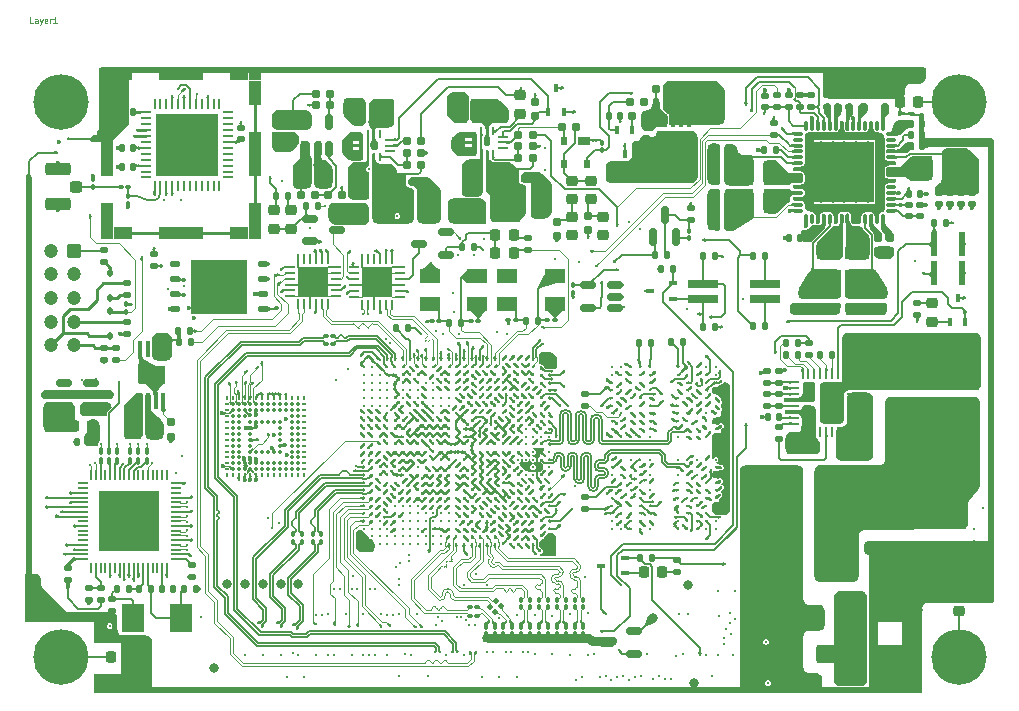
<source format=gbr>
%TF.GenerationSoftware,KiCad,Pcbnew,7.99.0-3958-g1df84f4d92*%
%TF.CreationDate,2023-12-24T00:45:36+01:00*%
%TF.ProjectId,SBC,5342432e-6b69-4636-9164-5f7063625858,rev?*%
%TF.SameCoordinates,Original*%
%TF.FileFunction,Copper,L1,Top*%
%TF.FilePolarity,Positive*%
%FSLAX46Y46*%
G04 Gerber Fmt 4.6, Leading zero omitted, Abs format (unit mm)*
G04 Created by KiCad (PCBNEW 7.99.0-3958-g1df84f4d92) date 2023-12-24 00:45:36*
%MOMM*%
%LPD*%
G01*
G04 APERTURE LIST*
G04 Aperture macros list*
%AMRoundRect*
0 Rectangle with rounded corners*
0 $1 Rounding radius*
0 $2 $3 $4 $5 $6 $7 $8 $9 X,Y pos of 4 corners*
0 Add a 4 corners polygon primitive as box body*
4,1,4,$2,$3,$4,$5,$6,$7,$8,$9,$2,$3,0*
0 Add four circle primitives for the rounded corners*
1,1,$1+$1,$2,$3*
1,1,$1+$1,$4,$5*
1,1,$1+$1,$6,$7*
1,1,$1+$1,$8,$9*
0 Add four rect primitives between the rounded corners*
20,1,$1+$1,$2,$3,$4,$5,0*
20,1,$1+$1,$4,$5,$6,$7,0*
20,1,$1+$1,$6,$7,$8,$9,0*
20,1,$1+$1,$8,$9,$2,$3,0*%
G04 Aperture macros list end*
%ADD10C,0.100000*%
%TA.AperFunction,NonConductor*%
%ADD11C,0.100000*%
%TD*%
%TA.AperFunction,SMDPad,CuDef*%
%ADD12RoundRect,0.218750X0.256250X-0.218750X0.256250X0.218750X-0.256250X0.218750X-0.256250X-0.218750X0*%
%TD*%
%TA.AperFunction,SMDPad,CuDef*%
%ADD13RoundRect,0.135000X0.135000X0.185000X-0.135000X0.185000X-0.135000X-0.185000X0.135000X-0.185000X0*%
%TD*%
%TA.AperFunction,SMDPad,CuDef*%
%ADD14RoundRect,0.135000X0.185000X-0.135000X0.185000X0.135000X-0.185000X0.135000X-0.185000X-0.135000X0*%
%TD*%
%TA.AperFunction,ComponentPad*%
%ADD15RoundRect,0.250000X-0.350000X0.350000X-0.350000X-0.350000X0.350000X-0.350000X0.350000X0.350000X0*%
%TD*%
%TA.AperFunction,ComponentPad*%
%ADD16C,1.200000*%
%TD*%
%TA.AperFunction,SMDPad,CuDef*%
%ADD17RoundRect,0.125000X0.262500X0.125000X-0.262500X0.125000X-0.262500X-0.125000X0.262500X-0.125000X0*%
%TD*%
%TA.AperFunction,SMDPad,CuDef*%
%ADD18R,4.700000X4.600000*%
%TD*%
%TA.AperFunction,SMDPad,CuDef*%
%ADD19RoundRect,0.150000X0.512500X0.150000X-0.512500X0.150000X-0.512500X-0.150000X0.512500X-0.150000X0*%
%TD*%
%TA.AperFunction,SMDPad,CuDef*%
%ADD20RoundRect,0.140000X-0.170000X0.140000X-0.170000X-0.140000X0.170000X-0.140000X0.170000X0.140000X0*%
%TD*%
%TA.AperFunction,SMDPad,CuDef*%
%ADD21RoundRect,0.140000X0.140000X0.170000X-0.140000X0.170000X-0.140000X-0.170000X0.140000X-0.170000X0*%
%TD*%
%TA.AperFunction,SMDPad,CuDef*%
%ADD22RoundRect,0.160000X-0.160000X0.197500X-0.160000X-0.197500X0.160000X-0.197500X0.160000X0.197500X0*%
%TD*%
%TA.AperFunction,SMDPad,CuDef*%
%ADD23RoundRect,0.135000X-0.135000X-0.185000X0.135000X-0.185000X0.135000X0.185000X-0.135000X0.185000X0*%
%TD*%
%TA.AperFunction,SMDPad,CuDef*%
%ADD24R,0.250000X0.700000*%
%TD*%
%TA.AperFunction,SMDPad,CuDef*%
%ADD25R,0.900000X0.250000*%
%TD*%
%TA.AperFunction,SMDPad,CuDef*%
%ADD26R,0.400000X1.250000*%
%TD*%
%TA.AperFunction,SMDPad,CuDef*%
%ADD27R,0.250000X0.400000*%
%TD*%
%TA.AperFunction,SMDPad,CuDef*%
%ADD28RoundRect,0.100000X-0.100000X0.217500X-0.100000X-0.217500X0.100000X-0.217500X0.100000X0.217500X0*%
%TD*%
%TA.AperFunction,SMDPad,CuDef*%
%ADD29RoundRect,0.160000X-0.197500X-0.160000X0.197500X-0.160000X0.197500X0.160000X-0.197500X0.160000X0*%
%TD*%
%TA.AperFunction,SMDPad,CuDef*%
%ADD30RoundRect,0.140000X0.170000X-0.140000X0.170000X0.140000X-0.170000X0.140000X-0.170000X-0.140000X0*%
%TD*%
%TA.AperFunction,SMDPad,CuDef*%
%ADD31RoundRect,0.100000X-0.100000X0.130000X-0.100000X-0.130000X0.100000X-0.130000X0.100000X0.130000X0*%
%TD*%
%TA.AperFunction,SMDPad,CuDef*%
%ADD32RoundRect,0.062500X0.062500X-0.337500X0.062500X0.337500X-0.062500X0.337500X-0.062500X-0.337500X0*%
%TD*%
%TA.AperFunction,SMDPad,CuDef*%
%ADD33RoundRect,0.062500X0.337500X-0.062500X0.337500X0.062500X-0.337500X0.062500X-0.337500X-0.062500X0*%
%TD*%
%TA.AperFunction,SMDPad,CuDef*%
%ADD34R,5.300000X5.300000*%
%TD*%
%TA.AperFunction,SMDPad,CuDef*%
%ADD35R,2.000000X1.100000*%
%TD*%
%TA.AperFunction,SMDPad,CuDef*%
%ADD36RoundRect,0.140000X-0.140000X-0.170000X0.140000X-0.170000X0.140000X0.170000X-0.140000X0.170000X0*%
%TD*%
%TA.AperFunction,SMDPad,CuDef*%
%ADD37RoundRect,0.062500X-0.375000X-0.062500X0.375000X-0.062500X0.375000X0.062500X-0.375000X0.062500X0*%
%TD*%
%TA.AperFunction,SMDPad,CuDef*%
%ADD38RoundRect,0.062500X-0.062500X-0.375000X0.062500X-0.375000X0.062500X0.375000X-0.062500X0.375000X0*%
%TD*%
%TA.AperFunction,SMDPad,CuDef*%
%ADD39RoundRect,0.106599X0.418401X0.723401X-0.418401X0.723401X-0.418401X-0.723401X0.418401X-0.723401X0*%
%TD*%
%TA.AperFunction,SMDPad,CuDef*%
%ADD40RoundRect,0.106599X0.418401X0.633401X-0.418401X0.633401X-0.418401X-0.633401X0.418401X-0.633401X0*%
%TD*%
%TA.AperFunction,SMDPad,CuDef*%
%ADD41RoundRect,0.200000X0.785000X-1.540000X0.785000X1.540000X-0.785000X1.540000X-0.785000X-1.540000X0*%
%TD*%
%TA.AperFunction,SMDPad,CuDef*%
%ADD42RoundRect,0.100000X-0.130000X-0.100000X0.130000X-0.100000X0.130000X0.100000X-0.130000X0.100000X0*%
%TD*%
%TA.AperFunction,SMDPad,CuDef*%
%ADD43C,0.270000*%
%TD*%
%TA.AperFunction,SMDPad,CuDef*%
%ADD44RoundRect,0.100000X0.100000X-0.130000X0.100000X0.130000X-0.100000X0.130000X-0.100000X-0.130000X0*%
%TD*%
%TA.AperFunction,SMDPad,CuDef*%
%ADD45R,1.000000X1.000000*%
%TD*%
%TA.AperFunction,SMDPad,CuDef*%
%ADD46R,1.000000X2.130000*%
%TD*%
%TA.AperFunction,SMDPad,CuDef*%
%ADD47R,1.000000X3.800000*%
%TD*%
%TA.AperFunction,SMDPad,CuDef*%
%ADD48R,1.650000X1.000000*%
%TD*%
%TA.AperFunction,SMDPad,CuDef*%
%ADD49R,3.800000X1.000000*%
%TD*%
%TA.AperFunction,SMDPad,CuDef*%
%ADD50RoundRect,0.225000X-0.225000X-0.250000X0.225000X-0.250000X0.225000X0.250000X-0.225000X0.250000X0*%
%TD*%
%TA.AperFunction,SMDPad,CuDef*%
%ADD51RoundRect,0.160000X0.197500X0.160000X-0.197500X0.160000X-0.197500X-0.160000X0.197500X-0.160000X0*%
%TD*%
%TA.AperFunction,SMDPad,CuDef*%
%ADD52RoundRect,0.135000X-0.185000X0.135000X-0.185000X-0.135000X0.185000X-0.135000X0.185000X0.135000X0*%
%TD*%
%TA.AperFunction,SMDPad,CuDef*%
%ADD53RoundRect,0.250000X-0.650000X0.325000X-0.650000X-0.325000X0.650000X-0.325000X0.650000X0.325000X0*%
%TD*%
%TA.AperFunction,SMDPad,CuDef*%
%ADD54RoundRect,0.218750X0.218750X0.256250X-0.218750X0.256250X-0.218750X-0.256250X0.218750X-0.256250X0*%
%TD*%
%TA.AperFunction,SMDPad,CuDef*%
%ADD55R,1.100000X2.000000*%
%TD*%
%TA.AperFunction,SMDPad,CuDef*%
%ADD56RoundRect,0.100000X0.100000X-0.217500X0.100000X0.217500X-0.100000X0.217500X-0.100000X-0.217500X0*%
%TD*%
%TA.AperFunction,SMDPad,CuDef*%
%ADD57RoundRect,0.062500X-0.062500X0.375000X-0.062500X-0.375000X0.062500X-0.375000X0.062500X0.375000X0*%
%TD*%
%TA.AperFunction,SMDPad,CuDef*%
%ADD58RoundRect,0.062500X-0.375000X0.062500X-0.375000X-0.062500X0.375000X-0.062500X0.375000X0.062500X0*%
%TD*%
%TA.AperFunction,SMDPad,CuDef*%
%ADD59R,2.500000X2.500000*%
%TD*%
%TA.AperFunction,SMDPad,CuDef*%
%ADD60RoundRect,0.225000X0.225000X0.250000X-0.225000X0.250000X-0.225000X-0.250000X0.225000X-0.250000X0*%
%TD*%
%TA.AperFunction,SMDPad,CuDef*%
%ADD61RoundRect,0.250000X1.500000X0.550000X-1.500000X0.550000X-1.500000X-0.550000X1.500000X-0.550000X0*%
%TD*%
%TA.AperFunction,SMDPad,CuDef*%
%ADD62R,0.450000X0.700000*%
%TD*%
%TA.AperFunction,SMDPad,CuDef*%
%ADD63RoundRect,0.218750X-0.218750X-0.256250X0.218750X-0.256250X0.218750X0.256250X-0.218750X0.256250X0*%
%TD*%
%TA.AperFunction,SMDPad,CuDef*%
%ADD64O,0.200000X0.350000*%
%TD*%
%TA.AperFunction,SMDPad,CuDef*%
%ADD65O,0.350000X0.200000*%
%TD*%
%TA.AperFunction,SMDPad,CuDef*%
%ADD66C,0.350000*%
%TD*%
%TA.AperFunction,SMDPad,CuDef*%
%ADD67RoundRect,0.100000X0.130000X0.100000X-0.130000X0.100000X-0.130000X-0.100000X0.130000X-0.100000X0*%
%TD*%
%TA.AperFunction,SMDPad,CuDef*%
%ADD68R,0.700000X0.450000*%
%TD*%
%TA.AperFunction,SMDPad,CuDef*%
%ADD69RoundRect,0.225000X0.250000X-0.225000X0.250000X0.225000X-0.250000X0.225000X-0.250000X-0.225000X0*%
%TD*%
%TA.AperFunction,SMDPad,CuDef*%
%ADD70R,0.450000X1.450000*%
%TD*%
%TA.AperFunction,ComponentPad*%
%ADD71C,0.300000*%
%TD*%
%TA.AperFunction,SMDPad,CuDef*%
%ADD72RoundRect,0.076200X1.066800X0.685800X-1.066800X0.685800X-1.066800X-0.685800X1.066800X-0.685800X0*%
%TD*%
%TA.AperFunction,ComponentPad*%
%ADD73C,3.100000*%
%TD*%
%TA.AperFunction,ConnectorPad*%
%ADD74C,4.700000*%
%TD*%
%TA.AperFunction,SMDPad,CuDef*%
%ADD75RoundRect,0.100000X-0.162635X0.021213X0.021213X-0.162635X0.162635X-0.021213X-0.021213X0.162635X0*%
%TD*%
%TA.AperFunction,SMDPad,CuDef*%
%ADD76RoundRect,0.173913X-0.226087X-0.726087X0.226087X-0.726087X0.226087X0.726087X-0.226087X0.726087X0*%
%TD*%
%TA.AperFunction,SMDPad,CuDef*%
%ADD77RoundRect,0.025000X-0.225000X-0.975000X0.225000X-0.975000X0.225000X0.975000X-0.225000X0.975000X0*%
%TD*%
%TA.AperFunction,SMDPad,CuDef*%
%ADD78RoundRect,0.112500X0.112500X-0.187500X0.112500X0.187500X-0.112500X0.187500X-0.112500X-0.187500X0*%
%TD*%
%TA.AperFunction,SMDPad,CuDef*%
%ADD79R,4.950000X3.175000*%
%TD*%
%TA.AperFunction,SMDPad,CuDef*%
%ADD80C,0.330200*%
%TD*%
%TA.AperFunction,SMDPad,CuDef*%
%ADD81RoundRect,0.067500X-0.357500X-0.067500X0.357500X-0.067500X0.357500X0.067500X-0.357500X0.067500X0*%
%TD*%
%TA.AperFunction,SMDPad,CuDef*%
%ADD82RoundRect,0.067500X-0.067500X0.357500X-0.067500X-0.357500X0.067500X-0.357500X0.067500X0.357500X0*%
%TD*%
%TA.AperFunction,ComponentPad*%
%ADD83C,0.500000*%
%TD*%
%TA.AperFunction,SMDPad,CuDef*%
%ADD84R,5.060000X5.200000*%
%TD*%
%TA.AperFunction,SMDPad,CuDef*%
%ADD85RoundRect,0.250000X0.262500X0.450000X-0.262500X0.450000X-0.262500X-0.450000X0.262500X-0.450000X0*%
%TD*%
%TA.AperFunction,SMDPad,CuDef*%
%ADD86R,0.405000X0.990000*%
%TD*%
%TA.AperFunction,SMDPad,CuDef*%
%ADD87R,2.235000X1.725000*%
%TD*%
%TA.AperFunction,SMDPad,CuDef*%
%ADD88R,0.406250X0.760000*%
%TD*%
%TA.AperFunction,SMDPad,CuDef*%
%ADD89R,1.900000X2.400000*%
%TD*%
%TA.AperFunction,SMDPad,CuDef*%
%ADD90RoundRect,0.050000X0.362500X0.050000X-0.362500X0.050000X-0.362500X-0.050000X0.362500X-0.050000X0*%
%TD*%
%TA.AperFunction,SMDPad,CuDef*%
%ADD91RoundRect,0.050000X0.050000X0.362500X-0.050000X0.362500X-0.050000X-0.362500X0.050000X-0.362500X0*%
%TD*%
%TA.AperFunction,SMDPad,CuDef*%
%ADD92R,5.200000X5.200000*%
%TD*%
%TA.AperFunction,SMDPad,CuDef*%
%ADD93RoundRect,0.218750X-0.256250X0.218750X-0.256250X-0.218750X0.256250X-0.218750X0.256250X0.218750X0*%
%TD*%
%TA.AperFunction,SMDPad,CuDef*%
%ADD94R,2.650000X0.760000*%
%TD*%
%TA.AperFunction,SMDPad,CuDef*%
%ADD95RoundRect,0.250000X-0.375000X-0.850000X0.375000X-0.850000X0.375000X0.850000X-0.375000X0.850000X0*%
%TD*%
%TA.AperFunction,SMDPad,CuDef*%
%ADD96R,1.000000X0.700000*%
%TD*%
%TA.AperFunction,SMDPad,CuDef*%
%ADD97R,0.600000X0.700000*%
%TD*%
%TA.AperFunction,SMDPad,CuDef*%
%ADD98R,1.800000X1.200000*%
%TD*%
%TA.AperFunction,SMDPad,CuDef*%
%ADD99RoundRect,0.250000X0.275000X0.250000X-0.275000X0.250000X-0.275000X-0.250000X0.275000X-0.250000X0*%
%TD*%
%TA.AperFunction,SMDPad,CuDef*%
%ADD100RoundRect,0.250000X0.850000X0.275000X-0.850000X0.275000X-0.850000X-0.275000X0.850000X-0.275000X0*%
%TD*%
%TA.AperFunction,SMDPad,CuDef*%
%ADD101RoundRect,0.225000X-0.250000X0.225000X-0.250000X-0.225000X0.250000X-0.225000X0.250000X0.225000X0*%
%TD*%
%TA.AperFunction,SMDPad,CuDef*%
%ADD102RoundRect,0.150000X0.150000X-0.512500X0.150000X0.512500X-0.150000X0.512500X-0.150000X-0.512500X0*%
%TD*%
%TA.AperFunction,SMDPad,CuDef*%
%ADD103RoundRect,0.150000X-0.512500X-0.150000X0.512500X-0.150000X0.512500X0.150000X-0.512500X0.150000X0*%
%TD*%
%TA.AperFunction,SMDPad,CuDef*%
%ADD104RoundRect,0.150000X0.150000X-0.587500X0.150000X0.587500X-0.150000X0.587500X-0.150000X-0.587500X0*%
%TD*%
%TA.AperFunction,ViaPad*%
%ADD105C,0.300000*%
%TD*%
%TA.AperFunction,ViaPad*%
%ADD106C,0.800000*%
%TD*%
%TA.AperFunction,ViaPad*%
%ADD107C,0.360000*%
%TD*%
%TA.AperFunction,Conductor*%
%ADD108C,0.120000*%
%TD*%
%TA.AperFunction,Conductor*%
%ADD109C,0.150000*%
%TD*%
%TA.AperFunction,Conductor*%
%ADD110C,0.130000*%
%TD*%
%TA.AperFunction,Conductor*%
%ADD111C,0.180000*%
%TD*%
%TA.AperFunction,Conductor*%
%ADD112C,0.250000*%
%TD*%
%TA.AperFunction,Conductor*%
%ADD113C,0.140000*%
%TD*%
%TA.AperFunction,Conductor*%
%ADD114C,0.110000*%
%TD*%
%TA.AperFunction,Conductor*%
%ADD115C,0.100000*%
%TD*%
%TA.AperFunction,Conductor*%
%ADD116C,0.300000*%
%TD*%
%TA.AperFunction,Conductor*%
%ADD117C,0.200000*%
%TD*%
G04 APERTURE END LIST*
D10*
D11*
X-2365069Y53693391D02*
X-2603164Y53693391D01*
X-2603164Y53693391D02*
X-2603164Y54193391D01*
X-1984116Y53693391D02*
X-1984116Y53955296D01*
X-1984116Y53955296D02*
X-2007926Y54002915D01*
X-2007926Y54002915D02*
X-2055545Y54026724D01*
X-2055545Y54026724D02*
X-2150783Y54026724D01*
X-2150783Y54026724D02*
X-2198402Y54002915D01*
X-1984116Y53717200D02*
X-2031735Y53693391D01*
X-2031735Y53693391D02*
X-2150783Y53693391D01*
X-2150783Y53693391D02*
X-2198402Y53717200D01*
X-2198402Y53717200D02*
X-2222211Y53764820D01*
X-2222211Y53764820D02*
X-2222211Y53812439D01*
X-2222211Y53812439D02*
X-2198402Y53860058D01*
X-2198402Y53860058D02*
X-2150783Y53883867D01*
X-2150783Y53883867D02*
X-2031735Y53883867D01*
X-2031735Y53883867D02*
X-1984116Y53907677D01*
X-1793640Y54026724D02*
X-1674592Y53693391D01*
X-1555545Y54026724D02*
X-1674592Y53693391D01*
X-1674592Y53693391D02*
X-1722211Y53574343D01*
X-1722211Y53574343D02*
X-1746021Y53550534D01*
X-1746021Y53550534D02*
X-1793640Y53526724D01*
X-1174593Y53717200D02*
X-1222212Y53693391D01*
X-1222212Y53693391D02*
X-1317450Y53693391D01*
X-1317450Y53693391D02*
X-1365069Y53717200D01*
X-1365069Y53717200D02*
X-1388878Y53764820D01*
X-1388878Y53764820D02*
X-1388878Y53955296D01*
X-1388878Y53955296D02*
X-1365069Y54002915D01*
X-1365069Y54002915D02*
X-1317450Y54026724D01*
X-1317450Y54026724D02*
X-1222212Y54026724D01*
X-1222212Y54026724D02*
X-1174593Y54002915D01*
X-1174593Y54002915D02*
X-1150783Y53955296D01*
X-1150783Y53955296D02*
X-1150783Y53907677D01*
X-1150783Y53907677D02*
X-1388878Y53860058D01*
X-936498Y53693391D02*
X-936498Y54026724D01*
X-936498Y53931486D02*
X-912688Y53979105D01*
X-912688Y53979105D02*
X-888879Y54002915D01*
X-888879Y54002915D02*
X-841260Y54026724D01*
X-841260Y54026724D02*
X-793641Y54026724D01*
X-365069Y53693391D02*
X-650783Y53693391D01*
X-507926Y53693391D02*
X-507926Y54193391D01*
X-507926Y54193391D02*
X-555545Y54121962D01*
X-555545Y54121962D02*
X-603164Y54074343D01*
X-603164Y54074343D02*
X-650783Y54050534D01*
D12*
%TO.P,D4,1,K*%
%TO.N,Net-(D4-K)*%
X43244000Y38782500D03*
%TO.P,D4,2,A*%
%TO.N,/POWER/MNRST*%
X43244000Y40357500D03*
%TD*%
D13*
%TO.P,R84,1,1*%
%TO.N,VDD_1V8*%
X34999600Y34726200D03*
%TO.P,R84,2,2*%
%TO.N,Net-(D7-A)*%
X33979600Y34726200D03*
%TD*%
D14*
%TO.P,R107,1,1*%
%TO.N,3.3V_SW_DELAYED*%
X582600Y6530200D03*
%TO.P,R107,2,2*%
%TO.N,ENET_INT*%
X582600Y7550200D03*
%TD*%
D15*
%TO.P,J3,1,Pin_1*%
%TO.N,Net-(J3-Pin_1)*%
X1112000Y34427000D03*
D16*
%TO.P,J3,2,Pin_2*%
%TO.N,JTAG_TMS*%
X-888000Y34427000D03*
%TO.P,J3,3,Pin_3*%
%TO.N,GND*%
X1112000Y32427000D03*
%TO.P,J3,4,Pin_4*%
%TO.N,JTAG_TCK*%
X-888000Y32427000D03*
%TO.P,J3,5,Pin_5*%
%TO.N,GND*%
X1112000Y30427000D03*
%TO.P,J3,6,Pin_6*%
%TO.N,JTAG_TDO*%
X-888000Y30427000D03*
%TO.P,J3,7,Pin_7*%
%TO.N,Net-(J3-Pin_7)*%
X1112000Y28427000D03*
%TO.P,J3,8,Pin_8*%
%TO.N,JTAG_TDI*%
X-888000Y28427000D03*
%TO.P,J3,9,Pin_9*%
%TO.N,Net-(J3-Pin_9)*%
X1112000Y26427000D03*
%TO.P,J3,10,Pin_10*%
%TO.N,Net-(D9-K)*%
X-888000Y26427000D03*
%TD*%
D17*
%TO.P,U14,1,CE#*%
%TO.N,QSPIA_nSS0 *%
X17137200Y29465700D03*
%TO.P,U14,2,IO1*%
%TO.N,NAND_DATA0*%
X17137200Y30735700D03*
%TO.P,U14,3,IO2*%
%TO.N,NAND_DATA1*%
X17137200Y32005700D03*
%TO.P,U14,4,GND*%
%TO.N,GND*%
X17137200Y33275700D03*
%TO.P,U14,5,IO0*%
%TO.N,NAND_DATA3*%
X9637200Y33275700D03*
%TO.P,U14,6,SCK*%
%TO.N,QSPIA_SCLK*%
X9637200Y32005700D03*
%TO.P,U14,7,IO3*%
%TO.N,NAND_DATA2*%
X9637200Y30735700D03*
%TO.P,U14,8,VCC*%
%TO.N,3.3V_SW_DELAYED*%
X9637200Y29465700D03*
D18*
%TO.P,U14,9,EP*%
%TO.N,GND*%
X13387200Y31370700D03*
%TD*%
D19*
%TO.P,U10,1,GND*%
%TO.N,GND*%
X46921500Y29594000D03*
%TO.P,U10,2,NC/GND*%
X46921500Y30544000D03*
%TO.P,U10,3,NC/GND*%
X46921500Y31494000D03*
%TO.P,U10,4,VDD*%
%TO.N,3.3V_SW*%
X44646500Y31494000D03*
%TO.P,U10,5,OUT*%
%TO.N,/MPU/RTC_CLK*%
X44646500Y29594000D03*
%TD*%
D13*
%TO.P,R77,1,1*%
%TO.N,3.3V_SW*%
X50027900Y8429600D03*
%TO.P,R77,2,2*%
%TO.N,GPIO0*%
X49007900Y8429600D03*
%TD*%
D20*
%TO.P,C17,1*%
%TO.N,Net-(U2-BST)*%
X60777981Y19474986D03*
%TO.P,C17,2*%
%TO.N,Net-(C17-Pad2)*%
X60777981Y18514986D03*
%TD*%
D21*
%TO.P,C60,1*%
%TO.N,VDD_PHY_0V9*%
X62554519Y35514614D03*
%TO.P,C60,2*%
%TO.N,GND*%
X61594519Y35514614D03*
%TD*%
D14*
%TO.P,R3,1,1*%
%TO.N,Net-(U2-FB)*%
X60752981Y23189986D03*
%TO.P,R3,2,2*%
%TO.N,GND*%
X60752981Y24209986D03*
%TD*%
D20*
%TO.P,C327,1*%
%TO.N,Net-(C327-Pad1)*%
X4317019Y4894614D03*
%TO.P,C327,2*%
%TO.N,GND*%
X4317019Y3934614D03*
%TD*%
D22*
%TO.P,R31,1,1*%
%TO.N,Net-(D3-K)*%
X44641000Y37376500D03*
%TO.P,R31,2,2*%
%TO.N,SYS_NRST*%
X44641000Y36181500D03*
%TD*%
D23*
%TO.P,R86,1,1*%
%TO.N,3.3V_SW_DELAYED*%
X9952000Y26727000D03*
%TO.P,R86,2,2*%
%TO.N,I2C2_SDA*%
X10972000Y26727000D03*
%TD*%
D21*
%TO.P,C54,1*%
%TO.N,VDD_VPU_0V9*%
X56457981Y36432487D03*
%TO.P,C54,2*%
%TO.N,GND*%
X55497981Y36432487D03*
%TD*%
D20*
%TO.P,C317,1*%
%TO.N,ENET_NRST*%
X2354519Y5832114D03*
%TO.P,C317,2*%
%TO.N,GND*%
X2354519Y4872114D03*
%TD*%
%TO.P,C34,1*%
%TO.N,NVCC_DRAM_1V1*%
X67677981Y30667486D03*
%TO.P,C34,2*%
%TO.N,GND*%
X67677981Y29707486D03*
%TD*%
D12*
%TO.P,D5,1,K*%
%TO.N,Net-(D5-K)*%
X73749400Y28393900D03*
%TO.P,D5,2,A*%
%TO.N,Net-(D5-A)*%
X73749400Y29968900D03*
%TD*%
D24*
%TO.P,U5,1,SW*%
%TO.N,Net-(L8-Pad1)*%
X25987000Y42375000D03*
%TO.P,U5,2,OUT*%
%TO.N,Net-(U5-OUT)*%
X26487000Y42375000D03*
%TO.P,U5,3,FB*%
%TO.N,Net-(U5-FB)*%
X26987000Y42375000D03*
D25*
%TO.P,U5,4,RAMP*%
%TO.N,unconnected-(U5-RAMP-Pad4)*%
X27837000Y42825000D03*
%TO.P,U5,5,EN*%
%TO.N,Net-(U5-EN)*%
X27837000Y43325000D03*
%TO.P,U5,6,MODE*%
%TO.N,/POWER/P_MODE*%
X27837000Y43825000D03*
D24*
%TO.P,U5,7,PG*%
%TO.N,unconnected-(U5-PG-Pad7)*%
X26987000Y44275000D03*
%TO.P,U5,8,VIN1*%
%TO.N,3.3V_SW_DELAYED*%
X26487000Y44275000D03*
%TO.P,U5,9,SW*%
%TO.N,Net-(L8-Pad1)*%
X25987000Y44275000D03*
D25*
%TO.P,U5,10,GND*%
%TO.N,GND*%
X25137000Y42825000D03*
X25137000Y43325000D03*
D26*
X25387000Y43325000D03*
D25*
X25137000Y43825000D03*
D27*
%TO.P,U5,11,VIN2*%
%TO.N,3.3V_SW_DELAYED*%
X26487000Y43325000D03*
%TD*%
D28*
%TO.P,R41,1*%
%TO.N,HDMI_TX2_N*%
X38149200Y2672500D03*
%TO.P,R41,2*%
%TO.N,/MPU/R_GND*%
X38149200Y1857500D03*
%TD*%
D13*
%TO.P,R109,1,1*%
%TO.N,/IO/XTAL1*%
X5727019Y5814614D03*
%TO.P,R109,2,2*%
%TO.N,Net-(C327-Pad1)*%
X4707019Y5814614D03*
%TD*%
D29*
%TO.P,R23,1,1*%
%TO.N,GND*%
X21564500Y46727000D03*
%TO.P,R23,2,2*%
%TO.N,Net-(U4-ADJ)*%
X22759500Y46727000D03*
%TD*%
D14*
%TO.P,R90,1,1*%
%TO.N,3.3V_SW_DELAYED*%
X3674519Y33485014D03*
%TO.P,R90,2,2*%
%TO.N,Net-(J3-Pin_1)*%
X3674519Y34505014D03*
%TD*%
D30*
%TO.P,C63,1*%
%TO.N,3.3V_SW_DELAYED*%
X49527519Y43937014D03*
%TO.P,C63,2*%
%TO.N,Net-(C56-Pad2)*%
X49527519Y44897014D03*
%TD*%
D28*
%TO.P,R101,1,1*%
%TO.N,ENET_RX_CTL*%
X4062400Y17429900D03*
%TO.P,R101,2,2*%
%TO.N,Net-(U17-RX_DV{slash}RX_CTL)*%
X4062400Y16614900D03*
%TD*%
D14*
%TO.P,R9,1,1*%
%TO.N,Net-(U1C-VDDOTP)*%
X67892981Y46574986D03*
%TO.P,R9,2,2*%
%TO.N,GND*%
X67892981Y47594986D03*
%TD*%
D31*
%TO.P,C65,1,1*%
%TO.N,VDD_SNVS_0V9*%
X19662000Y44859500D03*
%TO.P,C65,2,2*%
%TO.N,GND*%
X19662000Y44219500D03*
%TD*%
D20*
%TO.P,C39,1*%
%TO.N,NVCC_DRAM_1V1*%
X68627981Y30667486D03*
%TO.P,C39,2*%
%TO.N,GND*%
X68627981Y29707486D03*
%TD*%
D32*
%TO.P,U19,1,VDDA*%
%TO.N,3.3V_SW_DELAYED*%
X7912000Y39927000D03*
%TO.P,U19,2,LNA_IN*%
%TO.N,/IO/LNA_IN*%
X8412000Y39927000D03*
%TO.P,U19,3,VDDA3P3*%
%TO.N,3.3V_SW_DELAYED*%
X8912000Y39927000D03*
%TO.P,U19,4,VDDA3P3*%
X9412000Y39927000D03*
%TO.P,U19,5,SENSOR_VP*%
%TO.N,unconnected-(U19-SENSOR_VP-Pad5)*%
X9912000Y39927000D03*
%TO.P,U19,6,SENSOR_CAPP*%
%TO.N,unconnected-(U19-SENSOR_CAPP-Pad6)*%
X10412000Y39927000D03*
%TO.P,U19,7,SENSOR_CAPN*%
%TO.N,unconnected-(U19-SENSOR_CAPN-Pad7)*%
X10912000Y39927000D03*
%TO.P,U19,8,SENSOR_VN*%
%TO.N,unconnected-(U19-SENSOR_VN-Pad8)*%
X11412000Y39927000D03*
%TO.P,U19,9,EN*%
%TO.N,unconnected-(U19-EN-Pad9)*%
X11912000Y39927000D03*
%TO.P,U19,10,IO34*%
%TO.N,unconnected-(U19-IO34-Pad10)*%
X12412000Y39927000D03*
%TO.P,U19,11,IO35*%
%TO.N,unconnected-(U19-IO35-Pad11)*%
X12912000Y39927000D03*
%TO.P,U19,12,IO32*%
%TO.N,unconnected-(U19-IO32-Pad12)*%
X13412000Y39927000D03*
D33*
%TO.P,U19,13,IO33*%
%TO.N,unconnected-(U19-IO33-Pad13)*%
X14112000Y40627000D03*
%TO.P,U19,14,IO25*%
%TO.N,unconnected-(U19-IO25-Pad14)*%
X14112000Y41127000D03*
%TO.P,U19,15,IO26*%
%TO.N,unconnected-(U19-IO26-Pad15)*%
X14112000Y41627000D03*
%TO.P,U19,16,IO27*%
%TO.N,unconnected-(U19-IO27-Pad16)*%
X14112000Y42127000D03*
%TO.P,U19,17,IO14*%
%TO.N,unconnected-(U19-IO14-Pad17)*%
X14112000Y42627000D03*
%TO.P,U19,18,IO12*%
%TO.N,unconnected-(U19-IO12-Pad18)*%
X14112000Y43127000D03*
%TO.P,U19,19,VDD3P3_RTC*%
%TO.N,3.3V_SW_DELAYED*%
X14112000Y43627000D03*
%TO.P,U19,20,IO13*%
%TO.N,unconnected-(U19-IO13-Pad20)*%
X14112000Y44127000D03*
%TO.P,U19,21,IO15*%
%TO.N,unconnected-(U19-IO15-Pad21)*%
X14112000Y44627000D03*
%TO.P,U19,22,IO2*%
%TO.N,unconnected-(U19-IO2-Pad22)*%
X14112000Y45127000D03*
%TO.P,U19,23,IO0*%
%TO.N,unconnected-(U19-IO0-Pad23)*%
X14112000Y45627000D03*
%TO.P,U19,24,IO4*%
%TO.N,unconnected-(U19-IO4-Pad24)*%
X14112000Y46127000D03*
D32*
%TO.P,U19,25,IO16*%
%TO.N,unconnected-(U19-IO16-Pad25)*%
X13412000Y46827000D03*
%TO.P,U19,26,VDD_SDIO*%
%TO.N,unconnected-(U19-VDD_SDIO-Pad26)*%
X12912000Y46827000D03*
%TO.P,U19,27,IO17*%
%TO.N,/IO/SIO1*%
X12412000Y46827000D03*
%TO.P,U19,28,SD2/IO9*%
%TO.N,unconnected-(U19-SD2{slash}IO9-Pad28)*%
X11912000Y46827000D03*
%TO.P,U19,29,SD3/IO10*%
%TO.N,/IO/RAM_CS*%
X11412000Y46827000D03*
%TO.P,U19,30,CMD*%
%TO.N,/IO/SIO3*%
X10912000Y46827000D03*
%TO.P,U19,31,CLK*%
%TO.N,/IO/SCLK*%
X10412000Y46827000D03*
%TO.P,U19,32,SD0*%
%TO.N,/IO/SIO2*%
X9912000Y46827000D03*
%TO.P,U19,33,SD1*%
%TO.N,/IO/SIO0*%
X9412000Y46827000D03*
%TO.P,U19,34,IO5*%
%TO.N,unconnected-(U19-IO5-Pad34)*%
X8912000Y46827000D03*
%TO.P,U19,35,IO18*%
%TO.N,unconnected-(U19-IO18-Pad35)*%
X8412000Y46827000D03*
%TO.P,U19,36,IO23*%
%TO.N,unconnected-(U19-IO23-Pad36)*%
X7912000Y46827000D03*
D33*
%TO.P,U19,37,VDD3P3_CPU*%
%TO.N,3.3V_SW_DELAYED*%
X7212000Y46127000D03*
%TO.P,U19,38,IO19*%
%TO.N,unconnected-(U19-IO19-Pad38)*%
X7212000Y45627000D03*
%TO.P,U19,39,IO22*%
%TO.N,unconnected-(U19-IO22-Pad39)*%
X7212000Y45127000D03*
%TO.P,U19,40,U0RXD/IO3*%
%TO.N,ESP32_RX*%
X7212000Y44627000D03*
%TO.P,U19,41,U0TXD/IO1*%
%TO.N,ESP32_TX*%
X7212000Y44127000D03*
%TO.P,U19,42,IO21*%
%TO.N,unconnected-(U19-IO21-Pad42)*%
X7212000Y43627000D03*
%TO.P,U19,43,VDDA*%
%TO.N,3.3V_SW_DELAYED*%
X7212000Y43127000D03*
%TO.P,U19,44,XTAL_N_NC*%
%TO.N,unconnected-(U19-XTAL_N_NC-Pad44)*%
X7212000Y42627000D03*
%TO.P,U19,45,XTAL_P_NC*%
%TO.N,unconnected-(U19-XTAL_P_NC-Pad45)*%
X7212000Y42127000D03*
%TO.P,U19,46,VDDA*%
%TO.N,3.3V_SW_DELAYED*%
X7212000Y41627000D03*
%TO.P,U19,47,CAP2_NC*%
%TO.N,unconnected-(U19-CAP2_NC-Pad47)*%
X7212000Y41127000D03*
%TO.P,U19,48,CAP1_NC*%
%TO.N,unconnected-(U19-CAP1_NC-Pad48)*%
X7212000Y40627000D03*
D34*
%TO.P,U19,49,GND*%
%TO.N,GND*%
X10662000Y43377000D03*
%TD*%
D20*
%TO.P,C38,1*%
%TO.N,VDD_DRAM_0V9*%
X76214519Y39314614D03*
%TO.P,C38,2*%
%TO.N,GND*%
X76214519Y38354614D03*
%TD*%
%TO.P,C59,1*%
%TO.N,VDD_PHY_1V8*%
X69190481Y35454986D03*
%TO.P,C59,2*%
%TO.N,GND*%
X69190481Y34494986D03*
%TD*%
D35*
%TO.P,L5,1,1*%
%TO.N,Net-(U1A-SW4LX)*%
X65027981Y34219986D03*
%TO.P,L5,2,2*%
%TO.N,VDD_1V8*%
X65027981Y32319986D03*
%TD*%
D36*
%TO.P,C62,1*%
%TO.N,VDD_PHY_3V3*%
X71940481Y43274986D03*
%TO.P,C62,2*%
%TO.N,GND*%
X72900481Y43274986D03*
%TD*%
D37*
%TO.P,U2,1,FB*%
%TO.N,Net-(U2-FB)*%
X62090481Y23274986D03*
%TO.P,U2,2,VOUT*%
%TO.N,3.3V_SW*%
X62090481Y22774986D03*
%TO.P,U2,3,VDD*%
%TO.N,Net-(U2-VDD)*%
X62090481Y22274986D03*
%TO.P,U2,4,AGND*%
%TO.N,GND*%
X62090481Y21774986D03*
%TO.P,U2,5,FBL*%
%TO.N,Net-(U2-FBL)*%
X62090481Y21274986D03*
%TO.P,U2,6,VIN*%
%TO.N,VIN*%
X62090481Y20774986D03*
%TO.P,U2,7,SS*%
%TO.N,Net-(U2-SS)*%
X62090481Y20274986D03*
%TO.P,U2,8,BST*%
%TO.N,Net-(U2-BST)*%
X62090481Y19774986D03*
D38*
%TO.P,U2,9,VIN*%
%TO.N,VIN*%
X62777981Y19087486D03*
%TO.P,U2,10,VIN*%
X63277981Y19087486D03*
%TO.P,U2,11,VIN*%
X63777981Y19087486D03*
%TO.P,U2,12,NC*%
%TO.N,unconnected-(U2-NC-Pad12)*%
X64277981Y19087486D03*
%TO.P,U2,13,LX*%
%TO.N,Net-(C17-Pad2)*%
X64777981Y19087486D03*
%TO.P,U2,14,NC*%
%TO.N,unconnected-(U2-NC-Pad14)*%
X65277981Y19087486D03*
%TO.P,U2,15,PGND*%
%TO.N,GND*%
X65777981Y19087486D03*
%TO.P,U2,16,PGND*%
X66277981Y19087486D03*
D37*
%TO.P,U2,17,PGND*%
X66965481Y19774986D03*
%TO.P,U2,18,PGND*%
X66965481Y20274986D03*
%TO.P,U2,19,PGND*%
X66965481Y20774986D03*
%TO.P,U2,20,PGND*%
X66965481Y21274986D03*
%TO.P,U2,21,PGND*%
X66965481Y21774986D03*
%TO.P,U2,22,PGND*%
X66965481Y22274986D03*
%TO.P,U2,23,LX*%
%TO.N,Net-(L6-Pad1)*%
X66965481Y22774986D03*
%TO.P,U2,24,LX*%
X66965481Y23274986D03*
D38*
%TO.P,U2,25,LX*%
X66277981Y23962486D03*
%TO.P,U2,26,PGOOD*%
%TO.N,PG_VIN*%
X65777981Y23962486D03*
%TO.P,U2,27,ILIM*%
%TO.N,Net-(U2-ILIM)*%
X65277981Y23962486D03*
%TO.P,U2,28,LX*%
%TO.N,Net-(R8-Pad2)*%
X64777981Y23962486D03*
%TO.P,U2,29,EN/PSV*%
%TO.N,Net-(U2-EN{slash}PSV)*%
X64277981Y23962486D03*
%TO.P,U2,30,AGND*%
%TO.N,Net-(R6-Pad1)*%
X63777981Y23962486D03*
%TO.P,U2,31,TON*%
%TO.N,Net-(U2-TON)*%
X63277981Y23962486D03*
%TO.P,U2,32,ENL*%
%TO.N,Net-(U2-ENL)*%
X62777981Y23962486D03*
D39*
%TO.P,U2,P1,AGND*%
%TO.N,GND*%
X63312981Y22434986D03*
D40*
%TO.P,U2,P2,VIN*%
%TO.N,VIN*%
X63312981Y20524986D03*
D41*
%TO.P,U2,P3,LX*%
%TO.N,Net-(L6-Pad1)*%
X65282981Y21524986D03*
%TD*%
D31*
%TO.P,C97,1*%
%TO.N,/MPU/U2_TX_N*%
X20374919Y10399414D03*
%TO.P,C97,2*%
%TO.N,USB2_TX_N*%
X20374919Y9759414D03*
%TD*%
D42*
%TO.P,C74,1,1*%
%TO.N,Net-(U5-OUT)*%
X28961000Y40277000D03*
%TO.P,C74,2,2*%
%TO.N,GND*%
X29601000Y40277000D03*
%TD*%
D21*
%TO.P,C1,1*%
%TO.N,Net-(U2-SS)*%
X60807981Y20374986D03*
%TO.P,C1,2*%
%TO.N,GND*%
X59847981Y20374986D03*
%TD*%
D14*
%TO.P,R1,1,1*%
%TO.N,Net-(U2-FBL)*%
X60752981Y21264986D03*
%TO.P,R1,2,2*%
%TO.N,Net-(U2-VDD)*%
X60752981Y22284986D03*
%TD*%
D43*
%TO.P,U12,A1,DNU_A1*%
%TO.N,unconnected-(U12A-DNU_A1-PadA1)*%
X46629519Y24539614D03*
%TO.P,U12,A2,DNU_A2*%
%TO.N,unconnected-(U12A-DNU_A2-PadA2)*%
X47429519Y24539614D03*
%TO.P,U12,A3,VSS_A3*%
%TO.N,GND*%
X48229519Y24539614D03*
%TO.P,U12,A4,VDD2_A4*%
%TO.N,NVCC_DRAM_1V1*%
X49029519Y24539614D03*
%TO.P,U12,A5,ZQ0*%
%TO.N,Net-(U12A-ZQ0)*%
X49829519Y24539614D03*
%TO.P,U12,A8,ZQ1*%
%TO.N,Net-(U12A-ZQ1)*%
X52229519Y24539614D03*
%TO.P,U12,A9,VDD2_A9*%
%TO.N,NVCC_DRAM_1V1*%
X53029519Y24539614D03*
%TO.P,U12,A10,VSS_A10*%
%TO.N,GND*%
X53829519Y24539614D03*
%TO.P,U12,A11,DNU_A11*%
%TO.N,unconnected-(U12A-DNU_A11-PadA11)*%
X54629519Y24539614D03*
%TO.P,U12,A12,DNU_A12*%
%TO.N,unconnected-(U12A-DNU_A12-PadA12)*%
X55429519Y24539614D03*
%TO.P,U12,AA1*%
%TO.N,N/C*%
X46629519Y11539614D03*
%TO.P,U12,AA2,DQ0_B*%
%TO.N,DRAM_DQ16*%
X47429519Y11539614D03*
%TO.P,U12,AA3,VDDQ_AA3*%
%TO.N,NVCC_DRAM_1V1*%
X48229519Y11539614D03*
%TO.P,U12,AA4,DQ7_B*%
%TO.N,DRAM_DQ23*%
X49029519Y11539614D03*
%TO.P,U12,AA5,VDDQ_AA5*%
%TO.N,NVCC_DRAM_1V1*%
X49829519Y11539614D03*
%TO.P,U12,AA8,VDDQ_AA8*%
X52229519Y11539614D03*
%TO.P,U12,AA9,DQ15_B*%
%TO.N,DRAM_DQ31*%
X53029519Y11539614D03*
%TO.P,U12,AA10,VDDQ_AA10*%
%TO.N,NVCC_DRAM_1V1*%
X53829519Y11539614D03*
%TO.P,U12,AA11,DQ8_B*%
%TO.N,DRAM_DQ24*%
X54629519Y11539614D03*
%TO.P,U12,AA12,DNU_AA12*%
%TO.N,unconnected-(U12A-DNU_AA12-PadAA12)*%
X55429519Y11539614D03*
%TO.P,U12,AB1,DNU_AB1*%
%TO.N,unconnected-(U12A-DNU_AB1-PadAB1)*%
X46629519Y10889614D03*
%TO.P,U12,AB2*%
%TO.N,N/C*%
X47429519Y10889614D03*
%TO.P,U12,AB3,VSS_AB3*%
%TO.N,NVCC_DRAM_1V1*%
X48229519Y10889614D03*
%TO.P,U12,AB4,VDD2_AB4*%
X49029519Y10889614D03*
%TO.P,U12,AB5*%
%TO.N,N/C*%
X49829519Y10889614D03*
%TO.P,U12,AB8,VSS_AB8*%
%TO.N,NVCC_DRAM_1V1*%
X52229519Y10889614D03*
%TO.P,U12,AB9,VDD2_AB9*%
X53029519Y10889614D03*
%TO.P,U12,AB10,VSS_AB10*%
X53829519Y10889614D03*
%TO.P,U12,AB11,DNU_AB11*%
%TO.N,unconnected-(U12A-DNU_AB11-PadAB11)*%
X54629519Y10889614D03*
%TO.P,U12,AB12,DNU_AB12*%
%TO.N,unconnected-(U12A-DNU_AB12-PadAB12)*%
X55429519Y10889614D03*
%TO.P,U12,B1,DNU_B1*%
%TO.N,unconnected-(U12A-DNU_B1-PadB1)*%
X46629519Y23889614D03*
%TO.P,U12,B2,DQ0_A*%
%TO.N,DRAM_DQ0*%
X47429519Y23889614D03*
%TO.P,U12,B3,VDDQ_B3*%
%TO.N,NVCC_DRAM_1V1*%
X48229519Y23889614D03*
%TO.P,U12,B4,DQ7_A*%
%TO.N,DRAM_DQ7*%
X49029519Y23889614D03*
%TO.P,U12,B5,VDDQ_B5*%
%TO.N,NVCC_DRAM_1V1*%
X49829519Y23889614D03*
%TO.P,U12,B8,VDDQ_B8*%
X52229519Y23889614D03*
%TO.P,U12,B9,DQ15_A*%
%TO.N,DRAM_DQ15*%
X53029519Y23889614D03*
%TO.P,U12,B10,VDDQ_B10*%
%TO.N,NVCC_DRAM_1V1*%
X53829519Y23889614D03*
%TO.P,U12,B11,DQ8_A*%
%TO.N,DRAM_DQ8*%
X54629519Y23889614D03*
%TO.P,U12,B12,DNU_B12*%
%TO.N,unconnected-(U12A-DNU_B12-PadB12)*%
X55429519Y23889614D03*
%TO.P,U12,C1,VSS_C1*%
%TO.N,GND*%
X46629519Y23239614D03*
%TO.P,U12,C2,DQ1_A*%
%TO.N,DRAM_DQ1*%
X47429519Y23239614D03*
%TO.P,U12,C3,DMI0_A*%
%TO.N,DRAM_DM0*%
X48229519Y23239614D03*
%TO.P,U12,C4,DQ6_A*%
%TO.N,DRAM_DQ6*%
X49029519Y23239614D03*
%TO.P,U12,C5,VSS_C5*%
%TO.N,GND*%
X49829519Y23239614D03*
%TO.P,U12,C8,VSS_C8*%
X52229519Y23239614D03*
%TO.P,U12,C9,DQ14_A*%
%TO.N,DRAM_DQ14*%
X53029519Y23239614D03*
%TO.P,U12,C10,DMI0_A*%
%TO.N,DRAM_DM1*%
X53829519Y23239614D03*
%TO.P,U12,C11,DQ9_A*%
%TO.N,DRAM_DQ9*%
X54629519Y23239614D03*
%TO.P,U12,C12,VSS_C12*%
%TO.N,GND*%
X55429519Y23239614D03*
%TO.P,U12,D1,VDDQ_D1*%
%TO.N,NVCC_DRAM_1V1*%
X46629519Y22589614D03*
%TO.P,U12,D2,VSS_D2*%
%TO.N,GND*%
X47429519Y22589614D03*
%TO.P,U12,D3,DQS0_t_A*%
%TO.N,DRAM_DQS0_P*%
X48229519Y22589614D03*
%TO.P,U12,D4,VSS_D4*%
%TO.N,GND*%
X49029519Y22589614D03*
%TO.P,U12,D5,VDDQ_D5*%
%TO.N,NVCC_DRAM_1V1*%
X49829519Y22589614D03*
%TO.P,U12,D8,VDDQ_D8*%
X52229519Y22589614D03*
%TO.P,U12,D9,VSS_D9*%
%TO.N,GND*%
X53029519Y22589614D03*
%TO.P,U12,D10,DQS1_t_A*%
%TO.N,DRAM_DQS1_P*%
X53829519Y22589614D03*
%TO.P,U12,D11,VSS_D11*%
%TO.N,GND*%
X54629519Y22589614D03*
%TO.P,U12,D12,VDDQ_D12*%
%TO.N,NVCC_DRAM_1V1*%
X55429519Y22589614D03*
%TO.P,U12,E1,VSS_E1*%
%TO.N,GND*%
X46629519Y21939614D03*
%TO.P,U12,E2,DQ2_A*%
%TO.N,DRAM_DQ2*%
X47429519Y21939614D03*
%TO.P,U12,E3,DQS0_c_A*%
%TO.N,DRAM_DQS0_N*%
X48229519Y21939614D03*
%TO.P,U12,E4,DQ5_A*%
%TO.N,DRAM_DQ5*%
X49029519Y21939614D03*
%TO.P,U12,E5,VSS_E5*%
%TO.N,GND*%
X49829519Y21939614D03*
%TO.P,U12,E8,VSS_E8*%
X52229519Y21939614D03*
%TO.P,U12,E9,DQ13_A*%
%TO.N,DRAM_DQ13*%
X53029519Y21939614D03*
%TO.P,U12,E10,DQS1_c_A*%
%TO.N,DRAM_DQS1_N*%
X53829519Y21939614D03*
%TO.P,U12,E11,DQ10_A*%
%TO.N,DRAM_DQ10*%
X54629519Y21939614D03*
%TO.P,U12,E12,VSS_E12*%
%TO.N,GND*%
X55429519Y21939614D03*
%TO.P,U12,F1,VDD1_F1*%
%TO.N,VDD_1V8*%
X46629519Y21289614D03*
%TO.P,U12,F2,DQ3_A*%
%TO.N,DRAM_DQ3*%
X47429519Y21289614D03*
%TO.P,U12,F3,VDDQ_F3*%
%TO.N,NVCC_DRAM_1V1*%
X48229519Y21289614D03*
%TO.P,U12,F4,DQ4_A*%
%TO.N,DRAM_DQ4*%
X49029519Y21289614D03*
%TO.P,U12,F5,VDD2_F5*%
%TO.N,NVCC_DRAM_1V1*%
X49829519Y21289614D03*
%TO.P,U12,F8,VDD2_F8*%
X52229519Y21289614D03*
%TO.P,U12,F9,DQ12_A*%
%TO.N,DRAM_DQ12*%
X53029519Y21289614D03*
%TO.P,U12,F10,VDDQ_F10*%
%TO.N,NVCC_DRAM_1V1*%
X53829519Y21289614D03*
%TO.P,U12,F11,DQ11_A*%
%TO.N,DRAM_DQ11*%
X54629519Y21289614D03*
%TO.P,U12,F12,VDD1_F12*%
%TO.N,VDD_1V8*%
X55429519Y21289614D03*
%TO.P,U12,G1,VSS_G1*%
%TO.N,GND*%
X46629519Y20639614D03*
%TO.P,U12,G2,ODT_CA_A*%
%TO.N,Net-(U12A-ODT_CA_A)*%
X47429519Y20639614D03*
%TO.P,U12,G3,VSS_G3*%
%TO.N,GND*%
X48229519Y20639614D03*
%TO.P,U12,G4,VDD1_G4*%
%TO.N,VDD_1V8*%
X49029519Y20639614D03*
%TO.P,U12,G5,VSS_G5*%
%TO.N,GND*%
X49829519Y20639614D03*
%TO.P,U12,G8,VSS_G8*%
X52229519Y20639614D03*
%TO.P,U12,G9,VDD1_G9*%
%TO.N,VDD_1V8*%
X53029519Y20639614D03*
%TO.P,U12,G10,VSS_G10*%
%TO.N,GND*%
X53829519Y20639614D03*
%TO.P,U12,G11,NC_G11*%
%TO.N,unconnected-(U12A-NC_G11-PadG11)*%
X54629519Y20639614D03*
%TO.P,U12,G12,VSS_G12*%
%TO.N,GND*%
X55429519Y20639614D03*
%TO.P,U12,H1,VDD2_H1*%
%TO.N,NVCC_DRAM_1V1*%
X46629519Y19989614D03*
%TO.P,U12,H2,CA0_A*%
%TO.N,DRAM_CA0_A*%
X47429519Y19989614D03*
%TO.P,U12,H3,CS1_A*%
%TO.N,DRAM_nCS1_A*%
X48229519Y19989614D03*
%TO.P,U12,H4,CS0_A*%
%TO.N,DRAM_nCS0_A*%
X49029519Y19989614D03*
%TO.P,U12,H5,VDD2_H5*%
%TO.N,NVCC_DRAM_1V1*%
X49829519Y19989614D03*
%TO.P,U12,H8,VDD2_H8*%
X52229519Y19989614D03*
%TO.P,U12,H9,CA2_A*%
%TO.N,DRAM_CA2_A*%
X53029519Y19989614D03*
%TO.P,U12,H10,CA3_A*%
%TO.N,DRAM_CA3_A*%
X53829519Y19989614D03*
%TO.P,U12,H11,CA4_A*%
%TO.N,DRAM_CA4_A*%
X54629519Y19989614D03*
%TO.P,U12,H12,VDD2_H12*%
%TO.N,NVCC_DRAM_1V1*%
X55429519Y19989614D03*
%TO.P,U12,J1,VSS_J1*%
%TO.N,GND*%
X46629519Y19339614D03*
%TO.P,U12,J2,CA1_A*%
%TO.N,DRAM_CA1_A*%
X47429519Y19339614D03*
%TO.P,U12,J3,VSS_J3*%
%TO.N,GND*%
X48229519Y19339614D03*
%TO.P,U12,J4,CKE0_A*%
%TO.N,DRAM_CKE0_A*%
X49029519Y19339614D03*
%TO.P,U12,J5,CKE1_B*%
%TO.N,DRAM_CKE1_A*%
X49829519Y19339614D03*
%TO.P,U12,J8,CK_t_A*%
%TO.N,DRAM_CKA_P*%
X52229519Y19339614D03*
%TO.P,U12,J9,CK_c_A*%
%TO.N,DRAM_CKA_N*%
X53029519Y19339614D03*
%TO.P,U12,J10,VSS_J10*%
%TO.N,GND*%
X53829519Y19339614D03*
%TO.P,U12,J11,CA5_A*%
%TO.N,DRAM_CA5_A*%
X54629519Y19339614D03*
%TO.P,U12,J12,VSS_J12*%
%TO.N,GND*%
X55429519Y19339614D03*
%TO.P,U12,K1,VDD2_K1*%
%TO.N,NVCC_DRAM_1V1*%
X46629519Y18689614D03*
%TO.P,U12,K2,VSS_K2*%
%TO.N,GND*%
X47429519Y18689614D03*
%TO.P,U12,K3,VDD2_K3*%
%TO.N,NVCC_DRAM_1V1*%
X48229519Y18689614D03*
%TO.P,U12,K4,VSS_K4*%
%TO.N,GND*%
X49029519Y18689614D03*
%TO.P,U12,K5,NC_K5*%
%TO.N,unconnected-(U12A-NC_K5-PadK5)*%
X49829519Y18689614D03*
%TO.P,U12,K8,NC_K8*%
%TO.N,unconnected-(U12A-NC_K8-PadK8)*%
X52229519Y18689614D03*
%TO.P,U12,K9,VSS_K9*%
%TO.N,GND*%
X53029519Y18689614D03*
%TO.P,U12,K10,VDD2_K10*%
%TO.N,NVCC_DRAM_1V1*%
X53829519Y18689614D03*
%TO.P,U12,K11,VSS_K11*%
%TO.N,GND*%
X54629519Y18689614D03*
%TO.P,U12,K12,VDD2_K12*%
%TO.N,NVCC_DRAM_1V1*%
X55429519Y18689614D03*
%TO.P,U12,N1,VDD2_N1*%
X46629519Y16739614D03*
%TO.P,U12,N2,VSS_N2*%
%TO.N,GND*%
X47429519Y16739614D03*
%TO.P,U12,N3*%
%TO.N,N/C*%
X48229519Y16739614D03*
%TO.P,U12,N4,VSS_N4*%
%TO.N,GND*%
X49029519Y16739614D03*
%TO.P,U12,N5,NC_N5*%
%TO.N,unconnected-(U12A-NC_N5-PadN5)*%
X49829519Y16739614D03*
%TO.P,U12,N8,NC_N8*%
%TO.N,unconnected-(U12A-NC_N8-PadN8)*%
X52229519Y16739614D03*
%TO.P,U12,N9,VSS_N9*%
%TO.N,GND*%
X53029519Y16739614D03*
%TO.P,U12,N10*%
%TO.N,N/C*%
X53829519Y16739614D03*
%TO.P,U12,N11,VSS_N11*%
%TO.N,GND*%
X54629519Y16739614D03*
%TO.P,U12,N12*%
%TO.N,N/C*%
X55429519Y16739614D03*
%TO.P,U12,P1,VSS_P1*%
%TO.N,GND*%
X46629519Y16089614D03*
%TO.P,U12,P2,CA1_B*%
%TO.N,DRAM_CA1_B*%
X47429519Y16089614D03*
%TO.P,U12,P3,VSS_P3*%
%TO.N,GND*%
X48229519Y16089614D03*
%TO.P,U12,P4,CKE0_B*%
%TO.N,DRAM_CKE0_B*%
X49029519Y16089614D03*
%TO.P,U12,P5,CKE1_A*%
%TO.N,DRAM_CKE1_B*%
X49829519Y16089614D03*
%TO.P,U12,P8,CK_t_B*%
%TO.N,DRAM_CKB_P*%
X52229519Y16089614D03*
%TO.P,U12,P9,CK_c_B*%
%TO.N,DRAM_CKB_N*%
X53029519Y16089614D03*
%TO.P,U12,P10,VSS_P10*%
%TO.N,GND*%
X53829519Y16089614D03*
%TO.P,U12,P11,CA5_B*%
%TO.N,DRAM_CA5_B*%
X54629519Y16089614D03*
%TO.P,U12,P12,VSS_P12*%
%TO.N,GND*%
X55429519Y16089614D03*
%TO.P,U12,R1*%
%TO.N,N/C*%
X46629519Y15439614D03*
%TO.P,U12,R2,CA0_B*%
%TO.N,DRAM_CA0_B*%
X47429519Y15439614D03*
%TO.P,U12,R3,CS1_B*%
%TO.N,DRAM_nCS1_B*%
X48229519Y15439614D03*
%TO.P,U12,R4,CS0_B*%
%TO.N,DRAM_nCS0_B*%
X49029519Y15439614D03*
%TO.P,U12,R5*%
%TO.N,N/C*%
X49829519Y15439614D03*
%TO.P,U12,R8*%
X52229519Y15439614D03*
%TO.P,U12,R9,CA2_B*%
%TO.N,DRAM_CA2_B*%
X53029519Y15439614D03*
%TO.P,U12,R10,CA3_B*%
%TO.N,DRAM_CA3_B*%
X53829519Y15439614D03*
%TO.P,U12,R11,CA4_B*%
%TO.N,DRAM_CA4_B*%
X54629519Y15439614D03*
%TO.P,U12,R12,VSS_R12*%
%TO.N,NVCC_DRAM_1V1*%
X55429519Y15439614D03*
%TO.P,U12,T1,VSS_T1*%
%TO.N,GND*%
X46629519Y14789614D03*
%TO.P,U12,T2,ODT_CA_B*%
%TO.N,Net-(U12A-ODT_CA_B)*%
X47429519Y14789614D03*
%TO.P,U12,T3,VSS_T3*%
%TO.N,GND*%
X48229519Y14789614D03*
%TO.P,U12,T4,VSS_T4*%
%TO.N,VDD_1V8*%
X49029519Y14789614D03*
%TO.P,U12,T5,VSS_T5*%
%TO.N,GND*%
X49829519Y14789614D03*
%TO.P,U12,T8,VSS_T8*%
X52229519Y14789614D03*
%TO.P,U12,T9,VSS_T9*%
%TO.N,VDD_1V8*%
X53029519Y14789614D03*
%TO.P,U12,T10,VSS_T10*%
%TO.N,GND*%
X53829519Y14789614D03*
%TO.P,U12,T11,RESET_N*%
%TO.N,DRAM_nRST*%
X54629519Y14789614D03*
%TO.P,U12,T12,VSS_T12*%
%TO.N,GND*%
X55429519Y14789614D03*
%TO.P,U12,U1,VSS_U1*%
%TO.N,VDD_1V8*%
X46629519Y14139614D03*
%TO.P,U12,U2,DQ3_B*%
%TO.N,DRAM_DQ19*%
X47429519Y14139614D03*
%TO.P,U12,U3,VSS_U3*%
%TO.N,NVCC_DRAM_1V1*%
X48229519Y14139614D03*
%TO.P,U12,U4,DQ4_B*%
%TO.N,DRAM_DQ20*%
X49029519Y14139614D03*
%TO.P,U12,U5*%
%TO.N,N/C*%
X49829519Y14139614D03*
%TO.P,U12,U8,VSS_U8*%
%TO.N,NVCC_DRAM_1V1*%
X52229519Y14139614D03*
%TO.P,U12,U9,DQ12_B*%
%TO.N,DRAM_DQ28*%
X53029519Y14139614D03*
%TO.P,U12,U10,VSS_U10*%
%TO.N,NVCC_DRAM_1V1*%
X53829519Y14139614D03*
%TO.P,U12,U11,DQ11_B*%
%TO.N,DRAM_DQ27*%
X54629519Y14139614D03*
%TO.P,U12,U12,VSS_U12*%
%TO.N,VDD_1V8*%
X55429519Y14139614D03*
%TO.P,U12,V1,VSS_V1*%
%TO.N,GND*%
X46629519Y13489614D03*
%TO.P,U12,V2,DQ2_B*%
%TO.N,DRAM_DQ18*%
X47429519Y13489614D03*
%TO.P,U12,V3,DQS0_c_B*%
%TO.N,DRAM_DQS2_N*%
X48229519Y13489614D03*
%TO.P,U12,V4,DQ5_B*%
%TO.N,DRAM_DQ21*%
X49029519Y13489614D03*
%TO.P,U12,V5,VSS_V5*%
%TO.N,GND*%
X49829519Y13489614D03*
%TO.P,U12,V8,VSS_V8*%
X52229519Y13489614D03*
%TO.P,U12,V9,DQ13_B*%
%TO.N,DRAM_DQ29*%
X53029519Y13489614D03*
%TO.P,U12,V10,DQS1_c_B*%
%TO.N,DRAM_DQS3_N*%
X53829519Y13489614D03*
%TO.P,U12,V11,DQ10_B*%
%TO.N,DRAM_DQ26*%
X54629519Y13489614D03*
%TO.P,U12,V12,VSS_V12*%
%TO.N,GND*%
X55429519Y13489614D03*
%TO.P,U12,W1,VSS_W1*%
%TO.N,NVCC_DRAM_1V1*%
X46629519Y12839614D03*
%TO.P,U12,W2,VSS_W2*%
%TO.N,GND*%
X47429519Y12839614D03*
%TO.P,U12,W3,DQS0_t_B*%
%TO.N,DRAM_DQS2_P*%
X48229519Y12839614D03*
%TO.P,U12,W4,VSS_W4*%
%TO.N,GND*%
X49029519Y12839614D03*
%TO.P,U12,W5,VSS_W5*%
%TO.N,NVCC_DRAM_1V1*%
X49829519Y12839614D03*
%TO.P,U12,W8,VSS_W8*%
X52229519Y12839614D03*
%TO.P,U12,W9,VSS_W9*%
%TO.N,GND*%
X53029519Y12839614D03*
%TO.P,U12,W10,DQS1_t_B*%
%TO.N,DRAM_DQS3_P*%
X53829519Y12839614D03*
%TO.P,U12,W11,VSS_W11*%
%TO.N,GND*%
X54629519Y12839614D03*
%TO.P,U12,W12,VSS_W12*%
%TO.N,NVCC_DRAM_1V1*%
X55429519Y12839614D03*
%TO.P,U12,Y1,VSS_Y1*%
%TO.N,GND*%
X46629519Y12189614D03*
%TO.P,U12,Y2,DQ1_B*%
%TO.N,DRAM_DQ17*%
X47429519Y12189614D03*
%TO.P,U12,Y3,DMI0_B*%
%TO.N,DRAM_DM2*%
X48229519Y12189614D03*
%TO.P,U12,Y4,DQ6_B*%
%TO.N,DRAM_DQ22*%
X49029519Y12189614D03*
%TO.P,U12,Y5,VSS_Y5*%
%TO.N,GND*%
X49829519Y12189614D03*
%TO.P,U12,Y8,VSS_Y8*%
%TO.N,NVCC_DRAM_1V1*%
X52229519Y12189614D03*
%TO.P,U12,Y9,DQ14_B*%
%TO.N,DRAM_DQ30*%
X53029519Y12189614D03*
%TO.P,U12,Y10,DMI1_B*%
%TO.N,DRAM_DM3*%
X53829519Y12189614D03*
%TO.P,U12,Y11,DQ9_B*%
%TO.N,DRAM_DQ25*%
X54629519Y12189614D03*
%TO.P,U12,Y12,VSS_Y12*%
%TO.N,NVCC_DRAM_1V1*%
X55429519Y12189614D03*
%TD*%
D44*
%TO.P,C314,1*%
%TO.N,Net-(J4-In)*%
X2697000Y39846000D03*
%TO.P,C314,2*%
%TO.N,GND*%
X2697000Y40486000D03*
%TD*%
D45*
%TO.P,J2,1,Shield*%
%TO.N,GND*%
X3879000Y49370000D03*
D46*
X3879000Y47805000D03*
D47*
X3879000Y42640000D03*
D46*
X3879000Y37475000D03*
D45*
X3879000Y35910000D03*
D48*
X5204000Y49370000D03*
X5204000Y35910000D03*
D49*
X10129000Y49370000D03*
X10129000Y35910000D03*
D48*
X15054000Y49370000D03*
X15054000Y35910000D03*
D45*
X16379000Y49370000D03*
D46*
X16379000Y47805000D03*
D47*
X16379000Y42640000D03*
D46*
X16379000Y37475000D03*
D45*
X16379000Y35910000D03*
%TD*%
D21*
%TO.P,C316,1*%
%TO.N,3.3V_SW_DELAYED*%
X6092000Y43127000D03*
%TO.P,C316,2*%
%TO.N,GND*%
X5132000Y43127000D03*
%TD*%
D50*
%TO.P,C75,1,1*%
%TO.N,Net-(U5-OUT)*%
X29268000Y37610000D03*
%TO.P,C75,2,2*%
%TO.N,GND*%
X30818000Y37610000D03*
%TD*%
D51*
%TO.P,R17,1,1*%
%TO.N,Net-(C56-Pad2)*%
X49525019Y45817014D03*
%TO.P,R17,2,2*%
%TO.N,Net-(Q1-D)*%
X48330019Y45817014D03*
%TD*%
D52*
%TO.P,R14,1,1*%
%TO.N,3.3V_SW_DELAYED*%
X62577981Y47609986D03*
%TO.P,R14,2,2*%
%TO.N,PMIC_SCL*%
X62577981Y46589986D03*
%TD*%
D31*
%TO.P,C99,1*%
%TO.N,/MPU/U2_RX_N*%
X22000519Y10399414D03*
%TO.P,C99,2*%
%TO.N,USB2_RX_N*%
X22000519Y9759414D03*
%TD*%
D53*
%TO.P,C46,1,1*%
%TO.N,3.3V_SW*%
X68877981Y12174986D03*
%TO.P,C46,2,2*%
%TO.N,GND*%
X68877981Y9224986D03*
%TD*%
D13*
%TO.P,R67,1*%
%TO.N,Net-(U12A-ZQ0)*%
X49937519Y26620814D03*
%TO.P,R67,2*%
%TO.N,NVCC_DRAM_1V1*%
X48917519Y26620814D03*
%TD*%
D54*
%TO.P,D8,1,K*%
%TO.N,PCIE1_nCLKREQ*%
X38327100Y34243600D03*
%TO.P,D8,2,A*%
%TO.N,Net-(D7-A)*%
X36752100Y34243600D03*
%TD*%
D52*
%TO.P,R7,1,1*%
%TO.N,VIN*%
X63310000Y26634400D03*
%TO.P,R7,2,2*%
%TO.N,Net-(U2-EN{slash}PSV)*%
X63310000Y25614400D03*
%TD*%
D55*
%TO.P,L1,1,1*%
%TO.N,Net-(U1A-SW1ALX)*%
X60002981Y41019986D03*
%TO.P,L1,2,2*%
%TO.N,VDD_GPU_0V9*%
X58102981Y41019986D03*
%TD*%
D56*
%TO.P,R48,1*%
%TO.N,/MPU/R_GND*%
X41197200Y1857500D03*
%TO.P,R48,2*%
%TO.N,HDMI_TX0_N*%
X41197200Y2672500D03*
%TD*%
D42*
%TO.P,C107,1*%
%TO.N,/MPU/H5_N*%
X34617000Y3515800D03*
%TO.P,C107,2*%
%TO.N,HDMI_TX3_N*%
X35257000Y3515800D03*
%TD*%
D57*
%TO.P,U15,1,X1_25*%
%TO.N,/IO/25MHZ_P1I*%
X28010000Y33727300D03*
%TO.P,U15,2,X2*%
%TO.N,/IO/25MHZ_P1O*%
X27510000Y33727300D03*
%TO.P,U15,3,VDDXTAL1.8*%
%TO.N,Net-(U15-VDDA1.8)*%
X27010000Y33727300D03*
%TO.P,U15,4,SADR*%
%TO.N,unconnected-(U15-SADR-Pad4)*%
X26510000Y33727300D03*
%TO.P,U15,5*%
%TO.N,N/C*%
X26010000Y33727300D03*
%TO.P,U15,6,GND_DIG*%
%TO.N,GND*%
X25510000Y33727300D03*
D58*
%TO.P,U15,7,VDDDIG1.8*%
%TO.N,VDD_1V8*%
X24822500Y33039800D03*
%TO.P,U15,8,SCLK_3.3*%
%TO.N,I2C2_SCL*%
X24822500Y32539800D03*
%TO.P,U15,9,SDATA_3.3*%
%TO.N,I2C2_SDA*%
X24822500Y32039800D03*
%TO.P,U15,10,GND_1*%
%TO.N,GND*%
X24822500Y31539800D03*
%TO.P,U15,11,VDD1.8_1*%
%TO.N,Net-(U15-VDD1.8_1)*%
X24822500Y31039800D03*
%TO.P,U15,12,NOE0*%
%TO.N,GND*%
X24822500Y30539800D03*
D57*
%TO.P,U15,13,DIF0*%
%TO.N,HOST_PCIE1_CLK_P*%
X25510000Y29852300D03*
%TO.P,U15,14,NDIF0*%
%TO.N,HOST_PCIE1_CLK_N*%
X26010000Y29852300D03*
%TO.P,U15,15,GND_A*%
%TO.N,GND*%
X26510000Y29852300D03*
%TO.P,U15,16,VDDA1.8*%
%TO.N,Net-(U15-VDDA1.8)*%
X27010000Y29852300D03*
%TO.P,U15,17,DIF1*%
%TO.N,IX8_PCIE1_CLK_P*%
X27510000Y29852300D03*
%TO.P,U15,18,NDIF1*%
%TO.N,IX8_PCIE1_CLK_N*%
X28010000Y29852300D03*
D58*
%TO.P,U15,19,NOE1*%
%TO.N,GND*%
X28697500Y30539800D03*
%TO.P,U15,20,VDD1.8_2*%
%TO.N,Net-(U15-VDD1.8_1)*%
X28697500Y31039800D03*
%TO.P,U15,21,GND_2*%
%TO.N,GND*%
X28697500Y31539800D03*
%TO.P,U15,22,NCKPWRGD_PD*%
%TO.N,/IO/PCIE1_REQ*%
X28697500Y32039800D03*
%TO.P,U15,23,SS_EN_TRI*%
%TO.N,GND*%
X28697500Y32539800D03*
%TO.P,U15,24,GND_XTAL*%
X28697500Y33039800D03*
D59*
%TO.P,U15,25,EPAD*%
X26760000Y31789800D03*
%TD*%
D13*
%TO.P,R89,1,1*%
%TO.N,PCIE2_NCLKREQ*%
X19235400Y39070700D03*
%TO.P,R89,2,2*%
%TO.N,PCIE2_nCLKREQ*%
X18215400Y39070700D03*
%TD*%
D60*
%TO.P,C287,1,1*%
%TO.N,Net-(C287-Pad1)*%
X72550000Y47000000D03*
%TO.P,C287,2,2*%
%TO.N,GND*%
X71000000Y47000000D03*
%TD*%
D42*
%TO.P,C86,1,1*%
%TO.N,GND*%
X34287805Y45580800D03*
%TO.P,C86,2,2*%
%TO.N,3.3V_SW_DELAYED*%
X34927805Y45580800D03*
%TD*%
D31*
%TO.P,C149,1*%
%TO.N,3.3V_SW*%
X43351100Y31494000D03*
%TO.P,C149,2*%
%TO.N,GND*%
X43351100Y30854000D03*
%TD*%
D52*
%TO.P,R59,1*%
%TO.N,3.3V_SW*%
X53300000Y38010000D03*
%TO.P,R59,2*%
%TO.N,Net-(U11-VDD)*%
X53300000Y36990000D03*
%TD*%
D21*
%TO.P,C49,1*%
%TO.N,VDD_VPU_0V9*%
X56457981Y38369153D03*
%TO.P,C49,2*%
%TO.N,GND*%
X55497981Y38369153D03*
%TD*%
D14*
%TO.P,R10,1,1*%
%TO.N,/POWER/PMIC_ON*%
X61627981Y46589986D03*
%TO.P,R10,2,2*%
%TO.N,3.3V_SW*%
X61627981Y47609986D03*
%TD*%
D61*
%TO.P,C20,1*%
%TO.N,3.3V_SW*%
X65727981Y7374986D03*
%TO.P,C20,2*%
%TO.N,GND*%
X60327981Y7374986D03*
%TD*%
D56*
%TO.P,R51,1*%
%TO.N,/MPU/R_GND*%
X42721200Y1857500D03*
%TO.P,R51,2*%
%TO.N,HDMI_TX1_P*%
X42721200Y2672500D03*
%TD*%
D50*
%TO.P,C85,1,1*%
%TO.N,Net-(U7-OUT)*%
X38846805Y37960800D03*
%TO.P,C85,2,2*%
%TO.N,GND*%
X40396805Y37960800D03*
%TD*%
D55*
%TO.P,L4,1,1*%
%TO.N,Net-(U1A-SW3ALX)*%
X73252981Y41419986D03*
%TO.P,L4,2,2*%
%TO.N,VDD_DRAM_0V9*%
X75152981Y41419986D03*
%TD*%
D21*
%TO.P,C44,1*%
%TO.N,VDD_VPU_0V9*%
X56457981Y39337486D03*
%TO.P,C44,2*%
%TO.N,GND*%
X55497981Y39337486D03*
%TD*%
D50*
%TO.P,C73,1,1*%
%TO.N,3.3V_SW_DELAYED*%
X20529000Y40511500D03*
%TO.P,C73,2,2*%
%TO.N,GND*%
X22079000Y40511500D03*
%TD*%
D54*
%TO.P,D7,1,K*%
%TO.N,PCIE1_NCLKREQ*%
X38327100Y35742200D03*
%TO.P,D7,2,A*%
%TO.N,Net-(D7-A)*%
X36752100Y35742200D03*
%TD*%
D28*
%TO.P,R103,1,1*%
%TO.N,ENET_RD1*%
X5815000Y17455300D03*
%TO.P,R103,2,2*%
%TO.N,Net-(U17-RXD1)*%
X5815000Y16640300D03*
%TD*%
D62*
%TO.P,Q3,1,D*%
%TO.N,/POWER/P_MODE*%
X41266286Y46197919D03*
%TO.P,Q3,2,G*%
%TO.N,PMIC_STBY_REQ*%
X42566286Y46197919D03*
%TO.P,Q3,3,S*%
%TO.N,GND*%
X41916286Y48197919D03*
%TD*%
D20*
%TO.P,C53,1*%
%TO.N,VDDA_1V8*%
X70140481Y35454986D03*
%TO.P,C53,2*%
%TO.N,GND*%
X70140481Y34494986D03*
%TD*%
D21*
%TO.P,C315,1*%
%TO.N,3.3V_SW_DELAYED*%
X6092000Y41527000D03*
%TO.P,C315,2*%
%TO.N,GND*%
X5132000Y41527000D03*
%TD*%
D20*
%TO.P,C26,1*%
%TO.N,GND*%
X66752981Y47579986D03*
%TO.P,C26,2*%
%TO.N,Net-(U1C-VCORE)*%
X66752981Y46619986D03*
%TD*%
D56*
%TO.P,R46,1*%
%TO.N,/MPU/R_GND*%
X38962000Y1857500D03*
%TO.P,R46,2*%
%TO.N,HDMI_REFCLK_N*%
X38962000Y2672500D03*
%TD*%
D63*
%TO.P,FB8,1*%
%TO.N,VDD_1V*%
X1067019Y19552114D03*
%TO.P,FB8,2*%
%TO.N,/IO/VDD1A*%
X2642019Y19552114D03*
%TD*%
D51*
%TO.P,R25,1,1*%
%TO.N,Net-(U5-OUT)*%
X30513500Y41674000D03*
%TO.P,R25,2,2*%
%TO.N,Net-(U5-FB)*%
X29318500Y41674000D03*
%TD*%
D42*
%TO.P,C162,1*%
%TO.N,/MPU/27MHZ_O*%
X41178000Y28582000D03*
%TO.P,C162,2*%
%TO.N,GND*%
X41818000Y28582000D03*
%TD*%
D30*
%TO.P,C64,1*%
%TO.N,3.3V_SW_DELAYED*%
X3904519Y21286552D03*
%TO.P,C64,2*%
%TO.N,GND*%
X3904519Y22246552D03*
%TD*%
D23*
%TO.P,R79,1,1*%
%TO.N,BOOT_MODE1*%
X54369200Y33982000D03*
%TO.P,R79,2,2*%
%TO.N,GND*%
X55389200Y33982000D03*
%TD*%
D55*
%TO.P,L2,1,1*%
%TO.N,Net-(U1A-SW1CLX)*%
X60002981Y38619986D03*
%TO.P,L2,2,2*%
%TO.N,VDD_VPU_0V9*%
X58102981Y38619986D03*
%TD*%
D50*
%TO.P,C76,1,1*%
%TO.N,GND*%
X24950000Y46500000D03*
%TO.P,C76,2,2*%
%TO.N,3.3V_SW_DELAYED*%
X26500000Y46500000D03*
%TD*%
D64*
%TO.P,U13,A1*%
%TO.N,N/C*%
X14034519Y21920014D03*
%TO.P,U13,A2*%
X14534519Y21920014D03*
%TO.P,U13,A3,D0*%
%TO.N,SD1_D0*%
X15034519Y21920014D03*
%TO.P,U13,A4,D1*%
%TO.N,SD1_D1*%
X15534519Y21920014D03*
%TO.P,U13,A5,D2*%
%TO.N,SD1_D2*%
X16034519Y21920014D03*
%TO.P,U13,A6,VSS1*%
%TO.N,GND*%
X16534519Y21920014D03*
%TO.P,U13,A7,VSS2*%
X17034519Y21920014D03*
%TO.P,U13,A8,VSS3*%
X17534519Y21920014D03*
%TO.P,U13,A9,VSS4*%
X18034519Y21920014D03*
%TO.P,U13,A10,VSS5*%
X18534519Y21920014D03*
%TO.P,U13,A11,VSS6*%
X19034519Y21920014D03*
%TO.P,U13,A12*%
%TO.N,N/C*%
X19534519Y21920014D03*
%TO.P,U13,A13*%
X20034519Y21920014D03*
%TO.P,U13,A14*%
X20534519Y21920014D03*
D65*
%TO.P,U13,B1*%
X14034519Y21420014D03*
D66*
%TO.P,U13,B2,D3*%
%TO.N,SD1_D3*%
X14534519Y21420014D03*
%TO.P,U13,B3,D4*%
%TO.N,SD1_D4*%
X15034519Y21420014D03*
%TO.P,U13,B4,D5*%
%TO.N,SD1_D5*%
X15534519Y21420014D03*
%TO.P,U13,B5,D6*%
%TO.N,SD1_D6*%
X16034519Y21420014D03*
%TO.P,U13,B6,D7*%
%TO.N,SD1_D7*%
X16534519Y21420014D03*
%TO.P,U13,B7*%
%TO.N,N/C*%
X17034519Y21420014D03*
%TO.P,U13,B8*%
X17534519Y21420014D03*
%TO.P,U13,B9*%
X18034519Y21420014D03*
%TO.P,U13,B10*%
X18534519Y21420014D03*
%TO.P,U13,B11*%
X19034519Y21420014D03*
%TO.P,U13,B12*%
X19534519Y21420014D03*
%TO.P,U13,B13*%
X20034519Y21420014D03*
D65*
%TO.P,U13,B14*%
X20534519Y21420014D03*
%TO.P,U13,C1*%
X14034519Y20920014D03*
D66*
%TO.P,U13,C2,VDDI*%
%TO.N,Net-(U13-VDDI)*%
X14534519Y20920014D03*
%TO.P,U13,C3*%
%TO.N,N/C*%
X15034519Y20920014D03*
%TO.P,U13,C4,VSSQ1*%
%TO.N,GND*%
X15534519Y20920014D03*
%TO.P,U13,C5*%
%TO.N,N/C*%
X16034519Y20920014D03*
%TO.P,U13,C6,VCCQ1*%
%TO.N,VDD_1V8*%
X16534519Y20920014D03*
%TO.P,U13,C7*%
%TO.N,N/C*%
X17034519Y20920014D03*
%TO.P,U13,C8*%
X17534519Y20920014D03*
%TO.P,U13,C9*%
X18034519Y20920014D03*
%TO.P,U13,C10*%
X18534519Y20920014D03*
%TO.P,U13,C11*%
X19034519Y20920014D03*
%TO.P,U13,C12*%
X19534519Y20920014D03*
%TO.P,U13,C13*%
X20034519Y20920014D03*
D65*
%TO.P,U13,C14*%
X20534519Y20920014D03*
%TO.P,U13,D1*%
X14034519Y20420014D03*
D66*
%TO.P,U13,D2*%
X14534519Y20420014D03*
%TO.P,U13,D3*%
X15034519Y20420014D03*
%TO.P,U13,D4*%
X15534519Y20420014D03*
%TO.P,U13,D12*%
X19534519Y20420014D03*
%TO.P,U13,D13*%
X20034519Y20420014D03*
D65*
%TO.P,U13,D14*%
X20534519Y20420014D03*
%TO.P,U13,E1*%
X14034519Y19920014D03*
D66*
%TO.P,U13,E2*%
X14534519Y19920014D03*
%TO.P,U13,E3*%
X15034519Y19920014D03*
%TO.P,U13,E5*%
X16034519Y19920014D03*
%TO.P,U13,E6,VCC1*%
%TO.N,3.3V_SW_DELAYED*%
X16534519Y19920014D03*
%TO.P,U13,E7*%
%TO.N,N/C*%
X17034519Y19920014D03*
%TO.P,U13,E8*%
X17534519Y19920014D03*
%TO.P,U13,E9*%
X18034519Y19920014D03*
%TO.P,U13,E10*%
X18534519Y19920014D03*
%TO.P,U13,E12*%
X19534519Y19920014D03*
%TO.P,U13,E13*%
X20034519Y19920014D03*
D65*
%TO.P,U13,E14*%
X20534519Y19920014D03*
%TO.P,U13,F1*%
X14034519Y19420014D03*
D66*
%TO.P,U13,F2*%
X14534519Y19420014D03*
%TO.P,U13,F3*%
X15034519Y19420014D03*
%TO.P,U13,F5,VCC2*%
%TO.N,3.3V_SW_DELAYED*%
X16034519Y19420014D03*
%TO.P,U13,F10*%
%TO.N,N/C*%
X18534519Y19420014D03*
%TO.P,U13,F12*%
X19534519Y19420014D03*
%TO.P,U13,F13*%
X20034519Y19420014D03*
D65*
%TO.P,U13,F14*%
X20534519Y19420014D03*
%TO.P,U13,G1*%
X14034519Y18920014D03*
D66*
%TO.P,U13,G2*%
X14534519Y18920014D03*
%TO.P,U13,G3*%
X15034519Y18920014D03*
%TO.P,U13,G5*%
X16034519Y18920014D03*
%TO.P,U13,G10*%
X18534519Y18920014D03*
%TO.P,U13,G12*%
X19534519Y18920014D03*
%TO.P,U13,G13*%
X20034519Y18920014D03*
D65*
%TO.P,U13,G14*%
X20534519Y18920014D03*
%TO.P,U13,H1*%
X14034519Y18420014D03*
D66*
%TO.P,U13,H2*%
X14534519Y18420014D03*
%TO.P,U13,H3*%
X15034519Y18420014D03*
%TO.P,U13,H5,RCLK*%
%TO.N,SD1_STROBE*%
X16034519Y18420014D03*
%TO.P,U13,H10*%
%TO.N,N/C*%
X18534519Y18420014D03*
%TO.P,U13,H12*%
X19534519Y18420014D03*
%TO.P,U13,H13*%
X20034519Y18420014D03*
D65*
%TO.P,U13,H14*%
X20534519Y18420014D03*
%TO.P,U13,J1*%
X14034519Y17920014D03*
D66*
%TO.P,U13,J2*%
X14534519Y17920014D03*
%TO.P,U13,J3*%
X15034519Y17920014D03*
%TO.P,U13,J5*%
X16034519Y17920014D03*
%TO.P,U13,J10,VC33*%
%TO.N,3.3V_SW_DELAYED*%
X18534519Y17920014D03*
%TO.P,U13,J12*%
%TO.N,N/C*%
X19534519Y17920014D03*
%TO.P,U13,J13*%
X20034519Y17920014D03*
D65*
%TO.P,U13,J14*%
X20534519Y17920014D03*
%TO.P,U13,K1*%
X14034519Y17420014D03*
D66*
%TO.P,U13,K2*%
X14534519Y17420014D03*
%TO.P,U13,K3*%
X15034519Y17420014D03*
%TO.P,U13,K5,NRST*%
%TO.N,SD1_nRST*%
X16034519Y17420014D03*
%TO.P,U13,K6*%
%TO.N,N/C*%
X16534519Y17420014D03*
%TO.P,U13,K7*%
X17034519Y17420014D03*
%TO.P,U13,K8*%
X17534519Y17420014D03*
%TO.P,U13,K9,VCC4*%
%TO.N,3.3V_SW_DELAYED*%
X18034519Y17420014D03*
%TO.P,U13,K10*%
%TO.N,N/C*%
X18534519Y17420014D03*
%TO.P,U13,K12*%
X19534519Y17420014D03*
%TO.P,U13,K13*%
X20034519Y17420014D03*
D65*
%TO.P,U13,K14*%
X20534519Y17420014D03*
%TO.P,U13,L1*%
X14034519Y16920014D03*
D66*
%TO.P,U13,L2*%
X14534519Y16920014D03*
%TO.P,U13,L3*%
X15034519Y16920014D03*
%TO.P,U13,L12*%
X19534519Y16920014D03*
%TO.P,U13,L13*%
X20034519Y16920014D03*
D65*
%TO.P,U13,L14*%
X20534519Y16920014D03*
%TO.P,U13,M1*%
X14034519Y16420014D03*
D66*
%TO.P,U13,M2*%
X14534519Y16420014D03*
%TO.P,U13,M3*%
X15034519Y16420014D03*
%TO.P,U13,M4,VCCQ2*%
%TO.N,VDD_1V8*%
X15534519Y16420014D03*
%TO.P,U13,M5,CMD*%
%TO.N,SD1_CMD*%
X16034519Y16420014D03*
%TO.P,U13,M6,CLK*%
%TO.N,SD1_CLK*%
X16534519Y16420014D03*
%TO.P,U13,M7*%
%TO.N,N/C*%
X17034519Y16420014D03*
%TO.P,U13,M8*%
X17534519Y16420014D03*
%TO.P,U13,M9*%
X18034519Y16420014D03*
%TO.P,U13,M10*%
X18534519Y16420014D03*
%TO.P,U13,M11*%
X19034519Y16420014D03*
%TO.P,U13,M12*%
X19534519Y16420014D03*
%TO.P,U13,M13*%
X20034519Y16420014D03*
D65*
%TO.P,U13,M14*%
X20534519Y16420014D03*
%TO.P,U13,N1*%
X14034519Y15920014D03*
D66*
%TO.P,U13,N2,VSSQ2*%
%TO.N,GND*%
X14534519Y15920014D03*
%TO.P,U13,N3*%
%TO.N,N/C*%
X15034519Y15920014D03*
%TO.P,U13,N4,VCCQ3*%
%TO.N,VDD_1V8*%
X15534519Y15920014D03*
%TO.P,U13,N5,VSSQ3*%
%TO.N,GND*%
X16034519Y15920014D03*
%TO.P,U13,N6*%
%TO.N,N/C*%
X16534519Y15920014D03*
%TO.P,U13,N7*%
X17034519Y15920014D03*
%TO.P,U13,N8*%
X17534519Y15920014D03*
%TO.P,U13,N9*%
X18034519Y15920014D03*
%TO.P,U13,N10*%
X18534519Y15920014D03*
%TO.P,U13,N11*%
X19034519Y15920014D03*
%TO.P,U13,N12*%
X19534519Y15920014D03*
%TO.P,U13,N13*%
X20034519Y15920014D03*
D65*
%TO.P,U13,N14*%
X20534519Y15920014D03*
D64*
%TO.P,U13,P1*%
X14034519Y15420014D03*
%TO.P,U13,P2*%
X14534519Y15420014D03*
%TO.P,U13,P3,VCCQ4*%
%TO.N,VDD_1V8*%
X15034519Y15420014D03*
%TO.P,U13,P4,VSSQ4*%
%TO.N,GND*%
X15534519Y15420014D03*
%TO.P,U13,P5,VCCQ5*%
%TO.N,VDD_1V8*%
X16034519Y15420014D03*
%TO.P,U13,P6,VSSQ5*%
%TO.N,GND*%
X16534519Y15420014D03*
%TO.P,U13,P7*%
%TO.N,N/C*%
X17034519Y15420014D03*
%TO.P,U13,P8*%
X17534519Y15420014D03*
%TO.P,U13,P9*%
X18034519Y15420014D03*
%TO.P,U13,P10*%
X18534519Y15420014D03*
%TO.P,U13,P11*%
X19034519Y15420014D03*
%TO.P,U13,P12*%
X19534519Y15420014D03*
%TO.P,U13,P13*%
X20034519Y15420014D03*
%TO.P,U13,P14*%
X20534519Y15420014D03*
%TD*%
D52*
%TO.P,R12,1,1*%
%TO.N,PMIC_ON_REQ*%
X60627981Y47609986D03*
%TO.P,R12,2,2*%
%TO.N,/POWER/PMIC_ON*%
X60627981Y46589986D03*
%TD*%
D29*
%TO.P,R19,1,1*%
%TO.N,Net-(U4-EN)*%
X22562000Y39127000D03*
%TO.P,R19,2,2*%
%TO.N,PG_VIN*%
X23757000Y39127000D03*
%TD*%
D50*
%TO.P,C77,1,1*%
%TO.N,Net-(U5-OUT)*%
X29268000Y39134000D03*
%TO.P,C77,2,2*%
%TO.N,GND*%
X30818000Y39134000D03*
%TD*%
D61*
%TO.P,C27,1*%
%TO.N,3.3V_SW*%
X65727981Y14474986D03*
%TO.P,C27,2*%
%TO.N,GND*%
X60327981Y14474986D03*
%TD*%
D42*
%TO.P,C78,1,1*%
%TO.N,GND*%
X25593000Y45357000D03*
%TO.P,C78,2,2*%
%TO.N,3.3V_SW_DELAYED*%
X26233000Y45357000D03*
%TD*%
D14*
%TO.P,R75,1,1*%
%TO.N,3.3V_SW*%
X72504800Y28950800D03*
%TO.P,R75,2,2*%
%TO.N,Net-(D5-A)*%
X72504800Y29970800D03*
%TD*%
D31*
%TO.P,C96,1*%
%TO.N,/MPU/U2_TX_P*%
X19663719Y10399414D03*
%TO.P,C96,2*%
%TO.N,USB2_TX_P*%
X19663719Y9759414D03*
%TD*%
D14*
%TO.P,R2,1,1*%
%TO.N,Net-(U2-FBL)*%
X59802981Y21264986D03*
%TO.P,R2,2,2*%
%TO.N,Net-(U2-VDD)*%
X59802981Y22284986D03*
%TD*%
D23*
%TO.P,R78,1,1*%
%TO.N,3.3V_SW_DELAYED*%
X58607000Y33982000D03*
%TO.P,R78,2,2*%
%TO.N,Net-(R78-Pad2)*%
X59627000Y33982000D03*
%TD*%
D35*
%TO.P,L3,1,1*%
%TO.N,Net-(U1A-SW2LX)*%
X67427981Y34219986D03*
%TO.P,L3,2,2*%
%TO.N,NVCC_DRAM_1V1*%
X67427981Y32319986D03*
%TD*%
D67*
%TO.P,C132,1*%
%TO.N,/MPU/25MHZ_I*%
X32039000Y28455000D03*
%TO.P,C132,2*%
%TO.N,GND*%
X31399000Y28455000D03*
%TD*%
D31*
%TO.P,C106,1*%
%TO.N,/MPU/H3_N*%
X44194400Y4871000D03*
%TO.P,C106,2*%
%TO.N,HDMI_AUX_N*%
X44194400Y4231000D03*
%TD*%
D68*
%TO.P,Q7,1,D*%
%TO.N,BOOT_MODE0*%
X51829200Y30375200D03*
%TO.P,Q7,2,G*%
%TO.N,BOOT_SEL*%
X51829200Y31675200D03*
%TO.P,Q7,3,S*%
%TO.N,GND*%
X49829200Y31025200D03*
%TD*%
D21*
%TO.P,C50,1*%
%TO.N,VDD_GPU_0V9*%
X56457981Y41237486D03*
%TO.P,C50,2*%
%TO.N,GND*%
X55497981Y41237486D03*
%TD*%
D69*
%TO.P,C80,1,1*%
%TO.N,GND*%
X45911000Y35747000D03*
%TO.P,C80,2,2*%
%TO.N,Net-(D3-K)*%
X45911000Y37297000D03*
%TD*%
D28*
%TO.P,R44,1*%
%TO.N,HDMI_AUX_P*%
X43483200Y2672500D03*
%TO.P,R44,2*%
%TO.N,/MPU/R_GND*%
X43483200Y1857500D03*
%TD*%
D70*
%TO.P,U6,1,VOS*%
%TO.N,Net-(U6-VOS)*%
X6710800Y21686000D03*
%TO.P,U6,2,SW*%
%TO.N,NVCC_ENET_2V5*%
X7360800Y21686000D03*
%TO.P,U6,3,MODE*%
%TO.N,GND*%
X8010800Y21686000D03*
%TO.P,U6,4,VSET*%
%TO.N,Net-(U6-VSET)*%
X8660800Y21686000D03*
%TO.P,U6,5,EN*%
%TO.N,3.3V_SW_DELAYED*%
X8660800Y26086000D03*
%TO.P,U6,6,VIN*%
X8010800Y26086000D03*
%TO.P,U6,7,NC*%
%TO.N,unconnected-(U6-NC-Pad7)*%
X7360800Y26086000D03*
D71*
%TO.P,U6,8,GND*%
%TO.N,GND*%
X7185800Y23386000D03*
X7685800Y23386000D03*
X8185800Y23386000D03*
D72*
X7685800Y23886000D03*
D71*
X7185800Y24386000D03*
X7685800Y24386000D03*
X8185800Y24386000D03*
D70*
X6710800Y26086000D03*
%TD*%
D73*
%TO.P,H3,1,1*%
%TO.N,Net-(C289-Pad1)*%
X0Y47000000D03*
D74*
X0Y47000000D03*
%TD*%
D75*
%TO.P,C102,1*%
%TO.N,/MPU/H4_P*%
X36310726Y4253274D03*
%TO.P,C102,2*%
%TO.N,HDMI_TX2_P*%
X36763274Y3800726D03*
%TD*%
D28*
%TO.P,R43,1*%
%TO.N,HDMI_AUX_N*%
X44194400Y2672500D03*
%TO.P,R43,2*%
%TO.N,/MPU/R_GND*%
X44194400Y1857500D03*
%TD*%
%TO.P,R104,1,1*%
%TO.N,ENET_RD2*%
X6526200Y17455300D03*
%TO.P,R104,2,2*%
%TO.N,Net-(U17-RXD2)*%
X6526200Y16640300D03*
%TD*%
D23*
%TO.P,R35,1*%
%TO.N,Net-(U9K-PCIE1_RESREF)*%
X28317400Y27868200D03*
%TO.P,R35,2*%
%TO.N,GND*%
X29337400Y27868200D03*
%TD*%
D69*
%TO.P,C290,1,1*%
%TO.N,Net-(C290-Pad1)*%
X76001719Y3882414D03*
%TO.P,C290,2,2*%
%TO.N,GND*%
X76001719Y5432414D03*
%TD*%
D51*
%TO.P,R18,1,1*%
%TO.N,Net-(U4-EN)*%
X21509500Y39127000D03*
%TO.P,R18,2,2*%
%TO.N,3.3V_SW_DELAYED*%
X20314500Y39127000D03*
%TD*%
D20*
%TO.P,C32,1*%
%TO.N,VDD_1V8*%
X65677981Y30667486D03*
%TO.P,C32,2*%
%TO.N,GND*%
X65677981Y29707486D03*
%TD*%
D52*
%TO.P,R57,1*%
%TO.N,3.3V_SW*%
X60350000Y45260000D03*
%TO.P,R57,2*%
%TO.N,POR_B*%
X60350000Y44240000D03*
%TD*%
D23*
%TO.P,R81,1,1*%
%TO.N,BOOT_MODE0*%
X54369200Y27987600D03*
%TO.P,R81,2,2*%
%TO.N,GND*%
X55389200Y27987600D03*
%TD*%
D42*
%TO.P,C82,1,1*%
%TO.N,Net-(U7-OUT)*%
X38539805Y40627800D03*
%TO.P,C82,2,2*%
%TO.N,GND*%
X39179805Y40627800D03*
%TD*%
D56*
%TO.P,R52,1*%
%TO.N,/MPU/R_GND*%
X42010000Y1857500D03*
%TO.P,R52,2*%
%TO.N,HDMI_TX1_N*%
X42010000Y2672500D03*
%TD*%
D21*
%TO.P,C16,1*%
%TO.N,GND*%
X72900481Y45174986D03*
%TO.P,C16,2*%
%TO.N,VBAT*%
X71940481Y45174986D03*
%TD*%
D76*
%TO.P,L7,1,1*%
%TO.N,NVCC_ENET_2V5*%
X8037400Y19384600D03*
%TO.P,L7,2,2*%
%TO.N,Net-(U6-VOS)*%
X6437400Y19384600D03*
%TD*%
D77*
%TO.P,SW2,1,1*%
%TO.N,GND*%
X76250000Y32500000D03*
%TO.P,SW2,2,2*%
%TO.N,SYS_NRST*%
X73950000Y32500000D03*
%TD*%
D23*
%TO.P,R108,1,1*%
%TO.N,/IO/XTAL1*%
X6607019Y5814614D03*
%TO.P,R108,2,2*%
%TO.N,/IO/XTAL2*%
X7627019Y5814614D03*
%TD*%
D77*
%TO.P,SW1,1,1*%
%TO.N,GND*%
X76250000Y35000000D03*
%TO.P,SW1,2,2*%
%TO.N,ONOFF*%
X73950000Y35000000D03*
%TD*%
D73*
%TO.P,H1,1,1*%
%TO.N,Net-(C287-Pad1)*%
X76000000Y47000000D03*
D74*
X76000000Y47000000D03*
%TD*%
D30*
%TO.P,C48,1*%
%TO.N,/POWER/PMIC_ON*%
X59627981Y46599986D03*
%TO.P,C48,2*%
%TO.N,GND*%
X59627981Y47559986D03*
%TD*%
D53*
%TO.P,C42,1,1*%
%TO.N,3.3V_SW*%
X71177981Y12174986D03*
%TO.P,C42,2,2*%
%TO.N,GND*%
X71177981Y9224986D03*
%TD*%
D13*
%TO.P,R58,1*%
%TO.N,3.3V_SW*%
X74910000Y36800000D03*
%TO.P,R58,2*%
%TO.N,ONOFF*%
X73890000Y36800000D03*
%TD*%
D78*
%TO.P,D10,1,K*%
%TO.N,Net-(D10-K)*%
X4154519Y30415014D03*
%TO.P,D10,2,A*%
%TO.N,3.3V_SW_DELAYED*%
X4154519Y32515014D03*
%TD*%
D79*
%TO.P,L6,1,1*%
%TO.N,Net-(L6-Pad1)*%
X73227981Y24532486D03*
%TO.P,L6,2,2*%
%TO.N,3.3V_SW*%
X73227981Y15517486D03*
%TD*%
D31*
%TO.P,C100,1*%
%TO.N,/MPU/H3_P*%
X43483200Y4871000D03*
%TO.P,C100,2*%
%TO.N,HDMI_AUX_P*%
X43483200Y4231000D03*
%TD*%
D80*
%TO.P,U9,A2,VSS12*%
%TO.N,GND*%
X25679519Y10239614D03*
%TO.P,U9,A3*%
%TO.N,N/C*%
X25679519Y10889614D03*
%TO.P,U9,A4,ECSPI1_MOSI*%
%TO.N,SPI1_MOSI*%
X25679519Y11539614D03*
%TO.P,U9,A5,ECSPI2_SS0*%
%TO.N,SPI2_SSO*%
X25679519Y12189614D03*
%TO.P,U9,A6,UART3_RXD*%
%TO.N,UART3_RXD*%
X25679519Y12839614D03*
%TO.P,U9,A7,UART1_TXD*%
%TO.N,UART1_TXD*%
X25679519Y13489614D03*
%TO.P,U9,A8,USB2_RX_P*%
%TO.N,/MPU/U2_RX_P*%
X25679519Y14139614D03*
%TO.P,U9,A9,USB2_TX_P7*%
%TO.N,/MPU/U2_TX_P*%
X25679519Y14789614D03*
%TO.P,U9,A10,USB2_DP*%
%TO.N,USB2_DP*%
X25679519Y15439614D03*
%TO.P,U9,A11,USB1_RESREF*%
%TO.N,Net-(U9M-USB1_RESREF)*%
X25679519Y16089614D03*
%TO.P,U9,A12,USB1_RX_P*%
%TO.N,/MPU/U1_RX_P*%
X25679519Y16739614D03*
%TO.P,U9,A13,USB1_TX_P*%
%TO.N,/MPU/U1_TX_P*%
X25679519Y17389614D03*
%TO.P,U9,A14,USB1_DP*%
%TO.N,USB1_DP*%
X25679519Y18039614D03*
%TO.P,U9,A15,MIPI_DSI_D3_N*%
%TO.N,DSI_D3_N*%
X25679519Y18689614D03*
%TO.P,U9,A16,MIPI_DSI_D1_N*%
%TO.N,DSI_D1_N*%
X25679519Y19339614D03*
%TO.P,U9,A17,MIPI_DSI_D0_N*%
%TO.N,DSI_D0_N*%
X25679519Y19989614D03*
%TO.P,U9,A18,MIPI_DSI_D2_N*%
%TO.N,DSI_D2_N*%
X25679519Y20639614D03*
%TO.P,U9,A19*%
%TO.N,N/C*%
X25679519Y21289614D03*
%TO.P,U9,A20*%
X25679519Y21939614D03*
%TO.P,U9,A21*%
X25679519Y22589614D03*
%TO.P,U9,A22*%
X25679519Y23239614D03*
%TO.P,U9,A23*%
X25679519Y23889614D03*
%TO.P,U9,A24,VSS6*%
%TO.N,GND*%
X25679519Y24539614D03*
%TO.P,U9,AA1,DRAM_DQ22*%
%TO.N,DRAM_DQ22*%
X38679519Y9589614D03*
%TO.P,U9,AA2,DRAM_DQ20*%
%TO.N,DRAM_DQ20*%
X38679519Y10239614D03*
%TO.P,U9,AA3,DRAM_DQ26*%
%TO.N,DRAM_DQ26*%
X38679519Y10889614D03*
%TO.P,U9,AA4,DRAM_DQ25*%
%TO.N,DRAM_DQ25*%
X38679519Y11539614D03*
%TO.P,U9,AA5,VSS123*%
%TO.N,GND*%
X38679519Y12189614D03*
%TO.P,U9,AA6,DRAM_DQ27*%
%TO.N,DRAM_DQ27*%
X38679519Y12839614D03*
%TO.P,U9,AA7,DRAM_DQ30*%
%TO.N,DRAM_DQ30*%
X38679519Y13489614D03*
%TO.P,U9,AA8,DRAM_DQ28*%
%TO.N,DRAM_DQ28*%
X38679519Y14139614D03*
%TO.P,U9,AA9,DRAM_DQ31*%
%TO.N,DRAM_DQ31*%
X38679519Y14789614D03*
%TO.P,U9,AA10,NVCC_DRAM2*%
%TO.N,NVCC_DRAM_1V1*%
X38679519Y15439614D03*
%TO.P,U9,AA11,VDDA_DRAM*%
%TO.N,VDDA_1V8*%
X38679519Y16089614D03*
%TO.P,U9,AA12,--_/_PARITY_/_--*%
%TO.N,unconnected-(U9B---_{slash}_PARITY_{slash}_---PadAA12)*%
X38679519Y16739614D03*
%TO.P,U9,AA13,ZQ_/_ZQ_/_ZQ*%
%TO.N,Net-(U9B-ZQ_{slash}_ZQ_{slash}_ZQ)*%
X38679519Y17389614D03*
%TO.P,U9,AA14,VREF_/_VREF_/_VREF*%
%TO.N,DRAMREF*%
X38679519Y18039614D03*
%TO.P,U9,AA15,NVCC_DRAM4*%
%TO.N,NVCC_DRAM_1V1*%
X38679519Y18689614D03*
%TO.P,U9,AA16,VSS124*%
%TO.N,GND*%
X38679519Y19339614D03*
%TO.P,U9,AA17,DRAM_DQ15*%
%TO.N,DRAM_DQ15*%
X38679519Y19989614D03*
%TO.P,U9,AA18,DRAM_DQ12*%
%TO.N,DRAM_DQ12*%
X38679519Y20639614D03*
%TO.P,U9,AA19,DRAM_DQ14*%
%TO.N,DRAM_DQ14*%
X38679519Y21289614D03*
%TO.P,U9,AA20,DRAM_DQ11*%
%TO.N,DRAM_DQ11*%
X38679519Y21939614D03*
%TO.P,U9,AA21,VSS125*%
%TO.N,GND*%
X38679519Y22589614D03*
%TO.P,U9,AA22,DRAM_DQ09*%
%TO.N,DRAM_DQ9*%
X38679519Y23239614D03*
%TO.P,U9,AA23,DRAM_DQ10*%
%TO.N,DRAM_DQ10*%
X38679519Y23889614D03*
%TO.P,U9,AA24,DRAM_DQ04*%
%TO.N,DRAM_DQ4*%
X38679519Y24539614D03*
%TO.P,U9,AA25,DRAM_DQ06*%
%TO.N,DRAM_DQ6*%
X38679519Y25189614D03*
%TO.P,U9,AB1,DRAM_DQ23*%
%TO.N,DRAM_DQ23*%
X39329519Y9589614D03*
%TO.P,U9,AB2,VSS126*%
%TO.N,GND*%
X39329519Y10239614D03*
%TO.P,U9,AB3,NVCC_DRAM6*%
%TO.N,NVCC_DRAM_1V1*%
X39329519Y10889614D03*
%TO.P,U9,AB4,DRAM_DQ24*%
%TO.N,DRAM_DQ24*%
X39329519Y11539614D03*
%TO.P,U9,AB5,DRAM_DQS3_P*%
%TO.N,DRAM_DQS3_P*%
X39329519Y12189614D03*
%TO.P,U9,AB6,DRAM_DM3*%
%TO.N,DRAM_DM3*%
X39329519Y12839614D03*
%TO.P,U9,AB7,DRAM_DQ29*%
%TO.N,DRAM_DQ29*%
X39329519Y13489614D03*
%TO.P,U9,AB8,NVCC_DRAM5*%
%TO.N,NVCC_DRAM_1V1*%
X39329519Y14139614D03*
%TO.P,U9,AB9,VSS127*%
%TO.N,GND*%
X39329519Y14789614D03*
%TO.P,U9,AB10,--_/_RAS_n(A16)_/_RAS#*%
%TO.N,unconnected-(U9B---_{slash}_RAS_n(A16)_{slash}_RAS#-PadAB10)*%
X39329519Y15439614D03*
%TO.P,U9,AB11,VSS128*%
%TO.N,GND*%
X39329519Y16089614D03*
%TO.P,U9,AB12,--_/_BA1_/_BA1*%
%TO.N,unconnected-(U9B---_{slash}_BA1_{slash}_BA1-PadAB12)*%
X39329519Y16739614D03*
%TO.P,U9,AB13,RESET_n_/_RESET_n_/_RESET#*%
%TO.N,DRAM_nRST*%
X39329519Y17389614D03*
%TO.P,U9,AB14,MTEST_/_MTEST_/_MTEST*%
%TO.N,unconnected-(U9B-MTEST_{slash}_MTEST_{slash}_MTEST-PadAB14)*%
X39329519Y18039614D03*
%TO.P,U9,AB15,--_/_A9_/_A9*%
%TO.N,unconnected-(U9B---_{slash}_A9_{slash}_A9-PadAB15)*%
X39329519Y18689614D03*
%TO.P,U9,AB16,--_/_A4_/_A4*%
%TO.N,unconnected-(U9B---_{slash}_A4_{slash}_A4-PadAB16)*%
X39329519Y19339614D03*
%TO.P,U9,AB17,NVCC_DRAM3*%
%TO.N,NVCC_DRAM_1V1*%
X39329519Y19989614D03*
%TO.P,U9,AB18,VSS129*%
%TO.N,GND*%
X39329519Y20639614D03*
%TO.P,U9,AB19,DRAM_DQ13*%
%TO.N,DRAM_DQ13*%
X39329519Y21289614D03*
%TO.P,U9,AB20,DRAM_DM1*%
%TO.N,DRAM_DM1*%
X39329519Y21939614D03*
%TO.P,U9,AB21,DRAM_DQS1_P*%
%TO.N,DRAM_DQS1_P*%
X39329519Y22589614D03*
%TO.P,U9,AB22,DRAM_DQ08*%
%TO.N,DRAM_DQ8*%
X39329519Y23239614D03*
%TO.P,U9,AB23,NVCC_DRAM1*%
%TO.N,NVCC_DRAM_1V1*%
X39329519Y23889614D03*
%TO.P,U9,AB24,VSS130*%
%TO.N,GND*%
X39329519Y24539614D03*
%TO.P,U9,AB25,DRAM_DQ07*%
%TO.N,DRAM_DQ7*%
X39329519Y25189614D03*
%TO.P,U9,AC1,DRAM_DQS2_N*%
%TO.N,DRAM_DQS2_N*%
X39979519Y9589614D03*
%TO.P,U9,AC2,DRAM_DQS2_P*%
%TO.N,DRAM_DQS2_P*%
X39979519Y10239614D03*
%TO.P,U9,AC3,NVCC_DRAM10*%
%TO.N,NVCC_DRAM_1V1*%
X39979519Y10889614D03*
%TO.P,U9,AC4,VSS131*%
%TO.N,GND*%
X39979519Y11539614D03*
%TO.P,U9,AC5,DRAM_DQS3_N*%
%TO.N,DRAM_DQS3_N*%
X39979519Y12189614D03*
%TO.P,U9,AC6,NVCC_DRAM13*%
%TO.N,NVCC_DRAM_1V1*%
X39979519Y12839614D03*
%TO.P,U9,AC7,CA2_B_/_A13_/_A13*%
%TO.N,DRAM_CA2_B*%
X39979519Y13489614D03*
%TO.P,U9,AC8,NVCC_DRAM12*%
%TO.N,NVCC_DRAM_1V1*%
X39979519Y14139614D03*
%TO.P,U9,AC9,CS0_B_/_--_/_--*%
%TO.N,DRAM_nCS0_B*%
X39979519Y14789614D03*
%TO.P,U9,AC10,_--_/_WE_n(A14)_/_WE#*%
%TO.N,unconnected-(U9B-_--_{slash}_WE_n(A14)_{slash}_WE#-PadAC10)*%
X39979519Y15439614D03*
%TO.P,U9,AC11,--_/_CS1_n_/_CS1#*%
%TO.N,unconnected-(U9B---_{slash}_CS1_n_{slash}_CS1#-PadAC11)*%
X39979519Y16089614D03*
%TO.P,U9,AC12,--_/_ODT0_/_ODT0*%
%TO.N,unconnected-(U9B---_{slash}_ODT0_{slash}_ODT0-PadAC12)*%
X39979519Y16739614D03*
%TO.P,U9,AC13,MTEST1_/_MTEST1(ALERT_n)_/_MTEST1*%
%TO.N,unconnected-(U9B-MTEST1_{slash}_MTEST1(ALERT_n)_{slash}_MTEST1-PadAC13)*%
X39979519Y17389614D03*
%TO.P,U9,AC14,NVCC_DRAM7*%
%TO.N,NVCC_DRAM_1V1*%
X39979519Y18039614D03*
%TO.P,U9,AC15,--_/_A3_/_A3*%
%TO.N,unconnected-(U9B---_{slash}_A3_{slash}_A3-PadAC15)*%
X39979519Y18689614D03*
%TO.P,U9,AC16,CKE0_A_/_CKE0_/_CKE0*%
%TO.N,DRAM_CKE0_A*%
X39979519Y19339614D03*
%TO.P,U9,AC17,NVCC_DRAM8*%
%TO.N,NVCC_DRAM_1V1*%
X39979519Y19989614D03*
%TO.P,U9,AC18,CS1_A_/_C0_/_--*%
%TO.N,DRAM_nCS1_A*%
X39979519Y20639614D03*
%TO.P,U9,AC19,VSS132*%
%TO.N,GND*%
X39979519Y21289614D03*
%TO.P,U9,AC20,NVCC_DRAM9*%
%TO.N,NVCC_DRAM_1V1*%
X39979519Y21939614D03*
%TO.P,U9,AC21,DRAM_DQS1_N*%
%TO.N,DRAM_DQS1_N*%
X39979519Y22589614D03*
%TO.P,U9,AC22,VSS133*%
%TO.N,GND*%
X39979519Y23239614D03*
%TO.P,U9,AC23,NVCC_DRAM11*%
%TO.N,NVCC_DRAM_1V1*%
X39979519Y23889614D03*
%TO.P,U9,AC24,DRAM_DQS0_P*%
%TO.N,DRAM_DQS0_P*%
X39979519Y24539614D03*
%TO.P,U9,AC25,DRAM_DQS0_N*%
%TO.N,DRAM_DQS0_N*%
X39979519Y25189614D03*
%TO.P,U9,AD1,VSS134*%
%TO.N,GND*%
X40629519Y9589614D03*
%TO.P,U9,AD2,DRAM_DQ17*%
%TO.N,DRAM_DQ17*%
X40629519Y10239614D03*
%TO.P,U9,AD3,DRAM_DM2*%
%TO.N,DRAM_DM2*%
X40629519Y10889614D03*
%TO.P,U9,AD4,DRAM_DQ19*%
%TO.N,DRAM_DQ19*%
X40629519Y11539614D03*
%TO.P,U9,AD5,NVCC_DRAM16*%
%TO.N,NVCC_DRAM_1V1*%
X40629519Y12189614D03*
%TO.P,U9,AD6,CA5_B_/_A0_/_A0*%
%TO.N,DRAM_CA5_B*%
X40629519Y12839614D03*
%TO.P,U9,AD7,VSS135*%
%TO.N,GND*%
X40629519Y13489614D03*
%TO.P,U9,AD8,CS1_B_/_--_/_--*%
%TO.N,DRAM_nCS1_B*%
X40629519Y14139614D03*
%TO.P,U9,AD9,VSS136*%
%TO.N,GND*%
X40629519Y14789614D03*
%TO.P,U9,AD10,CKE0_B_/_CK_t_B_/_CK_B*%
%TO.N,DRAM_CKE0_B*%
X40629519Y15439614D03*
%TO.P,U9,AD11,VSS137*%
%TO.N,GND*%
X40629519Y16089614D03*
%TO.P,U9,AD12,CK_t_B_/_A2_/_A2*%
%TO.N,DRAM_CKB_P*%
X40629519Y16739614D03*
%TO.P,U9,AD13,VSS138*%
%TO.N,GND*%
X40629519Y17389614D03*
%TO.P,U9,AD14,CK_t_A_/_BG0_/_BA2*%
%TO.N,DRAM_CKA_P*%
X40629519Y18039614D03*
%TO.P,U9,AD15,--_/_CK_c_A_/_CK#_A*%
%TO.N,unconnected-(U9B---_{slash}_CK_c_A_{slash}_CK#_A-PadAD15)*%
X40629519Y18689614D03*
%TO.P,U9,AD16,VSS139*%
%TO.N,GND*%
X40629519Y19339614D03*
%TO.P,U9,AD17,CA0_A_/_A12_/_A12(BC#)*%
%TO.N,DRAM_CA0_A*%
X40629519Y19989614D03*
%TO.P,U9,AD18,NVCC_DRAM15*%
%TO.N,NVCC_DRAM_1V1*%
X40629519Y20639614D03*
%TO.P,U9,AD19,CA4_A_/_A6_/_A6*%
%TO.N,DRAM_CA4_A*%
X40629519Y21289614D03*
%TO.P,U9,AD20,CA2_A_/_A7_/_A7*%
%TO.N,DRAM_CA2_A*%
X40629519Y21939614D03*
%TO.P,U9,AD21,NVCC_DRAM14*%
%TO.N,NVCC_DRAM_1V1*%
X40629519Y22589614D03*
%TO.P,U9,AD22,DRAM_DQ03*%
%TO.N,DRAM_DQ3*%
X40629519Y23239614D03*
%TO.P,U9,AD23,DRAM_DM0*%
%TO.N,DRAM_DM0*%
X40629519Y23889614D03*
%TO.P,U9,AD24,DRAM_DQ01*%
%TO.N,DRAM_DQ1*%
X40629519Y24539614D03*
%TO.P,U9,AD25,VSS140*%
%TO.N,GND*%
X40629519Y25189614D03*
%TO.P,U9,AE2,VSS141*%
X41279519Y10239614D03*
%TO.P,U9,AE3,DRAM_DQ16*%
%TO.N,DRAM_DQ16*%
X41279519Y10889614D03*
%TO.P,U9,AE4,DRAM_DQ18*%
%TO.N,DRAM_DQ18*%
X41279519Y11539614D03*
%TO.P,U9,AE5,VSS87*%
%TO.N,GND*%
X41279519Y12189614D03*
%TO.P,U9,AE6,CA4_B_/_A10(AP)_/_A10(AP)*%
%TO.N,DRAM_CA4_B*%
X41279519Y12839614D03*
%TO.P,U9,AE7,CA3_B_/_BA0_/_BA0*%
%TO.N,DRAM_CA3_B*%
X41279519Y13489614D03*
%TO.P,U9,AE8,CA0_B_/_C2_/_--*%
%TO.N,DRAM_CA0_B*%
X41279519Y14139614D03*
%TO.P,U9,AE9,CA1_B_/_CAS_n(A15)_/_CAS#*%
%TO.N,DRAM_CA1_B*%
X41279519Y14789614D03*
%TO.P,U9,AE10,CKE1_B_/_CK_c_B_/_CK#_B*%
%TO.N,DRAM_CKE1_B*%
X41279519Y15439614D03*
%TO.P,U9,AE11,--_/_ODT1_/_ODT1*%
%TO.N,unconnected-(U9B---_{slash}_ODT1_{slash}_ODT1-PadAE11)*%
X41279519Y16089614D03*
%TO.P,U9,AE12,CK_c_B_/_A1_/_A1*%
%TO.N,DRAM_CKB_N*%
X41279519Y16739614D03*
%TO.P,U9,AE13,--_/_ACT_n_/_A15*%
%TO.N,unconnected-(U9B---_{slash}_ACT_n_{slash}_A15-PadAE13)*%
X41279519Y17389614D03*
%TO.P,U9,AE14,CK_c_A_/_BG1_/_A14*%
%TO.N,DRAM_CKA_N*%
X41279519Y18039614D03*
%TO.P,U9,AE15,--_/_CK_t_A_/_CK_A*%
%TO.N,unconnected-(U9B---_{slash}_CK_t_A_{slash}_CK_A-PadAE15)*%
X41279519Y18689614D03*
%TO.P,U9,AE16,CA1_A_/_A11_/_A11*%
%TO.N,DRAM_CA1_A*%
X41279519Y19339614D03*
%TO.P,U9,AE17,CKE1_A_/_CKE1_/_CKE1*%
%TO.N,DRAM_CKE1_A*%
X41279519Y19989614D03*
%TO.P,U9,AE18,CS0_A_/_CS0_n_/_CS0#*%
%TO.N,DRAM_nCS0_A*%
X41279519Y20639614D03*
%TO.P,U9,AE19,CA5_A_/_A5_/_A5*%
%TO.N,DRAM_CA5_A*%
X41279519Y21289614D03*
%TO.P,U9,AE20,CA3_A_/_A8_/_A8*%
%TO.N,DRAM_CA3_A*%
X41279519Y21939614D03*
%TO.P,U9,AE21,VSS88*%
%TO.N,GND*%
X41279519Y22589614D03*
%TO.P,U9,AE22,DRAM_DQ02*%
%TO.N,DRAM_DQ2*%
X41279519Y23239614D03*
%TO.P,U9,AE23,DRAM_DQ00*%
%TO.N,DRAM_DQ0*%
X41279519Y23889614D03*
%TO.P,U9,AE24,VSS96*%
%TO.N,GND*%
X41279519Y24539614D03*
%TO.P,U9,B1,VSS43*%
X26329519Y9589614D03*
%TO.P,U9,B2*%
%TO.N,N/C*%
X26329519Y10239614D03*
%TO.P,U9,B3*%
X26329519Y10889614D03*
%TO.P,U9,B4,ECSPI1_MISO*%
%TO.N,SPI1_MISO*%
X26329519Y11539614D03*
%TO.P,U9,B5,ECSPI2_MISO*%
%TO.N,SPI2_MISO*%
X26329519Y12189614D03*
%TO.P,U9,B6,UART2_RXD*%
%TO.N,UART2_RXD*%
X26329519Y12839614D03*
%TO.P,U9,B7,UART3_TXD*%
%TO.N,UART3_TXD*%
X26329519Y13489614D03*
%TO.P,U9,B8,USB2_RX_N*%
%TO.N,/MPU/U2_RX_N*%
X26329519Y14139614D03*
%TO.P,U9,B9,USB2_TX_N*%
%TO.N,/MPU/U2_TX_N*%
X26329519Y14789614D03*
%TO.P,U9,B10,USB2_DN*%
%TO.N,USB2_DN*%
X26329519Y15439614D03*
%TO.P,U9,B11,USB2_RESREF*%
%TO.N,Net-(U9M-USB2_RESREF)*%
X26329519Y16089614D03*
%TO.P,U9,B12,USB1_RX_N*%
%TO.N,/MPU/U1_RX_N*%
X26329519Y16739614D03*
%TO.P,U9,B13,USB1_TX_N*%
%TO.N,/MPU/U1_TX_N*%
X26329519Y17389614D03*
%TO.P,U9,B14,USB1_DN*%
%TO.N,USB1_DN*%
X26329519Y18039614D03*
%TO.P,U9,B15,MIPI_DSI_D3_P*%
%TO.N,DSI_D3_P*%
X26329519Y18689614D03*
%TO.P,U9,B16,MIPI_DSI_D1_P*%
%TO.N,DSI_D1_P*%
X26329519Y19339614D03*
%TO.P,U9,B17,MIPI_DSI_D0_P*%
%TO.N,DSI_D0_P*%
X26329519Y19989614D03*
%TO.P,U9,B18,MIPI_DSI_D2_P*%
%TO.N,DSI_D2_P*%
X26329519Y20639614D03*
%TO.P,U9,B19*%
%TO.N,N/C*%
X26329519Y21289614D03*
%TO.P,U9,B20*%
X26329519Y21939614D03*
%TO.P,U9,B21*%
X26329519Y22589614D03*
%TO.P,U9,B22*%
X26329519Y23239614D03*
%TO.P,U9,B23*%
X26329519Y23889614D03*
%TO.P,U9,B24*%
X26329519Y24539614D03*
%TO.P,U9,B25,VSS1*%
%TO.N,GND*%
X26329519Y25189614D03*
%TO.P,U9,C1*%
%TO.N,N/C*%
X26979519Y9589614D03*
%TO.P,U9,C2*%
X26979519Y10239614D03*
%TO.P,U9,C3*%
X26979519Y10889614D03*
%TO.P,U9,C4*%
X26979519Y11539614D03*
%TO.P,U9,C5,ECSPI2_SCLK*%
%TO.N,SPI2_SCLK*%
X26979519Y12189614D03*
%TO.P,U9,C6,UART4_RXD*%
%TO.N,UART4_RXD*%
X26979519Y12839614D03*
%TO.P,U9,C7,UART1_RXD*%
%TO.N,UART1_RXD*%
X26979519Y13489614D03*
%TO.P,U9,C8,VSS2*%
%TO.N,GND*%
X26979519Y14139614D03*
%TO.P,U9,C9,USB2_ID*%
%TO.N,USB2_ID1*%
X26979519Y14789614D03*
%TO.P,U9,C10,VSS3*%
%TO.N,GND*%
X26979519Y15439614D03*
%TO.P,U9,C11,USB2_VPTX*%
%TO.N,VDD_PHY_0V9*%
X26979519Y16089614D03*
%TO.P,U9,C12,USB1_VPTX*%
X26979519Y16739614D03*
%TO.P,U9,C13,VSS4*%
%TO.N,GND*%
X26979519Y17389614D03*
%TO.P,U9,C14,USB1_ID*%
%TO.N,USB1_ID1*%
X26979519Y18039614D03*
%TO.P,U9,C15,VSS5*%
%TO.N,GND*%
X26979519Y18689614D03*
%TO.P,U9,C16,MIPI_DSI_CLK_N*%
%TO.N,DSI_CLK_N*%
X26979519Y19339614D03*
%TO.P,U9,C17,MIPI_DSI_REXT*%
%TO.N,Net-(U9L-MIPI_DSI_REXT)*%
X26979519Y19989614D03*
%TO.P,U9,C18,MIPI_VDDHA1*%
%TO.N,VDD_PHY_1V8*%
X26979519Y20639614D03*
%TO.P,U9,C19*%
%TO.N,N/C*%
X26979519Y21289614D03*
%TO.P,U9,C20*%
X26979519Y21939614D03*
%TO.P,U9,C21*%
X26979519Y22589614D03*
%TO.P,U9,C22*%
X26979519Y23239614D03*
%TO.P,U9,C23*%
X26979519Y23889614D03*
%TO.P,U9,C24,VSS7*%
%TO.N,GND*%
X26979519Y24539614D03*
%TO.P,U9,C25,PCIE2_RESREF*%
%TO.N,Net-(U9K-PCIE2_RESREF)*%
X26979519Y25189614D03*
%TO.P,U9,D1*%
%TO.N,N/C*%
X27629519Y9589614D03*
%TO.P,U9,D2*%
X27629519Y10239614D03*
%TO.P,U9,D3*%
X27629519Y10889614D03*
%TO.P,U9,D4,ECSPI1_SS0*%
%TO.N,SPI1_SSO*%
X27629519Y11539614D03*
%TO.P,U9,D5,ECSPI1_SCLK*%
%TO.N,SPI1_SCLK*%
X27629519Y12189614D03*
%TO.P,U9,D6,UART2_TXD*%
%TO.N,UART2_TXD*%
X27629519Y12839614D03*
%TO.P,U9,D7,UART4_TXD*%
%TO.N,UART4_TXD*%
X27629519Y13489614D03*
%TO.P,U9,D8,NVCC_UART*%
%TO.N,3.3V_SW_DELAYED*%
X27629519Y14139614D03*
%TO.P,U9,D9,USB2_VBUS*%
%TO.N,USB2_VBUS*%
X27629519Y14789614D03*
%TO.P,U9,D10,VSS8*%
%TO.N,GND*%
X27629519Y15439614D03*
%TO.P,U9,D11,USB2_VP*%
%TO.N,VDD_PHY_0V9*%
X27629519Y16089614D03*
%TO.P,U9,D12,USB1_VP*%
X27629519Y16739614D03*
%TO.P,U9,D13,VSS9*%
%TO.N,GND*%
X27629519Y17389614D03*
%TO.P,U9,D14,USB1_VBUS*%
%TO.N,USB1_VBUS*%
X27629519Y18039614D03*
%TO.P,U9,D15,VSS10*%
%TO.N,GND*%
X27629519Y18689614D03*
%TO.P,U9,D16,MIPI_DSI_CLK_P*%
%TO.N,DSI_CLK_P*%
X27629519Y19339614D03*
%TO.P,U9,D17,MIPI_VDDHA2*%
%TO.N,VDD_PHY_1V8*%
X27629519Y19989614D03*
%TO.P,U9,D18,MIPI_VDDHA3*%
X27629519Y20639614D03*
%TO.P,U9,D19*%
%TO.N,N/C*%
X27629519Y21289614D03*
%TO.P,U9,D20*%
X27629519Y21939614D03*
%TO.P,U9,D21*%
X27629519Y22589614D03*
%TO.P,U9,D22*%
X27629519Y23239614D03*
%TO.P,U9,D23,VSS11*%
%TO.N,GND*%
X27629519Y23889614D03*
%TO.P,U9,D24,PCIE2_RXN_N*%
%TO.N,PCIE2_RXP*%
X27629519Y24539614D03*
%TO.P,U9,D25,PCIE2_RXN_P*%
%TO.N,PCIE2_RXN*%
X27629519Y25189614D03*
%TO.P,U9,E1*%
%TO.N,N/C*%
X28279519Y9589614D03*
%TO.P,U9,E2*%
X28279519Y10239614D03*
%TO.P,U9,E3,NVCC_SAI3*%
%TO.N,3.3V_SW_DELAYED*%
X28279519Y10889614D03*
%TO.P,U9,E4,VSS13*%
%TO.N,GND*%
X28279519Y11539614D03*
%TO.P,U9,E5,ECSPI2_MOSI*%
%TO.N,SPI2_MOSI*%
X28279519Y12189614D03*
%TO.P,U9,E6*%
%TO.N,N/C*%
X28279519Y12839614D03*
%TO.P,U9,E7,I2C1_SCL*%
%TO.N,I2C1_SCL*%
X28279519Y13489614D03*
%TO.P,U9,E8,I2C1_SDA*%
%TO.N,I2C1_SDA*%
X28279519Y14139614D03*
%TO.P,U9,E9,I2C3_SDA*%
%TO.N,I2C3_SDA*%
X28279519Y14789614D03*
%TO.P,U9,E10,VSS14*%
%TO.N,GND*%
X28279519Y15439614D03*
%TO.P,U9,E11,USB2_DVDD*%
%TO.N,VDD_PHY_0V9*%
X28279519Y16089614D03*
%TO.P,U9,E12,USB1_DVDD*%
X28279519Y16739614D03*
%TO.P,U9,E13,VSS15*%
%TO.N,GND*%
X28279519Y17389614D03*
%TO.P,U9,E14,VSS16*%
X28279519Y18039614D03*
%TO.P,U9,E15,MIPI_VDD1*%
%TO.N,Net-(U9A-MIPI_VDD1)*%
X28279519Y18689614D03*
%TO.P,U9,E16,VSS18*%
%TO.N,GND*%
X28279519Y19339614D03*
%TO.P,U9,E17,MIPI_VDDA1*%
%TO.N,VDD_PHY_0V9*%
X28279519Y19989614D03*
%TO.P,U9,E18,MIPI_VDDA2*%
X28279519Y20639614D03*
%TO.P,U9,E19,VSS19*%
%TO.N,GND*%
X28279519Y21289614D03*
%TO.P,U9,E20,VSS17*%
X28279519Y21939614D03*
%TO.P,U9,E21,VSS20*%
X28279519Y22589614D03*
%TO.P,U9,E22,VSS21*%
X28279519Y23239614D03*
%TO.P,U9,E23,VSS22*%
X28279519Y23889614D03*
%TO.P,U9,E24,PCIE2_TXN_N*%
%TO.N,/MPU/pi2_P*%
X28279519Y24539614D03*
%TO.P,U9,E25,PCIE2_TXN_P*%
%TO.N,/MPU/pi2_N*%
X28279519Y25189614D03*
%TO.P,U9,F1*%
%TO.N,N/C*%
X28929519Y9589614D03*
%TO.P,U9,F2*%
X28929519Y10239614D03*
%TO.P,U9,F3*%
X28929519Y10889614D03*
%TO.P,U9,F4*%
X28929519Y11539614D03*
%TO.P,U9,F5,NVCC_ECSPI*%
%TO.N,3.3V_SW_DELAYED*%
X28929519Y12189614D03*
%TO.P,U9,F6*%
%TO.N,N/C*%
X28929519Y12839614D03*
%TO.P,U9,F7,I2C2_SDA*%
%TO.N,I2C2_SDA*%
X28929519Y13489614D03*
%TO.P,U9,F8,I2C4_SCL*%
%TO.N,PMIC_SCL*%
X28929519Y14139614D03*
%TO.P,U9,F9,I2C4_SDA*%
%TO.N,PMIC_SDA*%
X28929519Y14789614D03*
%TO.P,U9,F10,VSS23*%
%TO.N,GND*%
X28929519Y15439614D03*
%TO.P,U9,F11,USB2_VPH*%
%TO.N,VDD_PHY_3V3*%
X28929519Y16089614D03*
%TO.P,U9,F12,USB1_VPH*%
X28929519Y16739614D03*
%TO.P,U9,F13,VSS24*%
%TO.N,GND*%
X28929519Y17389614D03*
%TO.P,U9,F14,VSS25*%
X28929519Y18039614D03*
%TO.P,U9,F15,MIPI_VDD2*%
%TO.N,Net-(U9A-MIPI_VDD1)*%
X28929519Y18689614D03*
%TO.P,U9,F16,VSS27*%
%TO.N,GND*%
X28929519Y19339614D03*
%TO.P,U9,F17,MIPI_VDDA3*%
%TO.N,VDD_PHY_0V9*%
X28929519Y19989614D03*
%TO.P,U9,F18,MIPI_VDDA4*%
X28929519Y20639614D03*
%TO.P,U9,F19,MIPI_VDDPLL*%
X28929519Y21289614D03*
%TO.P,U9,F20*%
%TO.N,N/C*%
X28929519Y21939614D03*
%TO.P,U9,F21,NAND_CE2_B*%
%TO.N,unconnected-(U9C-NAND_CE2_B-PadF21)*%
X28929519Y22589614D03*
%TO.P,U9,F22,PCIE_VP2*%
%TO.N,VDD_PHY_0V9*%
X28929519Y23239614D03*
%TO.P,U9,F23,PCIE_VPTX2*%
X28929519Y23889614D03*
%TO.P,U9,F24,PCIE2_REF_PAD_CLK_N*%
%TO.N,IX8_PCIE2_CLK_N*%
X28929519Y24539614D03*
%TO.P,U9,F25,PCIE2_REF_PAD_CLK_P*%
%TO.N,IX8_PCIE2_CLK_P*%
X28929519Y25189614D03*
%TO.P,U9,G1*%
%TO.N,N/C*%
X29579519Y9589614D03*
%TO.P,U9,G2*%
X29579519Y10239614D03*
%TO.P,U9,G3*%
X29579519Y10889614D03*
%TO.P,U9,G4*%
X29579519Y11539614D03*
%TO.P,U9,G5*%
X29579519Y12189614D03*
%TO.P,U9,G6*%
X29579519Y12839614D03*
%TO.P,U9,G7,I2C2_SCL*%
%TO.N,I2C2_SCL*%
X29579519Y13489614D03*
%TO.P,U9,G8,I2C3_SCL*%
%TO.N,I2C3_SCL*%
X29579519Y14139614D03*
%TO.P,U9,G9,VSS28*%
%TO.N,GND*%
X29579519Y14789614D03*
%TO.P,U9,G10,VSS29*%
X29579519Y15439614D03*
%TO.P,U9,G11,USB2_VDD33*%
%TO.N,VDD_PHY_3V3*%
X29579519Y16089614D03*
%TO.P,U9,G12,USB1_VDD33*%
X29579519Y16739614D03*
%TO.P,U9,G13,VSS30*%
%TO.N,GND*%
X29579519Y17389614D03*
%TO.P,U9,G14,VDD_ARM13*%
%TO.N,VDD_ARM_0V9*%
X29579519Y18039614D03*
%TO.P,U9,G15,VDD_ARM1*%
X29579519Y18689614D03*
%TO.P,U9,G16,VDD_ARM7*%
X29579519Y19339614D03*
%TO.P,U9,G17,VSS31*%
%TO.N,GND*%
X29579519Y19989614D03*
%TO.P,U9,G18,VSS32*%
X29579519Y20639614D03*
%TO.P,U9,G19,NAND_ALE*%
%TO.N,QSPIA_SCLK*%
X29579519Y21289614D03*
%TO.P,U9,G20,NAND_DATA00*%
%TO.N,NAND_DATA0*%
X29579519Y21939614D03*
%TO.P,U9,G21,NAND_CE1_B*%
%TO.N,unconnected-(U9C-NAND_CE1_B-PadG21)*%
X29579519Y22589614D03*
%TO.P,U9,G22,PCIE_VP1*%
%TO.N,VDD_PHY_0V9*%
X29579519Y23239614D03*
%TO.P,U9,G23,PCIE_VPTX1*%
X29579519Y23889614D03*
%TO.P,U9,G24,VSS33*%
%TO.N,GND*%
X29579519Y24539614D03*
%TO.P,U9,G25,PCIE1_RESREF*%
%TO.N,Net-(U9K-PCIE1_RESREF)*%
X29579519Y25189614D03*
%TO.P,U9,H1*%
%TO.N,N/C*%
X30229519Y9589614D03*
%TO.P,U9,H2*%
X30229519Y10239614D03*
%TO.P,U9,H3*%
X30229519Y10889614D03*
%TO.P,U9,H4*%
X30229519Y11539614D03*
%TO.P,U9,H5*%
X30229519Y12189614D03*
%TO.P,U9,H6*%
X30229519Y12839614D03*
%TO.P,U9,H7,NVCC_I2C*%
%TO.N,3.3V_SW_DELAYED*%
X30229519Y13489614D03*
%TO.P,U9,H8,VSS34*%
%TO.N,GND*%
X30229519Y14139614D03*
%TO.P,U9,H9,VSS35*%
X30229519Y14789614D03*
%TO.P,U9,H10,VSS36*%
X30229519Y15439614D03*
%TO.P,U9,H11*%
%TO.N,N/C*%
X30229519Y16089614D03*
%TO.P,U9,H12,VSS38*%
%TO.N,GND*%
X30229519Y16739614D03*
%TO.P,U9,H13,VSS39*%
X30229519Y17389614D03*
%TO.P,U9,H14,VDD_ARM14*%
%TO.N,VDD_ARM_0V9*%
X30229519Y18039614D03*
%TO.P,U9,H15,VDD_ARM2*%
X30229519Y18689614D03*
%TO.P,U9,H16,VDD_ARM8*%
X30229519Y19339614D03*
%TO.P,U9,H17,VSS40*%
%TO.N,GND*%
X30229519Y19989614D03*
%TO.P,U9,H18,VSS41*%
X30229519Y20639614D03*
%TO.P,U9,H19,NAND_CE0_B*%
%TO.N,QSPIA_nSS0 *%
X30229519Y21289614D03*
%TO.P,U9,H20,NAND_CE3_B*%
%TO.N,unconnected-(U9C-NAND_CE3_B-PadH20)*%
X30229519Y21939614D03*
%TO.P,U9,H21,NAND_CLE*%
%TO.N,unconnected-(U9C-NAND_CLE-PadH21)*%
X30229519Y22589614D03*
%TO.P,U9,H22,NAND_DATA02*%
%TO.N,NAND_DATA2*%
X30229519Y23239614D03*
%TO.P,U9,H23,PCIE_VPH1*%
%TO.N,VDD_PHY_3V3*%
X30229519Y23889614D03*
%TO.P,U9,H24,PCIE1_RXN_N*%
%TO.N,PCIE1_RXN*%
X30229519Y24539614D03*
%TO.P,U9,H25,PCIE1_RXN_P*%
%TO.N,PCIE1_RXP*%
X30229519Y25189614D03*
%TO.P,U9,J1*%
%TO.N,N/C*%
X30879519Y9589614D03*
%TO.P,U9,J2*%
X30879519Y10239614D03*
%TO.P,U9,J3,VSS42*%
%TO.N,GND*%
X30879519Y10889614D03*
%TO.P,U9,J4*%
%TO.N,N/C*%
X30879519Y11539614D03*
%TO.P,U9,J5*%
X30879519Y12189614D03*
%TO.P,U9,J6,GPIO1_IO15*%
%TO.N,USB2_OC*%
X30879519Y12839614D03*
%TO.P,U9,J7,NVCC_SAI2*%
%TO.N,3.3V_SW_DELAYED*%
X30879519Y13489614D03*
%TO.P,U9,J8,VSS44*%
%TO.N,GND*%
X30879519Y14139614D03*
%TO.P,U9,J9,VDD_GPU1*%
%TO.N,VDD_GPU_0V9*%
X30879519Y14789614D03*
%TO.P,U9,J10,VDD_GPU5*%
X30879519Y15439614D03*
%TO.P,U9,J11,VSS45*%
%TO.N,GND*%
X30879519Y16089614D03*
%TO.P,U9,J12,VSS46*%
X30879519Y16739614D03*
%TO.P,U9,J13,VSS47*%
X30879519Y17389614D03*
%TO.P,U9,J14,VSS48*%
X30879519Y18039614D03*
%TO.P,U9,J15,VDD_ARM3*%
%TO.N,VDD_ARM_0V9*%
X30879519Y18689614D03*
%TO.P,U9,J16,VDD_ARM9*%
X30879519Y19339614D03*
%TO.P,U9,J17,VSS49*%
%TO.N,GND*%
X30879519Y19989614D03*
%TO.P,U9,J18,VSS50*%
X30879519Y20639614D03*
%TO.P,U9,J19,VSS51*%
X30879519Y21289614D03*
%TO.P,U9,J20,NAND_DATA01*%
%TO.N,NAND_DATA1*%
X30879519Y21939614D03*
%TO.P,U9,J21,NAND_DATA03*%
%TO.N,NAND_DATA3*%
X30879519Y22589614D03*
%TO.P,U9,J22,NAND_DATA05*%
%TO.N,unconnected-(U9C-NAND_DATA05-PadJ22)*%
X30879519Y23239614D03*
%TO.P,U9,J23,PCIE_VPH2*%
%TO.N,VDD_PHY_3V3*%
X30879519Y23889614D03*
%TO.P,U9,J24,PCIE1_TXN_N*%
%TO.N,/MPU/pi_P*%
X30879519Y24539614D03*
%TO.P,U9,J25,PCIE1_TXN_P*%
%TO.N,/MPU/pi_N*%
X30879519Y25189614D03*
%TO.P,U9,K1*%
%TO.N,N/C*%
X31529519Y9589614D03*
%TO.P,U9,K2*%
X31529519Y10239614D03*
%TO.P,U9,K3,NVCC_SAI1_2*%
%TO.N,3.3V_SW_DELAYED*%
X31529519Y10889614D03*
%TO.P,U9,K4*%
%TO.N,N/C*%
X31529519Y11539614D03*
%TO.P,U9,K5*%
X31529519Y12189614D03*
%TO.P,U9,K6,GPIO1_IO13*%
%TO.N,USB1_OC*%
X31529519Y12839614D03*
%TO.P,U9,K7,GPIO1_IO14*%
%TO.N,USB2_PWR_EN*%
X31529519Y13489614D03*
%TO.P,U9,K8,VSS52*%
%TO.N,GND*%
X31529519Y14139614D03*
%TO.P,U9,K9,VDD_GPU2*%
%TO.N,VDD_GPU_0V9*%
X31529519Y14789614D03*
%TO.P,U9,K10,VDD_GPU6*%
X31529519Y15439614D03*
%TO.P,U9,K11,VSS53*%
%TO.N,GND*%
X31529519Y16089614D03*
%TO.P,U9,K12,VDD_SOC11*%
%TO.N,VDD_SOC_0V9*%
X31529519Y16739614D03*
%TO.P,U9,K13,VSSA_FPLL_ARM*%
%TO.N,GND*%
X31529519Y17389614D03*
%TO.P,U9,K14,VDDA_1P8_FPLL_ARM*%
%TO.N,VDDA_1V8*%
X31529519Y18039614D03*
%TO.P,U9,K15,VDD_ARM4*%
%TO.N,VDD_ARM_0V9*%
X31529519Y18689614D03*
%TO.P,U9,K16,VDD_ARM10*%
X31529519Y19339614D03*
%TO.P,U9,K17,VSS55*%
%TO.N,GND*%
X31529519Y19989614D03*
%TO.P,U9,K18,VSS56*%
X31529519Y20639614D03*
%TO.P,U9,K19,NAND_RE_B*%
%TO.N,unconnected-(U9C-NAND_RE_B-PadK19)*%
X31529519Y21289614D03*
%TO.P,U9,K20,NAND_READY_B*%
%TO.N,unconnected-(U9C-NAND_READY_B-PadK20)*%
X31529519Y21939614D03*
%TO.P,U9,K21,NAND_WP_B*%
%TO.N,unconnected-(U9C-NAND_WP_B-PadK21)*%
X31529519Y22589614D03*
%TO.P,U9,K22,NAND_WE_B*%
%TO.N,unconnected-(U9C-NAND_WE_B-PadK22)*%
X31529519Y23239614D03*
%TO.P,U9,K23,VSS57*%
%TO.N,GND*%
X31529519Y23889614D03*
%TO.P,U9,K24,PCIE1_REF_PAD_CLK_N*%
%TO.N,IX8_PCIE1_CLK_N*%
X31529519Y24539614D03*
%TO.P,U9,K25,PCIE1_REF_PAD_CLK_P*%
%TO.N,IX8_PCIE1_CLK_P*%
X31529519Y25189614D03*
%TO.P,U9,L1*%
%TO.N,N/C*%
X32179519Y9589614D03*
%TO.P,U9,L2*%
X32179519Y10239614D03*
%TO.P,U9,L3,NVCC_SAI1_1*%
%TO.N,3.3V_SW_DELAYED*%
X32179519Y10889614D03*
%TO.P,U9,L4*%
%TO.N,N/C*%
X32179519Y11539614D03*
%TO.P,U9,L5*%
X32179519Y12189614D03*
%TO.P,U9,L6,GPIO1_IO11*%
%TO.N,ENET_INT*%
X32179519Y12839614D03*
%TO.P,U9,L7,GPIO1_IO12*%
%TO.N,USB1_PWR_EN*%
X32179519Y13489614D03*
%TO.P,U9,L8,VSS58*%
%TO.N,GND*%
X32179519Y14139614D03*
%TO.P,U9,L9,VDD_GPU3*%
%TO.N,VDD_GPU_0V9*%
X32179519Y14789614D03*
%TO.P,U9,L10,VDD_GPU7*%
X32179519Y15439614D03*
%TO.P,U9,L11,VSS59*%
%TO.N,GND*%
X32179519Y16089614D03*
%TO.P,U9,L12,VDD_SOC12*%
%TO.N,VDD_SOC_0V9*%
X32179519Y16739614D03*
%TO.P,U9,L13,VDD_SOC17*%
X32179519Y17389614D03*
%TO.P,U9,L14,VSS60*%
%TO.N,GND*%
X32179519Y18039614D03*
%TO.P,U9,L15,VDD_ARM5*%
%TO.N,VDD_ARM_0V9*%
X32179519Y18689614D03*
%TO.P,U9,L16,VDD_ARM11*%
X32179519Y19339614D03*
%TO.P,U9,L17,VSS61*%
%TO.N,GND*%
X32179519Y19989614D03*
%TO.P,U9,L18,NVCC_NAND1*%
%TO.N,3.3V_SW_DELAYED*%
X32179519Y20639614D03*
%TO.P,U9,L19,NAND_DATA06*%
%TO.N,unconnected-(U9C-NAND_DATA06-PadL19)*%
X32179519Y21289614D03*
%TO.P,U9,L20,NAND_DATA04*%
%TO.N,unconnected-(U9C-NAND_DATA04-PadL20)*%
X32179519Y21939614D03*
%TO.P,U9,L21,SD2_CD_B*%
%TO.N,SD2_nCD*%
X32179519Y22589614D03*
%TO.P,U9,L22,SD2_CLK*%
%TO.N,SD2_CLK*%
X32179519Y23239614D03*
%TO.P,U9,L23,NVCC_SD1_2*%
%TO.N,NVCC_SD1_1V8*%
X32179519Y23889614D03*
%TO.P,U9,L24,SD1_CMD*%
%TO.N,SD1_CMD*%
X32179519Y24539614D03*
%TO.P,U9,L25,SD1_CLK*%
%TO.N,SD1_CLK*%
X32179519Y25189614D03*
%TO.P,U9,M1,HDMI_TX_P_LN_3*%
%TO.N,/MPU/H5_P*%
X32829519Y9589614D03*
%TO.P,U9,M2,HDMI_TX_M_LN_3*%
%TO.N,/MPU/H5_N*%
X32829519Y10239614D03*
%TO.P,U9,M3,NVCC_SAI5*%
%TO.N,3.3V_SW_DELAYED*%
X32829519Y10889614D03*
%TO.P,U9,M4*%
%TO.N,N/C*%
X32829519Y11539614D03*
%TO.P,U9,M5*%
X32829519Y12189614D03*
%TO.P,U9,M6,GPIO1_IO9*%
%TO.N,GPIO9*%
X32829519Y12839614D03*
%TO.P,U9,M7,GPIO1_IO10*%
%TO.N,GPIO10*%
X32829519Y13489614D03*
%TO.P,U9,M8,VSS62*%
%TO.N,GND*%
X32829519Y14139614D03*
%TO.P,U9,M9,VDD_GPU4*%
%TO.N,VDD_GPU_0V9*%
X32829519Y14789614D03*
%TO.P,U9,M10,VDD_GPU8*%
X32829519Y15439614D03*
%TO.P,U9,M11,VSS63*%
%TO.N,GND*%
X32829519Y16089614D03*
%TO.P,U9,M12,VDD_SOC13*%
%TO.N,VDD_SOC_0V9*%
X32829519Y16739614D03*
%TO.P,U9,M13,VDD_SOC18*%
X32829519Y17389614D03*
%TO.P,U9,M14,VSS64*%
%TO.N,GND*%
X32829519Y18039614D03*
%TO.P,U9,M15,VDD_ARM6*%
%TO.N,VDD_ARM_0V9*%
X32829519Y18689614D03*
%TO.P,U9,M16,VDD_ARM12*%
X32829519Y19339614D03*
%TO.P,U9,M17,VSS65*%
%TO.N,GND*%
X32829519Y19989614D03*
%TO.P,U9,M18,NVCC_NAND2*%
%TO.N,3.3V_SW_DELAYED*%
X32829519Y20639614D03*
%TO.P,U9,M19,NAND_DATA07*%
%TO.N,unconnected-(U9C-NAND_DATA07-PadM19)*%
X32829519Y21289614D03*
%TO.P,U9,M20,NAND_DQS*%
%TO.N,unconnected-(U9C-NAND_DQS-PadM20)*%
X32829519Y21939614D03*
%TO.P,U9,M21,SD2_WP*%
%TO.N,SD2_WP*%
X32829519Y22589614D03*
%TO.P,U9,M22,SD2_CMD*%
%TO.N,SD2_CMD*%
X32829519Y23239614D03*
%TO.P,U9,M23,NVCC_SD1_1*%
%TO.N,NVCC_SD1_1V8*%
X32829519Y23889614D03*
%TO.P,U9,M24,SD1_DATA1*%
%TO.N,SD1_D1*%
X32829519Y24539614D03*
%TO.P,U9,M25,SD1_DATA0*%
%TO.N,SD1_D0*%
X32829519Y25189614D03*
%TO.P,U9,N1,HDMI_TX_M_LN_2*%
%TO.N,/MPU/H4_N*%
X33479519Y9589614D03*
%TO.P,U9,N2,HDMI_TX_P_LN_2*%
%TO.N,/MPU/H4_P*%
X33479519Y10239614D03*
%TO.P,U9,N3,VSS66*%
%TO.N,GND*%
X33479519Y10889614D03*
%TO.P,U9,N4*%
%TO.N,N/C*%
X33479519Y11539614D03*
%TO.P,U9,N5,GPIO1_IO06*%
%TO.N,GPIO6*%
X33479519Y12189614D03*
%TO.P,U9,N6,GPIO1_IO07*%
%TO.N,PMIC_nINT*%
X33479519Y12839614D03*
%TO.P,U9,N7,GPIO1_IO08*%
%TO.N,GPIO8*%
X33479519Y13489614D03*
%TO.P,U9,N8,VDD_VPU1*%
%TO.N,VDD_VPU_0V9*%
X33479519Y14139614D03*
%TO.P,U9,N9,VDD_VPU2*%
X33479519Y14789614D03*
%TO.P,U9,N10,VDD_VPU3*%
X33479519Y15439614D03*
%TO.P,U9,N11,VDDA_1P8_SPLL_VIDEO2*%
%TO.N,VDDA_1V8*%
X33479519Y16089614D03*
%TO.P,U9,N12,VSSA_SPLL_VIDEO2*%
%TO.N,GND*%
X33479519Y16739614D03*
%TO.P,U9,N13,VDD_SOC19*%
%TO.N,VDD_SOC_0V9*%
X33479519Y17389614D03*
%TO.P,U9,N14,VSS68*%
%TO.N,GND*%
X33479519Y18039614D03*
%TO.P,U9,N15,VSS74*%
X33479519Y18689614D03*
%TO.P,U9,N16,VSS73*%
X33479519Y19339614D03*
%TO.P,U9,N17,VSS67*%
X33479519Y19989614D03*
%TO.P,U9,N18,VSS54*%
X33479519Y20639614D03*
%TO.P,U9,N19,ENET_MDIO*%
%TO.N,ENET_MDIO*%
X33479519Y21289614D03*
%TO.P,U9,N20,ENET_MDC*%
%TO.N,ENET_MDC*%
X33479519Y21939614D03*
%TO.P,U9,N21,SD2_DATA1*%
%TO.N,SD2_D1*%
X33479519Y22589614D03*
%TO.P,U9,N22,SD2_DATA0*%
%TO.N,SD2_D0*%
X33479519Y23239614D03*
%TO.P,U9,N23,NVCC_SD2*%
%TO.N,NVCC_SD2*%
X33479519Y23889614D03*
%TO.P,U9,N24,SD1_DATA4*%
%TO.N,SD1_D4*%
X33479519Y24539614D03*
%TO.P,U9,N25,SD1_DATA2*%
%TO.N,SD1_D2*%
X33479519Y25189614D03*
%TO.P,U9,P1,HDMI_REXT*%
%TO.N,Net-(U9J-HDMI_REXT)*%
X34129519Y9589614D03*
%TO.P,U9,P2,HDMI_AVDDIO*%
%TO.N,VDD_PHY_1V8*%
X34129519Y10239614D03*
%TO.P,U9,P3,HDMI_DDC_SDA*%
%TO.N,HDMI_SDA*%
X34129519Y10889614D03*
%TO.P,U9,P4,GPIO1_IO03*%
%TO.N,GPIO3*%
X34129519Y11539614D03*
%TO.P,U9,P5,GPIO1_IO04*%
%TO.N,GPIO4*%
X34129519Y12189614D03*
%TO.P,U9,P6,VSS69*%
%TO.N,GND*%
X34129519Y12839614D03*
%TO.P,U9,P7,GPIO1_IO05*%
%TO.N,GPIO5*%
X34129519Y13489614D03*
%TO.P,U9,P8,VSS70*%
%TO.N,GND*%
X34129519Y14139614D03*
%TO.P,U9,P9,VDD_VPU4*%
%TO.N,VDD_VPU_0V9*%
X34129519Y14789614D03*
%TO.P,U9,P10,VDD_VPU5*%
X34129519Y15439614D03*
%TO.P,U9,P11,VSS71*%
%TO.N,GND*%
X34129519Y16089614D03*
%TO.P,U9,P12,VDD_SOC15*%
%TO.N,VDD_SOC_0V9*%
X34129519Y16739614D03*
%TO.P,U9,P13,VDD_SOC20*%
X34129519Y17389614D03*
%TO.P,U9,P14,VSS72*%
%TO.N,GND*%
X34129519Y18039614D03*
%TO.P,U9,P15,VDD_SOC16*%
%TO.N,VDD_SOC_0V9*%
X34129519Y18689614D03*
%TO.P,U9,P16,VDD_SOC14*%
X34129519Y19339614D03*
%TO.P,U9,P17,VSS75*%
%TO.N,GND*%
X34129519Y19989614D03*
%TO.P,U9,P18,VSS76*%
X34129519Y20639614D03*
%TO.P,U9,P19,ENET_TX_CTL*%
%TO.N,ENET_TX_CTL*%
X34129519Y21289614D03*
%TO.P,U9,P20,ENET_TD3*%
%TO.N,ENET_TD3*%
X34129519Y21939614D03*
%TO.P,U9,P21,SD2_DATA3*%
%TO.N,SD2_D3*%
X34129519Y22589614D03*
%TO.P,U9,P22,SD2_DATA2*%
%TO.N,SD2_D2*%
X34129519Y23239614D03*
%TO.P,U9,P23,VSS77*%
%TO.N,GND*%
X34129519Y23889614D03*
%TO.P,U9,P24,SD1_DATA5*%
%TO.N,SD1_D5*%
X34129519Y24539614D03*
%TO.P,U9,P25,SD1_DATA3*%
%TO.N,SD1_D3*%
X34129519Y25189614D03*
%TO.P,U9,R1,HDMI_REFCLK_N*%
%TO.N,/MPU/H0_N*%
X34779519Y9589614D03*
%TO.P,U9,R2,HDMI_REFCLK_P*%
%TO.N,/MPU/H0_P*%
X34779519Y10239614D03*
%TO.P,U9,R3,HDMI_DDC_SCL*%
%TO.N,HDMI_SCL*%
X34779519Y10889614D03*
%TO.P,U9,R4,GPIO1_IO02*%
%TO.N,NWDOG*%
X34779519Y11539614D03*
%TO.P,U9,R5,NVCC_GPIO1*%
%TO.N,3.3V_SW_DELAYED*%
X34779519Y12189614D03*
%TO.P,U9,R6,NVCC_GPIO2*%
X34779519Y12839614D03*
%TO.P,U9,R7,VSS78*%
%TO.N,GND*%
X34779519Y13489614D03*
%TO.P,U9,R8,VDD_SOC1*%
%TO.N,VDD_SOC_0V9*%
X34779519Y14139614D03*
%TO.P,U9,R9,VDD_SOC2*%
X34779519Y14789614D03*
%TO.P,U9,R10,VDD_SOC3*%
X34779519Y15439614D03*
%TO.P,U9,R11,VDD_SOC4*%
X34779519Y16089614D03*
%TO.P,U9,R12,VDD_SOC5*%
X34779519Y16739614D03*
%TO.P,U9,R13,VDD_SOC6*%
X34779519Y17389614D03*
%TO.P,U9,R14,VDD_SOC7*%
X34779519Y18039614D03*
%TO.P,U9,R15,VDD_SOC8*%
X34779519Y18689614D03*
%TO.P,U9,R16,VDD_SOC9*%
X34779519Y19339614D03*
%TO.P,U9,R17,EFUSE_VQPS*%
%TO.N,VDDA_1V8*%
X34779519Y19989614D03*
%TO.P,U9,R18,VDD_SNVS*%
%TO.N,VDD_SNVS_0V9*%
X34779519Y20639614D03*
%TO.P,U9,R19,ENET_TD2*%
%TO.N,ENET_TD2*%
X34779519Y21289614D03*
%TO.P,U9,R20,ENET_TD0*%
%TO.N,ENET_TD0*%
X34779519Y21939614D03*
%TO.P,U9,R21,ENET_TD1*%
%TO.N,ENET_TD1*%
X34779519Y22589614D03*
%TO.P,U9,R22,SD2_RESET_B*%
%TO.N,SD2_nRST*%
X34779519Y23239614D03*
%TO.P,U9,R23,CLK1_P*%
%TO.N,CLK1_P*%
X34779519Y23889614D03*
%TO.P,U9,R24,SD1_RESET_B*%
%TO.N,SD1_nRST*%
X34779519Y24539614D03*
%TO.P,U9,R25,SD1_DATA6*%
%TO.N,SD1_D6*%
X34779519Y25189614D03*
%TO.P,U9,T1,HDMI_TX_P_LN_0*%
%TO.N,/MPU/H1_P*%
X35429519Y9589614D03*
%TO.P,U9,T2,HDMI_TX_M_LN_0*%
%TO.N,/MPU/H1_N*%
X35429519Y10239614D03*
%TO.P,U9,T3,VSS80*%
%TO.N,GND*%
X35429519Y10889614D03*
%TO.P,U9,T4,VSS81*%
X35429519Y11539614D03*
%TO.P,U9,T5,JTAG_TCK*%
%TO.N,JTAG_TCK*%
X35429519Y12189614D03*
%TO.P,U9,T6,GPIO1_IO00*%
%TO.N,PCIE2_nCLKREQ*%
X35429519Y12839614D03*
%TO.P,U9,T7,GPIO1_IO01*%
%TO.N,PCIE1_nCLKREQ*%
X35429519Y13489614D03*
%TO.P,U9,T8,VDD_SOC10*%
%TO.N,VDD_SOC_0V9*%
X35429519Y14139614D03*
%TO.P,U9,T9,VSS82*%
%TO.N,GND*%
X35429519Y14789614D03*
%TO.P,U9,T10,VSS83*%
X35429519Y15439614D03*
%TO.P,U9,T11,VSS84*%
X35429519Y16089614D03*
%TO.P,U9,T12,VSS85*%
X35429519Y16739614D03*
%TO.P,U9,T13,VSS86*%
X35429519Y17389614D03*
%TO.P,U9,T14,VSSA_SPLL_DRAM*%
X35429519Y18039614D03*
%TO.P,U9,T15,VDDA_1P8_SPLL_DRAM*%
%TO.N,VDDA_1V8*%
X35429519Y18689614D03*
%TO.P,U9,T16,VDDA_1P8_TSENSOR*%
X35429519Y19339614D03*
%TO.P,U9,T17,VDD_SOC21*%
%TO.N,VDD_SOC_0V9*%
X35429519Y19989614D03*
%TO.P,U9,T18,NVCC_ENET*%
%TO.N,NVCC_ENET_2V5*%
X35429519Y20639614D03*
%TO.P,U9,T19,ENET_TXC*%
%TO.N,ENET_TXC*%
X35429519Y21289614D03*
%TO.P,U9,T20,ENET_RXC*%
%TO.N,ENET_RXC*%
X35429519Y21939614D03*
%TO.P,U9,T21,ENET_RX_CTL*%
%TO.N,ENET_RX_CTL*%
X35429519Y22589614D03*
%TO.P,U9,T22,CLK2_P*%
%TO.N,CLK2_P*%
X35429519Y23239614D03*
%TO.P,U9,T23,CLK1_N*%
%TO.N,CLK1_N*%
X35429519Y23889614D03*
%TO.P,U9,T24,SD1_STROBE*%
%TO.N,SD1_STROBE*%
X35429519Y24539614D03*
%TO.P,U9,T25,SD1_DATA7*%
%TO.N,SD1_D7*%
X35429519Y25189614D03*
%TO.P,U9,U1,HDMI_TX_M_LN_1*%
%TO.N,/MPU/H2_N*%
X36079519Y9589614D03*
%TO.P,U9,U2,HDMI_TX_P_LN_1*%
%TO.N,/MPU/H2_P*%
X36079519Y10239614D03*
%TO.P,U9,U3,HDMI_AVDDCORE2*%
%TO.N,VDD_PHY_0V9*%
X36079519Y10889614D03*
%TO.P,U9,U4,HDMI_AVDDCORE1*%
X36079519Y11539614D03*
%TO.P,U9,U5,JTAG_TDO*%
%TO.N,JTAG_TDO*%
X36079519Y12189614D03*
%TO.P,U9,U6,JTAG_TRST_B*%
%TO.N,JTAG_nTRS*%
X36079519Y12839614D03*
%TO.P,U9,U7,JTAG_MOD*%
%TO.N,Net-(U9H-JTAG_MOD)*%
X36079519Y13489614D03*
%TO.P,U9,U8,VSS89*%
%TO.N,GND*%
X36079519Y14139614D03*
%TO.P,U9,U9,VSS90*%
X36079519Y14789614D03*
%TO.P,U9,U10,VDD_DRAM11*%
%TO.N,VDD_DRAM_0V9*%
X36079519Y15439614D03*
%TO.P,U9,U11,VDD_DRAM8*%
X36079519Y16089614D03*
%TO.P,U9,U12,VDD_DRAM10*%
X36079519Y16739614D03*
%TO.P,U9,U13,VDD_DRAM12*%
X36079519Y17389614D03*
%TO.P,U9,U14,VDD_DRAM9*%
X36079519Y18039614D03*
%TO.P,U9,U15,VSS91*%
%TO.N,GND*%
X36079519Y18689614D03*
%TO.P,U9,U16,VSSA_FPLL*%
X36079519Y19339614D03*
%TO.P,U9,U17,VDDA_1P8_FPLL*%
%TO.N,VDDA_1V8*%
X36079519Y19989614D03*
%TO.P,U9,U18,VSS92*%
%TO.N,GND*%
X36079519Y20639614D03*
%TO.P,U9,U19,ENET_RD0*%
%TO.N,ENET_RD0*%
X36079519Y21289614D03*
%TO.P,U9,U20,ENET_RD2*%
%TO.N,ENET_RD2*%
X36079519Y21939614D03*
%TO.P,U9,U21,ENET_RD1*%
%TO.N,ENET_RD1*%
X36079519Y22589614D03*
%TO.P,U9,U22,CLK2_N*%
%TO.N,CLK2_N*%
X36079519Y23239614D03*
%TO.P,U9,U23,VDDA_1P8_LVDS*%
%TO.N,VDDA_1V8*%
X36079519Y23889614D03*
%TO.P,U9,U24,XTALO_25M*%
%TO.N,/MPU/25MHZ_O*%
X36079519Y24539614D03*
%TO.P,U9,U25,XTALI_25M*%
%TO.N,/MPU/25MHZ_I*%
X36079519Y25189614D03*
%TO.P,U9,V1,HDMI_AUX_P*%
%TO.N,/MPU/H3_P*%
X36729519Y9589614D03*
%TO.P,U9,V2,HDMI_AUX_N*%
%TO.N,/MPU/H3_N*%
X36729519Y10239614D03*
%TO.P,U9,V3,HDMI_AVDDCLK*%
%TO.N,VDD_PHY_0V9*%
X36729519Y10889614D03*
%TO.P,U9,V4,VSS93*%
%TO.N,GND*%
X36729519Y11539614D03*
%TO.P,U9,V5,JTAG_TMS*%
%TO.N,JTAG_TMS*%
X36729519Y12189614D03*
%TO.P,U9,V6,BOOT_MODE1*%
%TO.N,BOOT_MODE1*%
X36729519Y12839614D03*
%TO.P,U9,V7,TEST_MODE*%
%TO.N,Net-(U9H-TEST_MODE)*%
X36729519Y13489614D03*
%TO.P,U9,V8,VSS94*%
%TO.N,GND*%
X36729519Y14139614D03*
%TO.P,U9,V9,VDD_DRAM1*%
%TO.N,VDD_DRAM_0V9*%
X36729519Y14789614D03*
%TO.P,U9,V10,VDD_DRAM7*%
X36729519Y15439614D03*
%TO.P,U9,V11,VDD_DRAM6*%
X36729519Y16089614D03*
%TO.P,U9,V12,VDD_DRAM5*%
X36729519Y16739614D03*
%TO.P,U9,V13,VDD_DRAM4*%
X36729519Y17389614D03*
%TO.P,U9,V14,VDD_DRAM3*%
X36729519Y18039614D03*
%TO.P,U9,V15,VDD_DRAM2*%
X36729519Y18689614D03*
%TO.P,U9,V16,VSS95*%
%TO.N,GND*%
X36729519Y19339614D03*
%TO.P,U9,V17,VSSA_SPLL*%
X36729519Y19989614D03*
%TO.P,U9,V18,VDDA_0P9*%
%TO.N,/MPU/VDDA_0P9*%
X36729519Y20639614D03*
%TO.P,U9,V19,ENET_RD3*%
%TO.N,ENET_RD3*%
X36729519Y21289614D03*
%TO.P,U9,V20,PMIC_ON_REQ*%
%TO.N,PMIC_ON_REQ*%
X36729519Y21939614D03*
%TO.P,U9,V21,PMIC_STBY_REQ*%
%TO.N,PMIC_STBY_REQ*%
X36729519Y22589614D03*
%TO.P,U9,V22,RTC*%
%TO.N,/MPU/RTC_CLK*%
X36729519Y23239614D03*
%TO.P,U9,V23,VSSA_XTAL_25M*%
%TO.N,GND*%
X36729519Y23889614D03*
%TO.P,U9,V24,XTALO_27M*%
%TO.N,/MPU/27MHZ_O*%
X36729519Y24539614D03*
%TO.P,U9,V25,XTALI_27M*%
%TO.N,/MPU/27MHZ_I*%
X36729519Y25189614D03*
%TO.P,U9,W1,VSS97*%
%TO.N,GND*%
X37379519Y9589614D03*
%TO.P,U9,W2,HDMI_HPD*%
%TO.N,HDMI_HDP*%
X37379519Y10239614D03*
%TO.P,U9,W3,HDMI_CEC*%
%TO.N,HDMI_CEC*%
X37379519Y10889614D03*
%TO.P,U9,W4,NVCC_JTAG*%
%TO.N,3.3V_SW_DELAYED*%
X37379519Y11539614D03*
%TO.P,U9,W5,JTAG_TDI*%
%TO.N,JTAG_TDI*%
X37379519Y12189614D03*
%TO.P,U9,W6,BOOT_MODE0*%
%TO.N,BOOT_MODE0*%
X37379519Y12839614D03*
%TO.P,U9,W7,VSS98*%
%TO.N,GND*%
X37379519Y13489614D03*
%TO.P,U9,W8,VSS99*%
X37379519Y14139614D03*
%TO.P,U9,W9,VSS79*%
X37379519Y14789614D03*
%TO.P,U9,W10,VSS100*%
X37379519Y15439614D03*
%TO.P,U9,W11,VSS101*%
X37379519Y16089614D03*
%TO.P,U9,W12,VSS102*%
X37379519Y16739614D03*
%TO.P,U9,W13,VSS103*%
X37379519Y17389614D03*
%TO.P,U9,W14,VSS104*%
X37379519Y18039614D03*
%TO.P,U9,W15,VSS105*%
X37379519Y18689614D03*
%TO.P,U9,W16,VSS106*%
X37379519Y19339614D03*
%TO.P,U9,W17,VDDA_1P8_SPLL*%
%TO.N,VDDA_1V8*%
X37379519Y19989614D03*
%TO.P,U9,W18,NVCC_SNVS*%
%TO.N,3.3V_SW*%
X37379519Y20639614D03*
%TO.P,U9,W19,RTC_RESET_B*%
%TO.N,/MPU/RTC_nRST*%
X37379519Y21289614D03*
%TO.P,U9,W20,POR_B*%
%TO.N,POR_B*%
X37379519Y21939614D03*
%TO.P,U9,W21,ONOFF*%
%TO.N,ONOFF*%
X37379519Y22589614D03*
%TO.P,U9,W22,VSSA_XTAL_27M*%
%TO.N,GND*%
X37379519Y23239614D03*
%TO.P,U9,W23,VDDA_1P8_XTAL_27M*%
%TO.N,VDDA_1V8*%
X37379519Y23889614D03*
%TO.P,U9,W24,VDDA_1P8_XTAL_25M*%
X37379519Y24539614D03*
%TO.P,U9,W25,VSS107*%
%TO.N,GND*%
X37379519Y25189614D03*
%TO.P,U9,Y1,DRAM_DQ21*%
%TO.N,DRAM_DQ21*%
X38029519Y9589614D03*
%TO.P,U9,Y2,VSS108*%
%TO.N,GND*%
X38029519Y10239614D03*
%TO.P,U9,Y3,VSS109*%
X38029519Y10889614D03*
%TO.P,U9,Y4,VSS110*%
X38029519Y11539614D03*
%TO.P,U9,Y5,VSS111*%
X38029519Y12189614D03*
%TO.P,U9,Y6,VDD_DRAM13*%
%TO.N,VDD_DRAM_0V9*%
X38029519Y12839614D03*
%TO.P,U9,Y7,VSS112*%
%TO.N,GND*%
X38029519Y13489614D03*
%TO.P,U9,Y8,VDD_DRAM14*%
%TO.N,VDD_DRAM_0V9*%
X38029519Y14139614D03*
%TO.P,U9,Y9,VSS113*%
%TO.N,GND*%
X38029519Y14789614D03*
%TO.P,U9,Y10,VDD_DRAM18*%
%TO.N,VDD_DRAM_0V9*%
X38029519Y15439614D03*
%TO.P,U9,Y11,VSS114*%
%TO.N,GND*%
X38029519Y16089614D03*
%TO.P,U9,Y12,NVCC_DRAM18*%
%TO.N,NVCC_DRAM_1V1*%
X38029519Y16739614D03*
%TO.P,U9,Y13,VSS115*%
%TO.N,GND*%
X38029519Y17389614D03*
%TO.P,U9,Y14,NVCC_DRAM17*%
%TO.N,NVCC_DRAM_1V1*%
X38029519Y18039614D03*
%TO.P,U9,Y15,VSS116*%
%TO.N,GND*%
X38029519Y18689614D03*
%TO.P,U9,Y16,VDD_DRAM17*%
%TO.N,VDD_DRAM_0V9*%
X38029519Y19339614D03*
%TO.P,U9,Y17,VSS117*%
%TO.N,GND*%
X38029519Y19989614D03*
%TO.P,U9,Y18,VDD_DRAM16*%
%TO.N,VDD_DRAM_0V9*%
X38029519Y20639614D03*
%TO.P,U9,Y19,VSS118*%
%TO.N,GND*%
X38029519Y21289614D03*
%TO.P,U9,Y20,VDD_DRAM15*%
%TO.N,VDD_DRAM_0V9*%
X38029519Y21939614D03*
%TO.P,U9,Y21,VSS119*%
%TO.N,GND*%
X38029519Y22589614D03*
%TO.P,U9,Y22,VSS120*%
X38029519Y23239614D03*
%TO.P,U9,Y23,VSS121*%
X38029519Y23889614D03*
%TO.P,U9,Y24,VSS122*%
X38029519Y24539614D03*
%TO.P,U9,Y25,DRAM_DQ05*%
%TO.N,DRAM_DQ5*%
X38029519Y25189614D03*
%TD*%
D73*
%TO.P,H2,1,1*%
%TO.N,Net-(C288-Pad1)*%
X0Y0D03*
D74*
X0Y0D03*
%TD*%
D12*
%TO.P,D2,1,K*%
%TO.N,Net-(D2-K)*%
X38868286Y46029419D03*
%TO.P,D2,2,A*%
%TO.N,/POWER/PMIC_ON*%
X38868286Y47604419D03*
%TD*%
D24*
%TO.P,U7,1,SW*%
%TO.N,Net-(L9-Pad1)*%
X35576286Y42634786D03*
%TO.P,U7,2,OUT*%
%TO.N,Net-(U7-OUT)*%
X36076286Y42634786D03*
%TO.P,U7,3,FB*%
%TO.N,Net-(U7-FB)*%
X36576286Y42634786D03*
D25*
%TO.P,U7,4,RAMP*%
%TO.N,unconnected-(U7-RAMP-Pad4)*%
X37426286Y43084786D03*
%TO.P,U7,5,EN*%
%TO.N,/POWER/SOC_EN*%
X37426286Y43584786D03*
%TO.P,U7,6,MODE*%
%TO.N,/POWER/P_MODE*%
X37426286Y44084786D03*
D24*
%TO.P,U7,7,PG*%
%TO.N,Net-(D2-K)*%
X36576286Y44534786D03*
%TO.P,U7,8,VIN1*%
%TO.N,3.3V_SW_DELAYED*%
X36076286Y44534786D03*
%TO.P,U7,9,SW*%
%TO.N,Net-(L9-Pad1)*%
X35576286Y44534786D03*
D25*
%TO.P,U7,10,GND*%
%TO.N,GND*%
X34726286Y43084786D03*
X34726286Y43584786D03*
D26*
X34976286Y43584786D03*
D25*
X34726286Y44084786D03*
D27*
%TO.P,U7,11,VIN2*%
%TO.N,3.3V_SW_DELAYED*%
X36076286Y43584786D03*
%TD*%
D36*
%TO.P,C61,1*%
%TO.N,DRAM_VREF*%
X71752981Y39219986D03*
%TO.P,C61,2*%
%TO.N,GND*%
X72712981Y39219986D03*
%TD*%
D19*
%TO.P,U3,1,IN*%
%TO.N,3.3V_SW_DELAYED*%
X2517019Y21286552D03*
%TO.P,U3,2,GND*%
%TO.N,GND*%
X2517019Y22236552D03*
%TO.P,U3,3,EN*%
%TO.N,3.3V_SW_DELAYED*%
X2517019Y23186552D03*
%TO.P,U3,4,NC*%
%TO.N,unconnected-(U3-NC-Pad4)*%
X242019Y23186552D03*
%TO.P,U3,5,OUT*%
%TO.N,VDD_1V*%
X242019Y21286552D03*
%TD*%
D31*
%TO.P,C110,1*%
%TO.N,/MPU/H1_N*%
X41197200Y4871000D03*
%TO.P,C110,2*%
%TO.N,HDMI_TX0_N*%
X41197200Y4231000D03*
%TD*%
D67*
%TO.P,C148,1*%
%TO.N,/MPU/27MHZ_I*%
X38516000Y28582000D03*
%TO.P,C148,2*%
%TO.N,GND*%
X37876000Y28582000D03*
%TD*%
D42*
%TO.P,C159,1*%
%TO.N,/MPU/25MHZ_O*%
X34701000Y28455000D03*
%TO.P,C159,2*%
%TO.N,GND*%
X35341000Y28455000D03*
%TD*%
D51*
%TO.P,R27,1,1*%
%TO.N,PMIC_ON_REQ*%
X39923786Y44234786D03*
%TO.P,R27,2,2*%
%TO.N,/POWER/SOC_EN*%
X38728786Y44234786D03*
%TD*%
D67*
%TO.P,C94,1*%
%TO.N,/MPU/pi2_P*%
X23057000Y26527000D03*
%TO.P,C94,2*%
%TO.N,PCIE2_TXP*%
X22417000Y26527000D03*
%TD*%
D21*
%TO.P,C45,1*%
%TO.N,VDD_GPU_0V9*%
X56457981Y40287486D03*
%TO.P,C45,2*%
%TO.N,GND*%
X55497981Y40287486D03*
%TD*%
D31*
%TO.P,C211,1*%
%TO.N,Net-(U11-VDD)*%
X53200000Y36120000D03*
%TO.P,C211,2*%
%TO.N,GND*%
X53200000Y35480000D03*
%TD*%
D42*
%TO.P,C72,1,1*%
%TO.N,3.3V_SW_DELAYED*%
X20984000Y41654500D03*
%TO.P,C72,2,2*%
%TO.N,GND*%
X21624000Y41654500D03*
%TD*%
D81*
%TO.P,U1,1,INT#*%
%TO.N,PMIC_nINT*%
X62390481Y44324986D03*
%TO.P,U1,2,SDWN#*%
%TO.N,unconnected-(U1C-SDWN#-Pad2)*%
X62390481Y43824986D03*
%TO.P,U1,3,RESETMCU#*%
%TO.N,POR_B*%
X62390481Y43324986D03*
%TO.P,U1,4,STANDBY*%
%TO.N,PMIC_STBY_REQ*%
X62390481Y42824986D03*
%TO.P,U1,5,ICTEST*%
%TO.N,Net-(U1C-ICTEST)*%
X62390481Y42324986D03*
%TO.P,U1,6,SW1FB*%
%TO.N,VDD_GPU_0V9*%
X62390481Y41824986D03*
%TO.P,U1,7,SW1AIN*%
%TO.N,3.3V_SW*%
X62390481Y41324986D03*
%TO.P,U1,8,SW1ALX*%
%TO.N,Net-(U1A-SW1ALX)*%
X62390481Y40824986D03*
%TO.P,U1,9,SW1BLX*%
X62390481Y40324986D03*
%TO.P,U1,10,SW1BIN*%
%TO.N,3.3V_SW*%
X62390481Y39824986D03*
%TO.P,U1,11,SW1CLX*%
%TO.N,Net-(U1A-SW1CLX)*%
X62390481Y39324986D03*
%TO.P,U1,12,SW1CIN*%
%TO.N,3.3V_SW*%
X62390481Y38824986D03*
%TO.P,U1,13,SW1CFB*%
%TO.N,VDD_VPU_0V9*%
X62390481Y38324986D03*
%TO.P,U1,14,SW1VSSSNS*%
%TO.N,GND*%
X62390481Y37824986D03*
D82*
%TO.P,U1,15,GNDREF1*%
X63077981Y37137486D03*
%TO.P,U1,16,VGEN1*%
%TO.N,unconnected-(U1B-VGEN1-Pad16)*%
X63577981Y37137486D03*
%TO.P,U1,17,VIN1*%
%TO.N,3.3V_SW*%
X64077981Y37137486D03*
%TO.P,U1,18,VGEN2*%
%TO.N,VDD_PHY_0V9*%
X64577981Y37137486D03*
%TO.P,U1,19,SW4FB*%
%TO.N,VDD_1V8*%
X65077981Y37137486D03*
%TO.P,U1,20,SW4IN*%
%TO.N,3.3V_SW*%
X65577981Y37137486D03*
%TO.P,U1,21,SW4LX*%
%TO.N,Net-(U1A-SW4LX)*%
X66077981Y37137486D03*
%TO.P,U1,22,SW2LX*%
%TO.N,Net-(U1A-SW2LX)*%
X66577981Y37137486D03*
%TO.P,U1,23,SW2IN_1*%
%TO.N,3.3V_SW*%
X67077981Y37137486D03*
%TO.P,U1,24,SW2IN_2*%
X67577981Y37137486D03*
%TO.P,U1,25,SW2FB*%
%TO.N,NVCC_DRAM_1V1*%
X68077981Y37137486D03*
%TO.P,U1,26,VGEN3*%
%TO.N,VDD_PHY_1V8*%
X68577981Y37137486D03*
%TO.P,U1,27,VIN2*%
%TO.N,3.3V_SW*%
X69077981Y37137486D03*
%TO.P,U1,28,VGEN4*%
%TO.N,VDDA_1V8*%
X69577981Y37137486D03*
D81*
%TO.P,U1,29,VHALF*%
%TO.N,Net-(U1B-VHALF)*%
X70265481Y37824986D03*
%TO.P,U1,30,VINREFDDR*%
%TO.N,NVCC_DRAM_1V1*%
X70265481Y38324986D03*
%TO.P,U1,31,VREFDDR*%
%TO.N,DRAM_VREF*%
X70265481Y38824986D03*
%TO.P,U1,32,SW3VSSSNS*%
%TO.N,GND*%
X70265481Y39324986D03*
%TO.P,U1,33,SW3BFB*%
%TO.N,unconnected-(U1A-SW3BFB-Pad33)*%
X70265481Y39824986D03*
%TO.P,U1,34,_SW3BIN*%
%TO.N,3.3V_SW*%
X70265481Y40324986D03*
%TO.P,U1,35,SW3BLX*%
%TO.N,Net-(U1A-SW3ALX)*%
X70265481Y40824986D03*
%TO.P,U1,36,SW3ALX*%
X70265481Y41324986D03*
%TO.P,U1,37,SW3AIN*%
%TO.N,3.3V_SW*%
X70265481Y41824986D03*
%TO.P,U1,38,SW3AFB*%
%TO.N,VDD_DRAM_0V9*%
X70265481Y42324986D03*
%TO.P,U1,39,VGEN5*%
%TO.N,VDD_PHY_3V3*%
X70265481Y42824986D03*
%TO.P,U1,40,VIN3*%
%TO.N,Net-(U1B-VIN3)*%
X70265481Y43324986D03*
%TO.P,U1,41,VGEN6*%
%TO.N,unconnected-(U1B-VGEN6-Pad41)*%
X70265481Y43824986D03*
%TO.P,U1,42,LICELL*%
%TO.N,VBAT*%
X70265481Y44324986D03*
D82*
%TO.P,U1,43,VSNVS*%
%TO.N,VDD_SNVS_0V9*%
X69577981Y45012486D03*
%TO.P,U1,44,SWBSTFB*%
%TO.N,unconnected-(U1A-SWBSTFB-Pad44)*%
X69077981Y45012486D03*
%TO.P,U1,45,SWBSTIN*%
%TO.N,3.3V_SW*%
X68577981Y45012486D03*
%TO.P,U1,46,SWBSTLX*%
%TO.N,unconnected-(U1A-SWBSTLX-Pad46)*%
X68077981Y45012486D03*
%TO.P,U1,47,VDDOTP*%
%TO.N,Net-(U1C-VDDOTP)*%
X67577981Y45012486D03*
%TO.P,U1,48,GNDREF*%
%TO.N,GND*%
X67077981Y45012486D03*
%TO.P,U1,49,VCORE*%
%TO.N,Net-(U1C-VCORE)*%
X66577981Y45012486D03*
%TO.P,U1,50,VIN*%
%TO.N,3.3V_SW*%
X66077981Y45012486D03*
%TO.P,U1,51,VCOREDIG*%
%TO.N,Net-(U1C-VCOREDIG)*%
X65577981Y45012486D03*
%TO.P,U1,52,VCOREREF*%
%TO.N,Net-(U1C-VCOREREF)*%
X65077981Y45012486D03*
%TO.P,U1,53,SDA*%
%TO.N,PMIC_SDA*%
X64577981Y45012486D03*
%TO.P,U1,54,SCL*%
%TO.N,PMIC_SCL*%
X64077981Y45012486D03*
%TO.P,U1,55,VDDIO*%
%TO.N,3.3V_SW_DELAYED*%
X63577981Y45012486D03*
%TO.P,U1,56,PWRON*%
%TO.N,/POWER/PMIC_ON*%
X63077981Y45012486D03*
D83*
%TO.P,U1,57,EPGND*%
%TO.N,GND*%
X64327981Y43424986D03*
X64327981Y42249986D03*
X64327981Y41074986D03*
X64327981Y39899986D03*
X64327981Y38724986D03*
X65327981Y43424986D03*
X65327981Y42249986D03*
X65327981Y41074986D03*
X65327981Y39899986D03*
X65327981Y38724986D03*
X66327981Y43424986D03*
X66327981Y42249986D03*
X66327981Y41074986D03*
D84*
X66327981Y41074986D03*
D83*
X66327981Y39899986D03*
X66327981Y38724986D03*
X67327981Y43424986D03*
X67327981Y42249986D03*
X67327981Y41074986D03*
X67327981Y39899986D03*
X67327981Y38724986D03*
X68327981Y43424986D03*
X68327981Y42249986D03*
X68327981Y41074986D03*
X68327981Y39899986D03*
X68327981Y38724986D03*
%TD*%
D50*
%TO.P,C288,1,1*%
%TO.N,Net-(C288-Pad1)*%
X4225000Y0D03*
%TO.P,C288,2,2*%
%TO.N,GND*%
X5775000Y0D03*
%TD*%
D36*
%TO.P,C57,1*%
%TO.N,Net-(Q1-G)*%
X46397519Y45792000D03*
%TO.P,C57,2*%
%TO.N,GND*%
X47357519Y45792000D03*
%TD*%
D22*
%TO.P,R20,1,1*%
%TO.N,Net-(U6-VSET)*%
X9345600Y19880500D03*
%TO.P,R20,2,2*%
%TO.N,GND*%
X9345600Y18685500D03*
%TD*%
D14*
%TO.P,R93,1,1*%
%TO.N,JTAG_nTRS*%
X4634519Y25195014D03*
%TO.P,R93,2,2*%
%TO.N,Net-(J3-Pin_9)*%
X4634519Y26215014D03*
%TD*%
D52*
%TO.P,R13,1,1*%
%TO.N,3.3V_SW_DELAYED*%
X63527981Y47609986D03*
%TO.P,R13,2,2*%
%TO.N,PMIC_SDA*%
X63527981Y46589986D03*
%TD*%
D21*
%TO.P,C52,1*%
%TO.N,VDD_GPU_0V9*%
X56457981Y43137486D03*
%TO.P,C52,2*%
%TO.N,GND*%
X55497981Y43137486D03*
%TD*%
D30*
%TO.P,C58,1*%
%TO.N,VDD_SNVS_0V9*%
X69752981Y46619986D03*
%TO.P,C58,2*%
%TO.N,GND*%
X69752981Y47579986D03*
%TD*%
D14*
%TO.P,R92,1,1*%
%TO.N,GND*%
X3662000Y25195014D03*
%TO.P,R92,2,2*%
%TO.N,Net-(J3-Pin_9)*%
X3662000Y26215014D03*
%TD*%
D20*
%TO.P,C23,1*%
%TO.N,NVCC_DRAM_1V1*%
X66727981Y30667486D03*
%TO.P,C23,2*%
%TO.N,GND*%
X66727981Y29707486D03*
%TD*%
D85*
%TO.P,SH2,1,1*%
%TO.N,Net-(U7-OUT)*%
X37313786Y37734786D03*
%TO.P,SH2,2,2*%
%TO.N,VDD_SOC_0V9*%
X35488786Y37734786D03*
%TD*%
D31*
%TO.P,C103,1*%
%TO.N,/MPU/H2_P*%
X42721200Y4871000D03*
%TO.P,C103,2*%
%TO.N,HDMI_TX1_P*%
X42721200Y4231000D03*
%TD*%
D20*
%TO.P,C33,1*%
%TO.N,VDD_DRAM_0V9*%
X74304519Y39314614D03*
%TO.P,C33,2*%
%TO.N,GND*%
X74304519Y38354614D03*
%TD*%
D51*
%TO.P,R15,1,1*%
%TO.N,3.3V_SW*%
X51578500Y48143000D03*
%TO.P,R15,2,2*%
%TO.N,Net-(C56-Pad2)*%
X50383500Y48143000D03*
%TD*%
D20*
%TO.P,C29,1*%
%TO.N,VDD_1V8*%
X64727981Y30667486D03*
%TO.P,C29,2*%
%TO.N,GND*%
X64727981Y29707486D03*
%TD*%
D53*
%TO.P,C40,1,1*%
%TO.N,3.3V_SW*%
X73477981Y12174986D03*
%TO.P,C40,2,2*%
%TO.N,GND*%
X73477981Y9224986D03*
%TD*%
D14*
%TO.P,R106,1,1*%
%TO.N,3.3V_SW_DELAYED*%
X3354519Y4842114D03*
%TO.P,R106,2,2*%
%TO.N,ENET_NRST*%
X3354519Y5862114D03*
%TD*%
D69*
%TO.P,C81,1,1*%
%TO.N,NWDOG*%
X43244000Y35747000D03*
%TO.P,C81,2,2*%
%TO.N,Net-(D4-K)*%
X43244000Y37297000D03*
%TD*%
D86*
%TO.P,Q2,1,1*%
%TO.N,3.3V_SW*%
X53140000Y45435000D03*
%TO.P,Q2,2,2*%
X52480000Y45435000D03*
%TO.P,Q2,3,3*%
X51820000Y45435000D03*
%TO.P,Q2,4,4*%
%TO.N,Net-(C56-Pad2)*%
X51160000Y45435000D03*
D87*
%TO.P,Q2,5,5*%
%TO.N,3.3V_SW_DELAYED*%
X52140000Y43442500D03*
D88*
X53140000Y42450000D03*
X52478750Y42450000D03*
X51817500Y42450000D03*
X51156250Y42450000D03*
%TD*%
D19*
%TO.P,Q4,1,G*%
%TO.N,VDD_PHY_1V8*%
X48481500Y299000D03*
%TO.P,Q4,2,S*%
%TO.N,GND*%
X48481500Y2199000D03*
%TO.P,Q4,3,D*%
%TO.N,/MPU/R_GND*%
X46206500Y1249000D03*
%TD*%
D14*
%TO.P,R88,1,1*%
%TO.N,Net-(D10-K)*%
X5584519Y30675014D03*
%TO.P,R88,2,2*%
%TO.N,Net-(D9-K)*%
X5584519Y31695014D03*
%TD*%
D56*
%TO.P,R50,1*%
%TO.N,/MPU/R_GND*%
X36015600Y1857500D03*
%TO.P,R50,2*%
%TO.N,HDMI_TX3_N*%
X36015600Y2672500D03*
%TD*%
D89*
%TO.P,Y5,1,1*%
%TO.N,/IO/XTAL2*%
X10167019Y3314614D03*
%TO.P,Y5,2,2*%
%TO.N,Net-(C327-Pad1)*%
X6067019Y3314614D03*
%TD*%
D51*
%TO.P,R28,1,1*%
%TO.N,/POWER/MNRST*%
X43587500Y44904000D03*
%TO.P,R28,2,2*%
%TO.N,/POWER/SOC_EN*%
X42392500Y44904000D03*
%TD*%
D21*
%TO.P,C55,1*%
%TO.N,VDD_GPU_0V9*%
X56457981Y42187486D03*
%TO.P,C55,2*%
%TO.N,GND*%
X55497981Y42187486D03*
%TD*%
D85*
%TO.P,SH1,1,1*%
%TO.N,Net-(U5-OUT)*%
X27235000Y37737000D03*
%TO.P,SH1,2,2*%
%TO.N,VDD_ARM_0V9*%
X25410000Y37737000D03*
%TD*%
D14*
%TO.P,R91,1,1*%
%TO.N,GND*%
X5604519Y27385014D03*
%TO.P,R91,2,2*%
%TO.N,Net-(J3-Pin_7)*%
X5604519Y28405014D03*
%TD*%
D36*
%TO.P,C319,1*%
%TO.N,/IO/XTAL2*%
X10437019Y5814614D03*
%TO.P,C319,2*%
%TO.N,GND*%
X11397019Y5814614D03*
%TD*%
D90*
%TO.P,U17,1,REF_REXT*%
%TO.N,Net-(U17-REF_REXT)*%
X9692019Y8314614D03*
%TO.P,U17,2,VDD25A*%
%TO.N,/IO/ENET_2.5V_A*%
X9692019Y8714614D03*
%TO.P,U17,3,P0_D3N*%
%TO.N,GBE0_MDI3_N*%
X9692019Y9114614D03*
%TO.P,U17,4,P0_D3P*%
%TO.N,GBE0_MDI3_P*%
X9692019Y9514614D03*
%TO.P,U17,5,VDD1A*%
%TO.N,/IO/VDD1A*%
X9692019Y9914614D03*
%TO.P,U17,6,P0_D2N*%
%TO.N,GBE0_MDI2_N*%
X9692019Y10314614D03*
%TO.P,U17,7,P0_D2P*%
%TO.N,GBE0_MDI2_P*%
X9692019Y10714614D03*
%TO.P,U17,8,VDD25A*%
%TO.N,/IO/ENET_2.5V_A*%
X9692019Y11114614D03*
%TO.P,U17,9,P0_D1N*%
%TO.N,GBE0_MDI1_N*%
X9692019Y11514614D03*
%TO.P,U17,10,P0_D1P*%
%TO.N,GBE0_MDI1_P*%
X9692019Y11914614D03*
%TO.P,U17,11,VDD25A*%
%TO.N,/IO/ENET_2.5V_A*%
X9692019Y12314614D03*
%TO.P,U17,12,P0_D0N*%
%TO.N,GBE0_MDI0_N*%
X9692019Y12714614D03*
%TO.P,U17,13,P0_D0P*%
%TO.N,GBE0_MDI0_P*%
X9692019Y13114614D03*
%TO.P,U17,14,VDD1A*%
%TO.N,/IO/VDD1A*%
X9692019Y13514614D03*
%TO.P,U17,15,THERMDA*%
%TO.N,unconnected-(U17-THERMDA-Pad15)*%
X9692019Y13914614D03*
%TO.P,U17,16,THERMDC_VSS*%
%TO.N,unconnected-(U17-THERMDC_VSS-Pad16)*%
X9692019Y14314614D03*
%TO.P,U17,17,VDD1*%
%TO.N,VDD_1V*%
X9692019Y14714614D03*
D91*
%TO.P,U17,18,COL*%
%TO.N,unconnected-(U17-COL-Pad18)*%
X8954519Y15452114D03*
%TO.P,U17,19,CRS*%
%TO.N,unconnected-(U17-CRS-Pad19)*%
X8554519Y15452114D03*
%TO.P,U17,20,RXD7*%
%TO.N,unconnected-(U17-RXD7-Pad20)*%
X8154519Y15452114D03*
%TO.P,U17,21,RXD6*%
%TO.N,unconnected-(U17-RXD6-Pad21)*%
X7754519Y15452114D03*
%TO.P,U17,22,VDDMAC*%
%TO.N,NVCC_ENET_2V5*%
X7354519Y15452114D03*
%TO.P,U17,23,RXD5*%
%TO.N,unconnected-(U17-RXD5-Pad23)*%
X6954519Y15452114D03*
%TO.P,U17,24,RXD4*%
%TO.N,unconnected-(U17-RXD4-Pad24)*%
X6554519Y15452114D03*
%TO.P,U17,25,RXD3*%
%TO.N,Net-(U17-RXD3)*%
X6154519Y15452114D03*
%TO.P,U17,26,RXD2*%
%TO.N,Net-(U17-RXD2)*%
X5754519Y15452114D03*
%TO.P,U17,27,RXD1*%
%TO.N,Net-(U17-RXD1)*%
X5354519Y15452114D03*
%TO.P,U17,28,VDDMAC*%
%TO.N,NVCC_ENET_2V5*%
X4954519Y15452114D03*
%TO.P,U17,29,RXD0*%
%TO.N,Net-(U17-RXD0)*%
X4554519Y15452114D03*
%TO.P,U17,30,RX_DV/RX_CTL*%
%TO.N,Net-(U17-RX_DV{slash}RX_CTL)*%
X4154519Y15452114D03*
%TO.P,U17,31,RX_ER*%
%TO.N,unconnected-(U17-RX_ER-Pad31)*%
X3754519Y15452114D03*
%TO.P,U17,32,RX_CLK*%
%TO.N,Net-(U17-RX_CLK)*%
X3354519Y15452114D03*
%TO.P,U17,33,TX_EN/TX_CTL*%
%TO.N,ENET_TX_CTL*%
X2954519Y15452114D03*
%TO.P,U17,34,VDD1*%
%TO.N,VDD_1V*%
X2554519Y15452114D03*
D90*
%TO.P,U17,35,TX_ER*%
%TO.N,unconnected-(U17-TX_ER-Pad35)*%
X1817019Y14714614D03*
%TO.P,U17,36,MII_TXCLK*%
%TO.N,unconnected-(U17-MII_TXCLK-Pad36)*%
X1817019Y14314614D03*
%TO.P,U17,37,GTX_CLK*%
%TO.N,ENET_TXC*%
X1817019Y13914614D03*
%TO.P,U17,38,TXD0*%
%TO.N,ENET_TD0*%
X1817019Y13514614D03*
%TO.P,U17,39,VDDMAC*%
%TO.N,NVCC_ENET_2V5*%
X1817019Y13114614D03*
%TO.P,U17,40,TXD1*%
%TO.N,ENET_TD1*%
X1817019Y12714614D03*
%TO.P,U17,41,TXD2*%
%TO.N,ENET_TD2*%
X1817019Y12314614D03*
%TO.P,U17,42,TXD3*%
%TO.N,ENET_TD3*%
X1817019Y11914614D03*
%TO.P,U17,43,TXD4*%
%TO.N,unconnected-(U17-TXD4-Pad43)*%
X1817019Y11514614D03*
%TO.P,U17,44,VDDMAC*%
%TO.N,NVCC_ENET_2V5*%
X1817019Y11114614D03*
%TO.P,U17,45,TXD5*%
%TO.N,unconnected-(U17-TXD5-Pad45)*%
X1817019Y10714614D03*
%TO.P,U17,46,TXD6*%
%TO.N,unconnected-(U17-TXD6-Pad46)*%
X1817019Y10314614D03*
%TO.P,U17,47,TXD7*%
%TO.N,unconnected-(U17-TXD7-Pad47)*%
X1817019Y9914614D03*
%TO.P,U17,48,MDC*%
%TO.N,ENET_MDC*%
X1817019Y9514614D03*
%TO.P,U17,49,VDDMDIO*%
%TO.N,/IO/VDDMDIO*%
X1817019Y9114614D03*
%TO.P,U17,50,MDIO*%
%TO.N,ENET_MDIO*%
X1817019Y8714614D03*
%TO.P,U17,51,MDINT*%
%TO.N,ENET_INT*%
X1817019Y8314614D03*
D91*
%TO.P,U17,52,FASTLINK_FAIL*%
%TO.N,unconnected-(U17-FASTLINK_FAIL-Pad52)*%
X2554519Y7577114D03*
%TO.P,U17,53,NRESET*%
%TO.N,ENET_NRST*%
X2954519Y7577114D03*
%TO.P,U17,54,CLKOUT*%
%TO.N,unconnected-(U17-CLKOUT-Pad54)*%
X3354519Y7577114D03*
%TO.P,U17,55,RCVRD_CLK*%
%TO.N,unconnected-(U17-RCVRD_CLK-Pad55)*%
X3754519Y7577114D03*
%TO.P,U17,56,COMA_MODE*%
%TO.N,GND*%
X4154519Y7577114D03*
%TO.P,U17,57,CLK_SQUELCH_IN*%
%TO.N,unconnected-(U17-CLK_SQUELCH_IN-Pad57)*%
X4554519Y7577114D03*
%TO.P,U17,58,VDDIO*%
%TO.N,NVCC_ENET_2V5*%
X4954519Y7577114D03*
%TO.P,U17,59,LED1*%
%TO.N,/IO/LED1*%
X5354519Y7577114D03*
%TO.P,U17,60,LED0*%
%TO.N,/IO/LED0*%
X5754519Y7577114D03*
%TO.P,U17,61,REFCLK_SEL_1*%
%TO.N,Net-(U17-REFCLK_SEL_1)*%
X6154519Y7577114D03*
%TO.P,U17,62,REFCLK_SEL_0*%
%TO.N,Net-(U17-REFCLK_SEL_0)*%
X6554519Y7577114D03*
%TO.P,U17,63,XTAL1*%
%TO.N,/IO/XTAL1*%
X6954519Y7577114D03*
%TO.P,U17,64,XTAL2*%
%TO.N,/IO/XTAL2*%
X7354519Y7577114D03*
%TO.P,U17,65,RESERVED_1*%
%TO.N,unconnected-(U17-RESERVED_1-Pad65)*%
X7754519Y7577114D03*
%TO.P,U17,66,RESERVED_0*%
%TO.N,unconnected-(U17-RESERVED_0-Pad66)*%
X8154519Y7577114D03*
%TO.P,U17,67,REF_FILT*%
%TO.N,Net-(U17-REF_FILT)*%
X8554519Y7577114D03*
%TO.P,U17,68,VDD1A*%
%TO.N,/IO/VDD1A*%
X8954519Y7577114D03*
D92*
%TO.P,U17,69,VSS*%
%TO.N,GND*%
X5754519Y11514614D03*
%TD*%
D29*
%TO.P,R30,1,1*%
%TO.N,Net-(U7-FB)*%
X38728786Y43259786D03*
%TO.P,R30,2,2*%
%TO.N,GND*%
X39923786Y43259786D03*
%TD*%
D30*
%TO.P,C69,1*%
%TO.N,VDD_1V*%
X-1145481Y21286552D03*
%TO.P,C69,2*%
%TO.N,GND*%
X-1145481Y22246552D03*
%TD*%
D93*
%TO.P,D11,1,K*%
%TO.N,PCIE2_NCLKREQ*%
X19462000Y37877000D03*
%TO.P,D11,2,A*%
%TO.N,Net-(D11-A)*%
X19462000Y36302000D03*
%TD*%
D20*
%TO.P,C24,1*%
%TO.N,GND*%
X65777981Y47579986D03*
%TO.P,C24,2*%
%TO.N,Net-(U1C-VCOREDIG)*%
X65777981Y46619986D03*
%TD*%
D52*
%TO.P,R66,1*%
%TO.N,Net-(U12A-ODT_CA_B)*%
X44337519Y13600814D03*
%TO.P,R66,2*%
%TO.N,NVCC_DRAM_1V1*%
X44337519Y12580814D03*
%TD*%
D94*
%TO.P,SW3,1*%
%TO.N,BOOT_MODE1*%
X54375000Y31635000D03*
%TO.P,SW3,2*%
%TO.N,BOOT_MODE0*%
X54375000Y30365000D03*
%TO.P,SW3,3*%
%TO.N,Net-(R80-Pad2)*%
X59625000Y30365000D03*
%TO.P,SW3,4*%
%TO.N,Net-(R78-Pad2)*%
X59625000Y31635000D03*
%TD*%
D28*
%TO.P,R102,1,1*%
%TO.N,ENET_RD0*%
X4773600Y17429900D03*
%TO.P,R102,2,2*%
%TO.N,Net-(U17-RXD0)*%
X4773600Y16614900D03*
%TD*%
D21*
%TO.P,C311,1*%
%TO.N,3.3V_SW_DELAYED*%
X6092000Y46127000D03*
%TO.P,C311,2*%
%TO.N,GND*%
X5132000Y46127000D03*
%TD*%
D23*
%TO.P,R60,1*%
%TO.N,/MPU/RTC_nRST*%
X50290000Y34100000D03*
%TO.P,R60,2*%
%TO.N,Net-(U11-VDD)*%
X51310000Y34100000D03*
%TD*%
D19*
%TO.P,Q8,1,G*%
%TO.N,Net-(D7-A)*%
X32581100Y34081000D03*
%TO.P,Q8,2,S*%
%TO.N,GND*%
X32581100Y35981000D03*
%TO.P,Q8,3,D*%
%TO.N,/IO/PCIE1_REQ*%
X30306100Y35031000D03*
%TD*%
D23*
%TO.P,R80,1,1*%
%TO.N,3.3V_SW_DELAYED*%
X58607000Y28013000D03*
%TO.P,R80,2,2*%
%TO.N,Net-(R80-Pad2)*%
X59627000Y28013000D03*
%TD*%
D29*
%TO.P,R22,1,1*%
%TO.N,VDD_SNVS_0V9*%
X21564500Y47727000D03*
%TO.P,R22,2,2*%
%TO.N,Net-(U4-ADJ)*%
X22759500Y47727000D03*
%TD*%
%TO.P,R26,1,1*%
%TO.N,Net-(U5-FB)*%
X29318500Y42690000D03*
%TO.P,R26,2,2*%
%TO.N,GND*%
X30513500Y42690000D03*
%TD*%
D31*
%TO.P,C98,1*%
%TO.N,/MPU/U2_RX_P*%
X21289319Y10399414D03*
%TO.P,C98,2*%
%TO.N,USB2_RX_P*%
X21289319Y9759414D03*
%TD*%
D68*
%TO.P,Q6,1,D*%
%TO.N,Net-(D6-K)*%
X47739900Y7108800D03*
%TO.P,Q6,2,G*%
%TO.N,GPIO0*%
X47739900Y8408800D03*
%TO.P,Q6,3,S*%
%TO.N,GND*%
X45739900Y7758800D03*
%TD*%
D95*
%TO.P,L8,1,1*%
%TO.N,Net-(L8-Pad1)*%
X25247500Y40150000D03*
%TO.P,L8,2,2*%
%TO.N,Net-(U5-OUT)*%
X27397500Y40150000D03*
%TD*%
D20*
%TO.P,C31,1*%
%TO.N,NVCC_DRAM_1V1*%
X69577981Y30667486D03*
%TO.P,C31,2*%
%TO.N,GND*%
X69577981Y29707486D03*
%TD*%
D56*
%TO.P,R49,1*%
%TO.N,/MPU/R_GND*%
X36726800Y1857500D03*
%TO.P,R49,2*%
%TO.N,HDMI_TX3_P*%
X36726800Y2672500D03*
%TD*%
D96*
%TO.P,U8,1,GND*%
%TO.N,GND*%
X44309000Y43745000D03*
D97*
%TO.P,U8,2,NRST*%
%TO.N,/POWER/SOC_EN*%
X42609000Y43745000D03*
%TO.P,U8,3,NMR*%
%TO.N,/POWER/MNRST*%
X42609000Y41745000D03*
%TO.P,U8,4,VCC*%
%TO.N,3.3V_SW*%
X44509000Y41745000D03*
%TD*%
D21*
%TO.P,C56,1*%
%TO.N,3.3V_SW*%
X51357519Y46982014D03*
%TO.P,C56,2*%
%TO.N,Net-(C56-Pad2)*%
X50397519Y46982014D03*
%TD*%
D44*
%TO.P,C79,1,1*%
%TO.N,3.3V_SW*%
X45784000Y42924000D03*
%TO.P,C79,2,2*%
%TO.N,GND*%
X45784000Y43564000D03*
%TD*%
D63*
%TO.P,D6,1,K*%
%TO.N,Net-(D6-K)*%
X49340000Y7210400D03*
%TO.P,D6,2,A*%
%TO.N,Net-(D6-A)*%
X50915000Y7210400D03*
%TD*%
D21*
%TO.P,C309,1*%
%TO.N,GND*%
X9497019Y5814614D03*
%TO.P,C309,2*%
%TO.N,Net-(U17-REF_FILT)*%
X8537019Y5814614D03*
%TD*%
D52*
%TO.P,R87,1,1*%
%TO.N,GND*%
X7862000Y34147000D03*
%TO.P,R87,2,2*%
%TO.N,JTAG_TCK*%
X7862000Y33127000D03*
%TD*%
%TO.P,R95,1,1*%
%TO.N,Net-(U17-REF_REXT)*%
X11054519Y7852114D03*
%TO.P,R95,2,2*%
%TO.N,GND*%
X11054519Y6832114D03*
%TD*%
D78*
%TO.P,D9,1,K*%
%TO.N,Net-(D9-K)*%
X4144519Y27205014D03*
%TO.P,D9,2,A*%
%TO.N,POR_B*%
X4144519Y29305014D03*
%TD*%
D22*
%TO.P,R24,1,1*%
%TO.N,3.3V_SW*%
X40138286Y47033419D03*
%TO.P,R24,2,2*%
%TO.N,/POWER/P_MODE*%
X40138286Y45838419D03*
%TD*%
D23*
%TO.P,R85,1,1*%
%TO.N,3.3V_SW_DELAYED*%
X9877000Y27627000D03*
%TO.P,R85,2,2*%
%TO.N,I2C2_SCL*%
X10897000Y27627000D03*
%TD*%
D31*
%TO.P,C105,1*%
%TO.N,/MPU/H0_P*%
X39673200Y4871000D03*
%TO.P,C105,2*%
%TO.N,HDMI_REFCLK_P*%
X39673200Y4231000D03*
%TD*%
D28*
%TO.P,R100,1,1*%
%TO.N,ENET_RXC*%
X3351200Y17429900D03*
%TO.P,R100,2,2*%
%TO.N,Net-(U17-RX_CLK)*%
X3351200Y16614900D03*
%TD*%
D20*
%TO.P,C37,1*%
%TO.N,VDD_1V8*%
X62827981Y30667486D03*
%TO.P,C37,2*%
%TO.N,GND*%
X62827981Y29707486D03*
%TD*%
D62*
%TO.P,Q5,1,D*%
%TO.N,Net-(D5-K)*%
X75258400Y28410000D03*
%TO.P,Q5,2,G*%
%TO.N,PG_VIN*%
X76558400Y28410000D03*
%TO.P,Q5,3,S*%
%TO.N,GND*%
X75908400Y30410000D03*
%TD*%
D98*
%TO.P,Y1,1,1*%
%TO.N,/MPU/25MHZ_O*%
X35243000Y32322000D03*
%TO.P,Y1,2,2*%
%TO.N,GND*%
X31243000Y32322000D03*
%TO.P,Y1,3,3*%
%TO.N,/MPU/25MHZ_I*%
X31243000Y29922000D03*
%TO.P,Y1,4,4*%
%TO.N,GND*%
X35243000Y29922000D03*
%TD*%
D57*
%TO.P,U16,1,X1_25*%
%TO.N,/IO/25MHZ_P2I*%
X22559000Y33742700D03*
%TO.P,U16,2,X2*%
%TO.N,/IO/25MHZ_P2O*%
X22059000Y33742700D03*
%TO.P,U16,3,VDDXTAL1.8*%
%TO.N,Net-(U16-VDDA1.8)*%
X21559000Y33742700D03*
%TO.P,U16,4,SADR*%
%TO.N,unconnected-(U16-SADR-Pad4)*%
X21059000Y33742700D03*
%TO.P,U16,5*%
%TO.N,N/C*%
X20559000Y33742700D03*
%TO.P,U16,6,GND_DIG*%
%TO.N,GND*%
X20059000Y33742700D03*
D58*
%TO.P,U16,7,VDDDIG1.8*%
%TO.N,VDD_1V8*%
X19371500Y33055200D03*
%TO.P,U16,8,SCLK_3.3*%
%TO.N,I2C2_SCL*%
X19371500Y32555200D03*
%TO.P,U16,9,SDATA_3.3*%
%TO.N,I2C2_SDA*%
X19371500Y32055200D03*
%TO.P,U16,10,GND_1*%
%TO.N,GND*%
X19371500Y31555200D03*
%TO.P,U16,11,VDD1.8_1*%
%TO.N,Net-(U16-VDD1.8_1)*%
X19371500Y31055200D03*
%TO.P,U16,12,NOE0*%
%TO.N,GND*%
X19371500Y30555200D03*
D57*
%TO.P,U16,13,DIF0*%
%TO.N,HOST_PCIE2_CLK_P*%
X20059000Y29867700D03*
%TO.P,U16,14,NDIF0*%
%TO.N,HOST_PCIE2_CLK_N*%
X20559000Y29867700D03*
%TO.P,U16,15,GND_A*%
%TO.N,GND*%
X21059000Y29867700D03*
%TO.P,U16,16,VDDA1.8*%
%TO.N,Net-(U16-VDDA1.8)*%
X21559000Y29867700D03*
%TO.P,U16,17,DIF1*%
%TO.N,IX8_PCIE2_CLK_P*%
X22059000Y29867700D03*
%TO.P,U16,18,NDIF1*%
%TO.N,IX8_PCIE2_CLK_N*%
X22559000Y29867700D03*
D58*
%TO.P,U16,19,NOE1*%
%TO.N,GND*%
X23246500Y30555200D03*
%TO.P,U16,20,VDD1.8_2*%
%TO.N,Net-(U16-VDD1.8_1)*%
X23246500Y31055200D03*
%TO.P,U16,21,GND_2*%
%TO.N,GND*%
X23246500Y31555200D03*
%TO.P,U16,22,NCKPWRGD_PD*%
%TO.N,/IO/PCIE2_REQ*%
X23246500Y32055200D03*
%TO.P,U16,23,SS_EN_TRI*%
%TO.N,GND*%
X23246500Y32555200D03*
%TO.P,U16,24,GND_XTAL*%
X23246500Y33055200D03*
D59*
%TO.P,U16,25,EPAD*%
X21309000Y31805200D03*
%TD*%
D95*
%TO.P,L9,1,1*%
%TO.N,Net-(L9-Pad1)*%
X35001286Y40272200D03*
%TO.P,L9,2,2*%
%TO.N,Net-(U7-OUT)*%
X37151286Y40272200D03*
%TD*%
D98*
%TO.P,Y2,1,1*%
%TO.N,/MPU/27MHZ_O*%
X41793000Y32322000D03*
%TO.P,Y2,2,2*%
%TO.N,GND*%
X37793000Y32322000D03*
%TO.P,Y2,3,3*%
%TO.N,/MPU/27MHZ_I*%
X37793000Y29922000D03*
%TO.P,Y2,4,4*%
%TO.N,GND*%
X41793000Y29922000D03*
%TD*%
D56*
%TO.P,R47,1*%
%TO.N,/MPU/R_GND*%
X40486000Y1857500D03*
%TO.P,R47,2*%
%TO.N,HDMI_TX0_P*%
X40486000Y2672500D03*
%TD*%
D12*
%TO.P,D3,1,K*%
%TO.N,Net-(D3-K)*%
X44895000Y38782500D03*
%TO.P,D3,2,A*%
%TO.N,/POWER/MNRST*%
X44895000Y40357500D03*
%TD*%
D42*
%TO.P,C101,1*%
%TO.N,/MPU/H5_P*%
X34617000Y4227000D03*
%TO.P,C101,2*%
%TO.N,HDMI_TX3_P*%
X35257000Y4227000D03*
%TD*%
D31*
%TO.P,C109,1*%
%TO.N,/MPU/H2_N*%
X42010000Y4871000D03*
%TO.P,C109,2*%
%TO.N,HDMI_TX1_N*%
X42010000Y4231000D03*
%TD*%
D23*
%TO.P,R68,1*%
%TO.N,Net-(U12A-ZQ1)*%
X51647519Y26680814D03*
%TO.P,R68,2*%
%TO.N,NVCC_DRAM_1V1*%
X52667519Y26680814D03*
%TD*%
D20*
%TO.P,C18,1*%
%TO.N,NVCC_DRAM_1V1*%
X71777981Y38319986D03*
%TO.P,C18,2*%
%TO.N,Net-(U1B-VHALF)*%
X71777981Y37359986D03*
%TD*%
D51*
%TO.P,R29,1,1*%
%TO.N,Net-(U7-OUT)*%
X39923786Y42284786D03*
%TO.P,R29,2,2*%
%TO.N,Net-(U7-FB)*%
X38728786Y42284786D03*
%TD*%
D93*
%TO.P,D12,1,K*%
%TO.N,PCIE2_nCLKREQ*%
X17988800Y37862400D03*
%TO.P,D12,2,A*%
%TO.N,Net-(D11-A)*%
X17988800Y36287400D03*
%TD*%
D99*
%TO.P,J4,1,In*%
%TO.N,Net-(J4-In)*%
X1273000Y39846000D03*
D100*
%TO.P,J4,2,Ext*%
%TO.N,GND*%
X-252000Y38371000D03*
X-252000Y41321000D03*
%TD*%
D13*
%TO.P,R53,1*%
%TO.N,/MPU/25MHZ_O*%
X33880000Y28328000D03*
%TO.P,R53,2*%
%TO.N,/MPU/25MHZ_I*%
X32860000Y28328000D03*
%TD*%
D44*
%TO.P,C172,1*%
%TO.N,POR_B*%
X5464519Y29230014D03*
%TO.P,C172,2*%
%TO.N,GND*%
X5464519Y29870014D03*
%TD*%
D51*
%TO.P,R21,1,1*%
%TO.N,/POWER/PMIC_ON*%
X30513500Y43706000D03*
%TO.P,R21,2,2*%
%TO.N,Net-(U5-EN)*%
X29318500Y43706000D03*
%TD*%
D31*
%TO.P,C111,1*%
%TO.N,/MPU/H0_N*%
X38962000Y4871000D03*
%TO.P,C111,2*%
%TO.N,HDMI_REFCLK_N*%
X38962000Y4231000D03*
%TD*%
D73*
%TO.P,H4,1,1*%
%TO.N,Net-(C290-Pad1)*%
X76000000Y0D03*
D74*
X76000000Y0D03*
%TD*%
D21*
%TO.P,C321,1*%
%TO.N,/IO/VDD1A*%
X2314519Y18252114D03*
%TO.P,C321,2*%
%TO.N,GND*%
X1354519Y18252114D03*
%TD*%
D51*
%TO.P,R16,1,1*%
%TO.N,VDD_1V8*%
X49375019Y46982014D03*
%TO.P,R16,2,2*%
%TO.N,Net-(Q1-G)*%
X48180019Y46982014D03*
%TD*%
D30*
%TO.P,C313,1*%
%TO.N,3.3V_SW_DELAYED*%
X15212000Y43847000D03*
%TO.P,C313,2*%
%TO.N,GND*%
X15212000Y44807000D03*
%TD*%
D21*
%TO.P,C14,1*%
%TO.N,GND*%
X72900481Y44224986D03*
%TO.P,C14,2*%
%TO.N,Net-(U1B-VIN3)*%
X71940481Y44224986D03*
%TD*%
D50*
%TO.P,C83,1,1*%
%TO.N,Net-(U7-OUT)*%
X38846805Y39484800D03*
%TO.P,C83,2,2*%
%TO.N,GND*%
X40396805Y39484800D03*
%TD*%
D30*
%TO.P,C19,1*%
%TO.N,Net-(U1B-VHALF)*%
X72752981Y37364986D03*
%TO.P,C19,2*%
%TO.N,GND*%
X72752981Y38324986D03*
%TD*%
D52*
%TO.P,R76,1,1*%
%TO.N,3.3V_SW*%
X52159500Y8230400D03*
%TO.P,R76,2,2*%
%TO.N,Net-(D6-A)*%
X52159500Y7210400D03*
%TD*%
D50*
%TO.P,C84,1,1*%
%TO.N,GND*%
X33639805Y46723800D03*
%TO.P,C84,2,2*%
%TO.N,3.3V_SW_DELAYED*%
X35189805Y46723800D03*
%TD*%
D21*
%TO.P,C51,1*%
%TO.N,VDD_VPU_0V9*%
X56457981Y37400820D03*
%TO.P,C51,2*%
%TO.N,GND*%
X55497981Y37400820D03*
%TD*%
D23*
%TO.P,R11,1,1*%
%TO.N,GND*%
X59490000Y42967486D03*
%TO.P,R11,2,2*%
%TO.N,Net-(U1C-ICTEST)*%
X60510000Y42967486D03*
%TD*%
D13*
%TO.P,R6,1,1*%
%TO.N,Net-(R6-Pad1)*%
X62397600Y25616400D03*
%TO.P,R6,2,2*%
%TO.N,Net-(U2-TON)*%
X61377600Y25616400D03*
%TD*%
D31*
%TO.P,C312,1*%
%TO.N,/IO/LNA_IN*%
X5684000Y39023000D03*
%TO.P,C312,2*%
%TO.N,GND*%
X5684000Y38383000D03*
%TD*%
D101*
%TO.P,C68,1,1*%
%TO.N,VDD_SNVS_0V9*%
X18510000Y45350500D03*
%TO.P,C68,2,2*%
%TO.N,GND*%
X18510000Y43800500D03*
%TD*%
D62*
%TO.P,Q1,1,D*%
%TO.N,Net-(Q1-D)*%
X48377519Y44617014D03*
%TO.P,Q1,2,G*%
%TO.N,Net-(Q1-G)*%
X47077519Y44617014D03*
%TO.P,Q1,3,S*%
%TO.N,GND*%
X47727519Y42617014D03*
%TD*%
D20*
%TO.P,C25,1*%
%TO.N,GND*%
X64852981Y47579986D03*
%TO.P,C25,2*%
%TO.N,Net-(U1C-VCOREREF)*%
X64852981Y46619986D03*
%TD*%
D23*
%TO.P,R83,1,1*%
%TO.N,3.3V_SW_DELAYED*%
X50811200Y32915200D03*
%TO.P,R83,2,2*%
%TO.N,BOOT_SEL*%
X51831200Y32915200D03*
%TD*%
D13*
%TO.P,R8,1,1*%
%TO.N,Net-(U2-ILIM)*%
X65293200Y25565600D03*
%TO.P,R8,2,2*%
%TO.N,Net-(R8-Pad2)*%
X64273200Y25565600D03*
%TD*%
%TO.P,R94,1,1*%
%TO.N,VDD_1V8*%
X21717400Y38231400D03*
%TO.P,R94,2,2*%
%TO.N,Net-(D11-A)*%
X20697400Y38231400D03*
%TD*%
D102*
%TO.P,U4,1,IN*%
%TO.N,3.3V_SW_DELAYED*%
X20762000Y43039500D03*
%TO.P,U4,2,GND*%
%TO.N,GND*%
X21712000Y43039500D03*
%TO.P,U4,3,EN*%
%TO.N,Net-(U4-EN)*%
X22662000Y43039500D03*
%TO.P,U4,4,ADJ*%
%TO.N,Net-(U4-ADJ)*%
X22662000Y45314500D03*
%TO.P,U4,5,OUT*%
%TO.N,VDD_SNVS_0V9*%
X20762000Y45314500D03*
%TD*%
D67*
%TO.P,L10,1,1*%
%TO.N,/IO/LNA_IN*%
X5689000Y39846000D03*
%TO.P,L10,2,2*%
%TO.N,Net-(J4-In)*%
X5049000Y39846000D03*
%TD*%
D61*
%TO.P,C28,1*%
%TO.N,VIN*%
X65727981Y274986D03*
%TO.P,C28,2*%
%TO.N,GND*%
X60327981Y274986D03*
%TD*%
D14*
%TO.P,R65,1*%
%TO.N,Net-(U12A-ODT_CA_A)*%
X44397519Y21275614D03*
%TO.P,R65,2*%
%TO.N,NVCC_DRAM_1V1*%
X44397519Y22295614D03*
%TD*%
D20*
%TO.P,C30,1*%
%TO.N,VDD_DRAM_0V9*%
X75259519Y39314614D03*
%TO.P,C30,2*%
%TO.N,GND*%
X75259519Y38354614D03*
%TD*%
D22*
%TO.P,R32,1,1*%
%TO.N,Net-(D4-K)*%
X41974000Y36856500D03*
%TO.P,R32,2,2*%
%TO.N,GND*%
X41974000Y35661500D03*
%TD*%
D103*
%TO.P,Q9,1,G*%
%TO.N,Net-(D11-A)*%
X21111300Y37113800D03*
%TO.P,Q9,2,S*%
%TO.N,GND*%
X21111300Y35213800D03*
%TO.P,Q9,3,D*%
%TO.N,/IO/PCIE2_REQ*%
X23386300Y36163800D03*
%TD*%
D52*
%TO.P,R82,1,1*%
%TO.N,PCIE1_NCLKREQ*%
X39546200Y35515600D03*
%TO.P,R82,2,2*%
%TO.N,PCIE1_nCLKREQ*%
X39546200Y34495600D03*
%TD*%
D53*
%TO.P,C35,1,1*%
%TO.N,3.3V_SW*%
X75777981Y12174986D03*
%TO.P,C35,2,2*%
%TO.N,GND*%
X75777981Y9224986D03*
%TD*%
D75*
%TO.P,C108,1*%
%TO.N,/MPU/H4_N*%
X36810726Y4753274D03*
%TO.P,C108,2*%
%TO.N,HDMI_TX2_N*%
X37263274Y4300726D03*
%TD*%
D28*
%TO.P,R105,1,1*%
%TO.N,ENET_RD3*%
X7237400Y17455300D03*
%TO.P,R105,2,2*%
%TO.N,Net-(U17-RXD3)*%
X7237400Y16640300D03*
%TD*%
D31*
%TO.P,C104,1*%
%TO.N,/MPU/H1_P*%
X40486000Y4871000D03*
%TO.P,C104,2*%
%TO.N,HDMI_TX0_P*%
X40486000Y4231000D03*
%TD*%
D104*
%TO.P,U11,1,#RST*%
%TO.N,/MPU/RTC_nRST*%
X50150000Y35562500D03*
%TO.P,U11,2,GND*%
%TO.N,GND*%
X52050000Y35562500D03*
%TO.P,U11,3,VDD*%
%TO.N,Net-(U11-VDD)*%
X51100000Y37437500D03*
%TD*%
D28*
%TO.P,R42,1*%
%TO.N,HDMI_TX2_P*%
X37438000Y2672500D03*
%TO.P,R42,2*%
%TO.N,/MPU/R_GND*%
X37438000Y1857500D03*
%TD*%
D20*
%TO.P,C22,1*%
%TO.N,VDD_DRAM_0V9*%
X77154519Y39314614D03*
%TO.P,C22,2*%
%TO.N,GND*%
X77154519Y38354614D03*
%TD*%
%TO.P,C21,1*%
%TO.N,VDD_1V8*%
X63777981Y30667486D03*
%TO.P,C21,2*%
%TO.N,GND*%
X63777981Y29707486D03*
%TD*%
D56*
%TO.P,R45,1*%
%TO.N,/MPU/R_GND*%
X39673200Y1857500D03*
%TO.P,R45,2*%
%TO.N,HDMI_REFCLK_P*%
X39673200Y2672500D03*
%TD*%
D13*
%TO.P,R54,1*%
%TO.N,/MPU/27MHZ_O*%
X40357000Y28455000D03*
%TO.P,R54,2*%
%TO.N,/MPU/27MHZ_I*%
X39337000Y28455000D03*
%TD*%
D67*
%TO.P,C95,1*%
%TO.N,/MPU/pi2_N*%
X23062000Y27227000D03*
%TO.P,C95,2*%
%TO.N,PCIE2_TXN*%
X22422000Y27227000D03*
%TD*%
D14*
%TO.P,R4,1,1*%
%TO.N,Net-(U2-FB)*%
X59802981Y23189986D03*
%TO.P,R4,2,2*%
%TO.N,3.3V_SW*%
X59802981Y24209986D03*
%TD*%
D13*
%TO.P,R5,1,1*%
%TO.N,VIN*%
X62397600Y26581600D03*
%TO.P,R5,2,2*%
%TO.N,Net-(U2-ENL)*%
X61377600Y26581600D03*
%TD*%
D105*
%TO.N,/IO/RAM_CS*%
X11512000Y47727000D03*
D106*
%TO.N,GND*%
X61315000Y15809000D03*
D105*
X16412000Y47327000D03*
X78753200Y8135600D03*
X-2872019Y31824986D03*
X53329519Y18443614D03*
D107*
X67320000Y29779000D03*
X54977981Y36487486D03*
D105*
X17560000Y11799000D03*
D107*
X41085000Y39688000D03*
X3554519Y45114614D03*
D105*
X7054519Y12852114D03*
D107*
X3404735Y46041810D03*
D105*
X34454519Y19664614D03*
X43127981Y49824986D03*
D107*
X68327981Y18324986D03*
D105*
X11119600Y-2831600D03*
D107*
X61377981Y21774986D03*
D105*
X-2882400Y35642800D03*
X78777981Y20174986D03*
D107*
X64877981Y48174986D03*
D105*
X-2872019Y26824986D03*
X31204519Y15764614D03*
D106*
X53100000Y6088000D03*
D107*
X17524700Y33275700D03*
D105*
X10127981Y49824986D03*
X554519Y43914614D03*
X22045600Y32668800D03*
X35600000Y-1634500D03*
X50210919Y21815014D03*
X10734519Y6832114D03*
X78777981Y24174986D03*
D107*
X68627981Y29124986D03*
D105*
X55869519Y23396614D03*
X3812000Y43927000D03*
D107*
X18266840Y43086915D03*
X73252981Y38319986D03*
D105*
X78753200Y14135600D03*
X27954519Y17064614D03*
X41929519Y22589614D03*
X29904519Y20964614D03*
X39654519Y23564614D03*
D106*
X63600000Y3644500D03*
D105*
X17034519Y22320014D03*
D106*
X75800000Y8024986D03*
D105*
X39004519Y19664614D03*
X28478000Y37349000D03*
X51854519Y14564614D03*
D107*
X-2050000Y3475000D03*
X74304519Y38074614D03*
D105*
X51854519Y13314614D03*
X52104519Y114114D03*
X34454519Y12514614D03*
D107*
X24163500Y47135000D03*
D105*
X78753200Y11135600D03*
X37704519Y18364614D03*
X78753200Y6135600D03*
X30554519Y20314614D03*
X78777981Y27130000D03*
X78754519Y43314614D03*
X68127981Y-2825014D03*
X21112000Y36333000D03*
X78754519Y39114614D03*
X18034519Y22320014D03*
X-2872019Y30824986D03*
X27127981Y-2825014D03*
X37704519Y17064614D03*
X15212000Y45327000D03*
X44600000Y199000D03*
X5754519Y10252114D03*
X34454519Y20964614D03*
D107*
X10637000Y44672000D03*
X74325000Y4775000D03*
X5684000Y38153000D03*
D105*
X3662000Y24877000D03*
D106*
X61315000Y8824000D03*
D107*
X67677981Y29124986D03*
D105*
X29127981Y49824986D03*
D107*
X9367000Y43402000D03*
X3150000Y2825000D03*
D105*
X35754519Y15114614D03*
X-2882400Y34642800D03*
X30127981Y49824986D03*
X4454519Y12852114D03*
X47357519Y45292000D03*
X77277981Y7824986D03*
X35754519Y19014614D03*
X71184000Y48070000D03*
X31306000Y33347000D03*
X-2872019Y5824986D03*
X-2872019Y29824986D03*
X61127981Y49824986D03*
D107*
X24000000Y43714114D03*
D105*
X37900000Y28200000D03*
X16412000Y43327000D03*
X35754519Y16414614D03*
X-2872019Y10824986D03*
X25127981Y-2825014D03*
D107*
X63290481Y29724986D03*
X72871000Y49763000D03*
D106*
X75800000Y6150000D03*
D105*
X4154519Y6814614D03*
X52567519Y23015614D03*
X19127981Y-2825014D03*
X50354519Y12014614D03*
X48630519Y18951614D03*
X33800000Y35450000D03*
X78754519Y42314614D03*
X38600000Y-1634500D03*
D107*
X66777981Y48174986D03*
D105*
X3879000Y42640000D03*
X30554519Y10614614D03*
X55127981Y-2825014D03*
D107*
X3150000Y-2700000D03*
D106*
X50100000Y3312000D03*
D105*
X26654519Y14464614D03*
D107*
X75594710Y43573565D03*
D105*
X62127981Y49824986D03*
X34127981Y49824986D03*
D107*
X3421245Y47172745D03*
D105*
X26127981Y-2825014D03*
X70127981Y-2825014D03*
X47584000Y30544000D03*
X-2872019Y7824986D03*
X39654519Y24864614D03*
D107*
X6225000Y0D03*
X66027981Y16974986D03*
D105*
X66127981Y-2825014D03*
X29254519Y14464614D03*
X54218519Y20983614D03*
X49479200Y31025200D03*
X44626200Y3712800D03*
X31204519Y20314614D03*
D106*
X53600000Y-2200000D03*
D107*
X55477981Y37937486D03*
X63312981Y21811585D03*
D105*
X26078000Y41349000D03*
D107*
X75259519Y38074614D03*
D105*
X34454519Y24214614D03*
X77277981Y6824986D03*
X58127981Y-2825014D03*
X72275000Y33575000D03*
X-2882400Y37642800D03*
X28604519Y21614614D03*
X46100000Y-1601000D03*
D107*
X67327981Y18324986D03*
D105*
X40365019Y15109734D03*
D107*
X24417500Y45738000D03*
D105*
X20420000Y31043200D03*
X1588000Y43879000D03*
X40304519Y19664614D03*
X37704519Y13814614D03*
X46979519Y19078614D03*
D107*
X10662000Y43377000D03*
D105*
X68056000Y49797200D03*
D107*
X65827981Y48174986D03*
D105*
X71127981Y-2825014D03*
X69127981Y-2825014D03*
X7054519Y11552114D03*
X31196903Y23568297D03*
X78777981Y21174986D03*
X53338400Y12679000D03*
X78777981Y16174986D03*
X24127981Y49824986D03*
X28597554Y3696554D03*
D107*
X24112000Y46427000D03*
D105*
X40954519Y12514614D03*
X53371798Y22879845D03*
X41578200Y25314614D03*
D106*
X69800000Y-850000D03*
D105*
X64056000Y49797200D03*
X16379000Y35910000D03*
X57127981Y-2825014D03*
D107*
X55477981Y40787486D03*
D105*
X53127981Y49824986D03*
X25600000Y3699000D03*
X27557400Y31043200D03*
X18127981Y49824986D03*
D107*
X64690481Y29224986D03*
D105*
X41154519Y9314614D03*
X27954519Y11214614D03*
X11012000Y35927000D03*
D106*
X61527981Y2074986D03*
D105*
X47106519Y20983614D03*
D107*
X11907000Y42005000D03*
D105*
X78777981Y23174986D03*
X-2872019Y20824986D03*
X25854519Y9764614D03*
X38354519Y20964614D03*
X56127981Y49824986D03*
D107*
X30132500Y40277000D03*
D105*
X42127981Y-2825014D03*
X24280800Y24413800D03*
X78777981Y38174986D03*
X48127981Y-2825014D03*
X37100000Y3315000D03*
D106*
X37793000Y32322000D03*
D105*
X5754519Y12752114D03*
X7847000Y34650000D03*
X78754519Y39914614D03*
X35104519Y11214614D03*
D107*
X15534519Y15020014D03*
X63312981Y22648387D03*
D105*
X11127981Y49824986D03*
X32504519Y13814614D03*
X78753200Y5135600D03*
D107*
X4125000Y1850000D03*
X68327981Y21724986D03*
D105*
X55600000Y5599000D03*
D107*
X31656500Y39515000D03*
D105*
X30554519Y16414614D03*
X29904519Y24214614D03*
X35754519Y17064614D03*
X33804519Y19014614D03*
X78777981Y36174986D03*
X47762145Y24833621D03*
D107*
X70252981Y47579986D03*
D105*
X41600000Y254500D03*
D107*
X39688000Y40704000D03*
X65327981Y47474986D03*
D105*
X40510805Y43269400D03*
X54104519Y14464614D03*
D106*
X60045000Y12634000D03*
D105*
X35127981Y-2825014D03*
X56045600Y33931200D03*
X28127981Y49824986D03*
D107*
X3150000Y-1725000D03*
D105*
X34454519Y18364614D03*
D107*
X-252000Y41846000D03*
X63327981Y22224986D03*
D105*
X35754519Y13814614D03*
X55854519Y16064614D03*
X60100000Y5599000D03*
D107*
X69640481Y33974986D03*
D105*
X7127981Y49824986D03*
X48690200Y15752400D03*
D107*
X67090481Y45624986D03*
D105*
X-2872019Y32824986D03*
X9612000Y35927000D03*
X52700000Y35480000D03*
X33300000Y29250000D03*
X31127981Y-2825014D03*
X25204519Y10464614D03*
X4454519Y11452114D03*
D107*
X73282481Y39219986D03*
D105*
X38354519Y22914614D03*
X25127981Y49824986D03*
X54204519Y16414614D03*
D107*
X62677981Y21824986D03*
D105*
X28604519Y19664614D03*
X47904519Y14514614D03*
X37704519Y19664614D03*
X43350000Y30449000D03*
D107*
X9367000Y42132000D03*
X71057000Y46038000D03*
X11961800Y30357400D03*
D105*
X37704519Y10564614D03*
X-2872019Y25824986D03*
X18712000Y40333000D03*
D107*
X69127981Y29774986D03*
D105*
X20318400Y32795800D03*
D107*
X22774070Y40139880D03*
D105*
X68573110Y48323500D03*
D107*
X67227981Y47474986D03*
X13686206Y16170613D03*
X66327981Y47474986D03*
D105*
X-2872019Y11824986D03*
X45149000Y43761000D03*
X46217519Y23523614D03*
X30100000Y3699000D03*
X57750000Y30350000D03*
D107*
X67827981Y18924986D03*
D105*
X78777981Y28130000D03*
X36404519Y14464614D03*
D107*
X45911000Y35770500D03*
X74405990Y43573565D03*
D105*
X36404519Y15114614D03*
X17534519Y22320014D03*
X51805519Y20729614D03*
X31100000Y-1596481D03*
X-2872019Y15824986D03*
D107*
X69577981Y29124986D03*
D105*
X26004519Y25514614D03*
D107*
X4812000Y43127000D03*
D105*
X33804519Y18364614D03*
X28127981Y-2825014D03*
D107*
X55477981Y38837486D03*
D105*
X55804519Y14914614D03*
X41754519Y9714614D03*
X43127981Y-2825014D03*
X34127981Y-2825014D03*
D107*
X77154519Y38074614D03*
D106*
X63600000Y-1971000D03*
D105*
X54980519Y19078614D03*
D107*
X68127981Y29774986D03*
X72700000Y-2700000D03*
D106*
X71800000Y-850000D03*
D107*
X31656500Y38880000D03*
X62790481Y29174986D03*
D105*
X63127981Y-2825014D03*
X33700000Y27400000D03*
D107*
X33906805Y44260000D03*
D105*
X30460000Y27400000D03*
X78753200Y7135600D03*
X24600000Y199000D03*
X55107519Y20856614D03*
X26100000Y210000D03*
X27304519Y15764614D03*
X39004519Y24864614D03*
X-2872019Y28824986D03*
D106*
X71800000Y6150000D03*
D105*
X32504519Y18364614D03*
X20912000Y46727000D03*
X15127981Y-2825014D03*
X32600000Y176000D03*
D107*
X3437755Y48765960D03*
D105*
X-2882400Y36642800D03*
D106*
X61315000Y10729000D03*
D105*
X62127981Y-2825014D03*
X43100000Y199000D03*
D107*
X64190481Y29724986D03*
D105*
X38610000Y3580000D03*
D107*
X14837200Y32608200D03*
X10637000Y42132000D03*
D105*
X52127981Y-2825014D03*
X15600000Y199000D03*
D106*
X61218511Y-2061529D03*
D105*
X78777981Y35174986D03*
X-2730000Y40704000D03*
D107*
X30871000Y42690000D03*
X68327981Y20724986D03*
D105*
X-2872019Y27824986D03*
X56127981Y-2825014D03*
X44127981Y49824986D03*
X78777981Y18174986D03*
D107*
X4317019Y3654614D03*
X33338000Y43879000D03*
D105*
X41590000Y3529000D03*
X77277981Y8824986D03*
X9119600Y-2831600D03*
X22127981Y-2825014D03*
X37704519Y11214614D03*
X32127981Y-2825014D03*
X78777981Y26174986D03*
X43811086Y33446222D03*
D107*
X12034000Y44672000D03*
D105*
X39004519Y15114614D03*
X39127981Y-2825014D03*
X33127981Y-2825014D03*
X78700000Y30000000D03*
X59127981Y-2825014D03*
X-2872019Y8824986D03*
X39654519Y9914614D03*
D107*
X78046445Y43491015D03*
X65190481Y29724986D03*
D105*
X55100000Y-1601000D03*
D107*
X76940275Y43524035D03*
D105*
X77277981Y4824986D03*
D107*
X68327981Y19724986D03*
D105*
X-2872019Y18824986D03*
X32504519Y15764614D03*
D107*
X55477981Y42687486D03*
D105*
X22127981Y49824986D03*
X5892848Y29884049D03*
X47106519Y22253614D03*
D107*
X24750000Y44214000D03*
X72050000Y49763000D03*
D105*
X7054519Y10252114D03*
X46100000Y3700000D03*
D107*
X59000000Y42967486D03*
D105*
X33127981Y49824986D03*
X78777981Y15174986D03*
X26127981Y49824986D03*
X-2872019Y24824986D03*
D106*
X73800000Y6150000D03*
D105*
X16412000Y36927000D03*
D106*
X69800000Y8024986D03*
D105*
X40100000Y254500D03*
D107*
X41085000Y39180000D03*
X54977981Y37437486D03*
X54927981Y39337486D03*
D105*
X47700000Y29627000D03*
X59127981Y49824986D03*
D107*
X3150000Y1850000D03*
D105*
X14127981Y-2825014D03*
D107*
X5750000Y1200000D03*
X15981365Y20473168D03*
D105*
X40954519Y13814614D03*
X78753200Y12135600D03*
D107*
X22757560Y40915850D03*
D105*
X30925000Y28394000D03*
X16127981Y49824986D03*
X21127981Y-2825014D03*
X37127981Y-2825014D03*
X30554519Y13814614D03*
X20127981Y49824986D03*
X70056000Y49797200D03*
D107*
X3437755Y49657500D03*
D105*
X42482000Y48197000D03*
D107*
X55477981Y41787486D03*
D105*
X48080000Y36817986D03*
X54218519Y24920614D03*
X14127981Y49824986D03*
X36127981Y-2825014D03*
X78753200Y9135600D03*
X47127981Y-2825014D03*
D107*
X66620000Y29129000D03*
D105*
X47127981Y49824986D03*
X1074519Y18252114D03*
D107*
X33338000Y42990000D03*
D105*
X31854519Y18364614D03*
X5754519Y11552114D03*
X26008000Y31042700D03*
X25354519Y24864614D03*
X78777981Y25174986D03*
D107*
X72750000Y50000D03*
X41085000Y37656000D03*
D105*
X32504519Y20314614D03*
D107*
X70940481Y39324986D03*
D105*
X49127981Y-2825014D03*
X78777981Y19174986D03*
X40127981Y-2825014D03*
X26685500Y17052114D03*
D107*
X-252000Y37846000D03*
D105*
X41127981Y-2825014D03*
D107*
X1850000Y3475000D03*
X67327981Y16974986D03*
D106*
X60045000Y8824000D03*
D107*
X61690481Y37824986D03*
X3862000Y35777000D03*
D105*
X2754519Y43914614D03*
X35754519Y18364614D03*
D107*
X72700000Y4775000D03*
X25000000Y45357000D03*
X76214519Y38074614D03*
X11987200Y32608200D03*
X63327981Y23074986D03*
X5750000Y-1400000D03*
D105*
X29904519Y14464614D03*
X29254519Y17064614D03*
D106*
X35243000Y29922000D03*
D105*
X12127981Y49824986D03*
D107*
X54977981Y40337486D03*
D105*
X35000000Y34050000D03*
X28604519Y23564614D03*
X36404519Y24214614D03*
X47061319Y16328614D03*
D107*
X9367000Y44672000D03*
D105*
X16412000Y41327000D03*
X50290400Y23524800D03*
X28604519Y22264614D03*
X53490000Y17059000D03*
X17127981Y-2825014D03*
D107*
X59627981Y48047486D03*
X72900481Y43914986D03*
X72900481Y44864986D03*
X14837200Y30308200D03*
D105*
X17100000Y199000D03*
D107*
X68327981Y16974986D03*
D105*
X54304519Y12627741D03*
X38127981Y49824986D03*
X76500000Y32500000D03*
D107*
X19686700Y43755570D03*
D105*
X5127981Y49824986D03*
D107*
X32890805Y46723800D03*
D106*
X73800000Y8024986D03*
D107*
X69190481Y33974986D03*
D105*
X78777981Y17174986D03*
D107*
X59302981Y20374986D03*
D105*
X-2872019Y13824986D03*
X76518000Y30400600D03*
D107*
X33906805Y42736000D03*
D105*
X78700000Y29100000D03*
X77277981Y5824986D03*
X42127981Y49824986D03*
X27100000Y3699000D03*
D107*
X3862000Y37977000D03*
D105*
X31204519Y13814614D03*
X6127981Y49824986D03*
D107*
X875000Y3475000D03*
D105*
X9127981Y49824986D03*
X8127981Y49824986D03*
X54127981Y49824986D03*
X21600000Y199000D03*
X39654519Y11214614D03*
X44127981Y-2825014D03*
X51127981Y49824986D03*
D107*
X63077981Y36494986D03*
D105*
X404800Y22280200D03*
X37704519Y16414614D03*
X13127981Y49824986D03*
X4454519Y10252114D03*
X31854519Y20314614D03*
D106*
X58290000Y790000D03*
X71800000Y4150000D03*
X14025000Y6200000D03*
D105*
X37127981Y49824986D03*
D107*
X4852000Y41527000D03*
D105*
X31204519Y20964614D03*
D107*
X22229240Y41675310D03*
D105*
X30554519Y21614614D03*
X15054000Y35910000D03*
D107*
X71725000Y48832000D03*
D105*
X37704519Y25514614D03*
X6119600Y-2831600D03*
X35104519Y13814614D03*
D106*
X12958391Y-897209D03*
D105*
X45127981Y-2825014D03*
X47054519Y13114614D03*
X27481200Y32846600D03*
D107*
X61299872Y24294486D03*
D105*
X-2872019Y23824986D03*
D107*
X54977981Y41287486D03*
D105*
X21994800Y31043200D03*
X27304519Y19014614D03*
X50281519Y20602614D03*
X46054519Y12164614D03*
X61127981Y-2825014D03*
X-1145481Y22526552D03*
D107*
X24036500Y42944000D03*
D105*
X78777981Y34174986D03*
X55127981Y49824986D03*
X31854519Y13814614D03*
X52127981Y49824986D03*
D106*
X58600000Y-2200000D03*
D105*
X31854519Y15764614D03*
X53127981Y-2825014D03*
X39004519Y19014614D03*
X39654519Y16414614D03*
X38127981Y-2825014D03*
D107*
X19001535Y43070405D03*
D105*
X27954519Y20964614D03*
D107*
X66827981Y18924986D03*
X70140481Y33974986D03*
D105*
X37100000Y-1650000D03*
D107*
X10835400Y29544600D03*
D105*
X7119600Y-2831600D03*
D106*
X18600000Y6200000D03*
D105*
X37704519Y24864614D03*
D107*
X11677019Y5814614D03*
X4125000Y-2700000D03*
D105*
X36404519Y13814614D03*
X39127981Y49824986D03*
X3812000Y41127000D03*
X78777981Y22174986D03*
X47600000Y-1601000D03*
X40127981Y49824986D03*
X34454519Y15764614D03*
X16412000Y48527000D03*
X55869515Y19586614D03*
X36404519Y20964614D03*
X30554519Y17064614D03*
D106*
X71800000Y8024986D03*
D107*
X54927981Y43187486D03*
D105*
X50600000Y-1601000D03*
X78077981Y12674986D03*
X36404519Y11214614D03*
D107*
X13387200Y31370700D03*
X2354519Y4592114D03*
X-190000Y43625000D03*
D105*
X21974443Y35163043D03*
X69056000Y49797200D03*
D107*
X72928345Y45926240D03*
D105*
X-2872019Y17824986D03*
D107*
X3862000Y36927000D03*
D105*
X39004519Y11864614D03*
X39654519Y20964614D03*
X19023000Y22331000D03*
X33804519Y10564614D03*
D106*
X60045000Y10729000D03*
D105*
X38354519Y14464614D03*
X37704519Y13164614D03*
D107*
X18054519Y18814614D03*
D105*
X29127981Y-2825014D03*
X41127981Y49824986D03*
D106*
X69800000Y4150000D03*
D105*
X69573110Y48323500D03*
X78754519Y40714614D03*
D107*
X54977981Y38387486D03*
D105*
X-2872019Y12824986D03*
D107*
X11265800Y28706400D03*
D105*
X78777981Y33174986D03*
D107*
X66027981Y18324986D03*
D105*
X46127981Y49824986D03*
D107*
X16534519Y15020014D03*
D105*
X23100000Y199000D03*
X30127981Y-2825014D03*
D107*
X63740481Y29224986D03*
D105*
X21127981Y49824986D03*
X-2882400Y39642800D03*
X38354519Y11864614D03*
D107*
X61314519Y35514614D03*
D105*
X48127981Y49824986D03*
X50127981Y49824986D03*
D107*
X41085000Y38164000D03*
D105*
X55742519Y21618614D03*
X8119600Y-2831600D03*
D107*
X67727981Y48174986D03*
D105*
X60127981Y49824986D03*
X65056000Y49797200D03*
X67056000Y49797200D03*
D107*
X31656500Y37356000D03*
D106*
X60730000Y1070000D03*
D105*
X27127981Y49824986D03*
X60127981Y-2825014D03*
X25931800Y32643400D03*
X24100000Y3699000D03*
X40954519Y17064614D03*
X39004519Y9914614D03*
X16127981Y-2825014D03*
X32127981Y49824986D03*
X47584000Y31494000D03*
X-317000Y42736000D03*
X78753200Y13135600D03*
X29904519Y20314614D03*
D107*
X67727981Y21224986D03*
D105*
X78754519Y41514614D03*
X72127981Y-2825014D03*
D107*
X54977981Y42237486D03*
D105*
X40950000Y43100000D03*
X8680000Y38710000D03*
X16412000Y44127000D03*
X19127981Y49824986D03*
X9091600Y31170200D03*
X63056000Y49797200D03*
X46127981Y-2825014D03*
X40100000Y3599000D03*
D106*
X20100000Y6200000D03*
D105*
X4884519Y27425014D03*
X77277981Y10824986D03*
D107*
X33271805Y47612800D03*
D105*
X66056000Y49797200D03*
X50127981Y-2825014D03*
D106*
X69800000Y6150000D03*
D107*
X19134519Y17120014D03*
D105*
X17127981Y49824986D03*
X76500000Y35000000D03*
X15127981Y49824986D03*
X45709519Y21237614D03*
X31912000Y3402000D03*
X27954519Y15764614D03*
D107*
X9320200Y18343200D03*
X31656500Y37864000D03*
D105*
X18127981Y-2825014D03*
X10119600Y-2831600D03*
X78700000Y31000000D03*
X23127981Y-2825014D03*
D106*
X61315000Y12634000D03*
D105*
X-2872019Y14824986D03*
X36127981Y49824986D03*
X54127981Y-2825014D03*
X28604519Y17064614D03*
D107*
X72073000Y46038000D03*
D105*
X-2872019Y6824986D03*
D107*
X67727981Y20224986D03*
D105*
X78753200Y10135600D03*
X51737519Y22170814D03*
X71056000Y49797200D03*
X48639400Y22889800D03*
X49100000Y-1601000D03*
D107*
X72800000Y4000000D03*
D105*
X29904519Y15114614D03*
X-2882400Y33642800D03*
X33487000Y3377000D03*
X51127981Y-2825014D03*
X-2882400Y38642800D03*
X30554519Y20964614D03*
D106*
X15600000Y6200000D03*
D105*
X-2872019Y16824986D03*
X45127981Y49824986D03*
X35127981Y49824986D03*
X30554519Y18364614D03*
X28600000Y-1580500D03*
D107*
X33271805Y45961800D03*
D105*
X54091519Y19078614D03*
D107*
X67727981Y22224986D03*
D105*
X20100000Y199000D03*
X48630519Y20348614D03*
X49127981Y49824986D03*
X1379519Y22236552D03*
D107*
X72454000Y48832000D03*
D105*
X-2872019Y3824986D03*
D107*
X65640481Y29224986D03*
D105*
X28604519Y18364614D03*
D107*
X-1075000Y3475000D03*
D105*
X58127981Y49824986D03*
X34100000Y200000D03*
X18515000Y22331000D03*
D107*
X12034000Y43402000D03*
D105*
X-2872019Y4824986D03*
X54854519Y17014614D03*
D107*
X55477981Y36937486D03*
D105*
X-2872019Y19824986D03*
X50154519Y15064614D03*
D107*
X4125000Y-1725000D03*
D105*
X47725000Y43425000D03*
X37704519Y20314614D03*
X37704519Y15764614D03*
X-2872019Y22824986D03*
D107*
X19084519Y20170014D03*
D105*
X9497019Y5504614D03*
X18600000Y199000D03*
X33804519Y15764614D03*
D107*
X41974000Y35304000D03*
D105*
X23127981Y49824986D03*
X57127981Y49824986D03*
X37704519Y19014614D03*
X50204519Y13864614D03*
X22600000Y3699000D03*
D107*
X73327981Y43267486D03*
D105*
X43100000Y3625500D03*
D106*
X17100000Y6200000D03*
D105*
X31127981Y49824986D03*
X77277981Y9824986D03*
X55969400Y27962200D03*
X35754519Y15764614D03*
X5119600Y-2831600D03*
X16412000Y38127000D03*
X39004519Y16414614D03*
X41812000Y29627000D03*
D107*
X2697000Y40716000D03*
X67827981Y17674986D03*
D105*
X13119600Y-2831600D03*
X20127981Y-2825014D03*
X3904519Y22526552D03*
D106*
X58600000Y6200000D03*
D105*
X12119600Y-2831600D03*
D107*
X5112000Y35777000D03*
X33906805Y43498000D03*
D105*
X46904519Y15064614D03*
X29904519Y17064614D03*
X55754519Y13764614D03*
D107*
X-100000Y3475000D03*
D105*
X78700000Y32100000D03*
X33804519Y20314614D03*
D107*
X33846000Y45530000D03*
D105*
X-2872019Y9824986D03*
X-2872019Y21824986D03*
X57100000Y5599000D03*
X16412000Y42327000D03*
X24127981Y-2825014D03*
D107*
X66827981Y17674986D03*
D105*
X78777981Y37174986D03*
%TO.N,GBE0_MDI3_N*%
X10620319Y9089614D03*
%TO.N,GBE0_MDI3_P*%
X10621319Y9539614D03*
%TO.N,/IO/LED0*%
X5754519Y6814614D03*
%TO.N,/IO/LED1*%
X5354519Y6514614D03*
%TO.N,GBE0_MDI2_N*%
X10621319Y10289614D03*
%TO.N,GBE0_MDI2_P*%
X10621319Y10739614D03*
%TO.N,/MPU/VDDA_0P9*%
X36405417Y19666220D03*
%TO.N,GBE0_MDI1_N*%
X10621319Y11489614D03*
%TO.N,GBE0_MDI1_P*%
X10621319Y11939614D03*
%TO.N,GBE0_MDI0_N*%
X10621319Y12689614D03*
%TO.N,GBE0_MDI0_P*%
X10621319Y13139614D03*
%TO.N,3.3V_SW*%
X53300000Y38500000D03*
D107*
X53855500Y45742000D03*
X75827981Y12299986D03*
X72352981Y19649986D03*
X67127981Y44137486D03*
X73352981Y17649986D03*
X53855500Y46542000D03*
X75352981Y18649986D03*
X72352981Y21649986D03*
X70352981Y18649986D03*
X65927981Y37987486D03*
X69277981Y43074986D03*
X67927981Y44137486D03*
X53855500Y47342000D03*
X77352981Y15649986D03*
X71827981Y11299986D03*
X76352981Y14649986D03*
X76352981Y17649986D03*
X77352981Y16649986D03*
X69277981Y37987486D03*
X72827981Y12299986D03*
X63327981Y38874986D03*
X77352981Y14649986D03*
X52255500Y47342000D03*
X71352981Y17649986D03*
X55591000Y45770000D03*
X61627981Y48047486D03*
X74352981Y21649986D03*
X66073357Y44141248D03*
X74352981Y20649986D03*
X72352981Y18649986D03*
X71827981Y13299986D03*
X77352981Y18649986D03*
X70827981Y13299986D03*
X75352981Y20649986D03*
X54791000Y47470000D03*
X73352981Y21649986D03*
X70352981Y20649986D03*
X73827981Y11299986D03*
X69277981Y41487486D03*
X55591000Y48270000D03*
X61327981Y22774986D03*
X52255500Y46542000D03*
X70352981Y19649986D03*
X75352981Y17649986D03*
X74827981Y11299986D03*
X54791000Y46670000D03*
X51455500Y48142000D03*
X53902000Y48270000D03*
X51455500Y46542000D03*
X76352981Y18649986D03*
X63327981Y40474986D03*
D105*
X56200000Y7900000D03*
D107*
X75352981Y19649986D03*
X74827981Y12299986D03*
X70352981Y17649986D03*
X69277981Y40874986D03*
X73827981Y12299986D03*
X68327981Y37987486D03*
X64227981Y44124986D03*
X63327981Y41187486D03*
D105*
X60350000Y45725000D03*
D107*
X77352981Y20649986D03*
X53055500Y47342000D03*
X76352981Y20649986D03*
X51455500Y47342000D03*
X72827981Y13299986D03*
X76352981Y15649986D03*
X67527981Y37987486D03*
X55591000Y47470000D03*
X70352981Y21649986D03*
X75827981Y11299986D03*
X76352981Y19649986D03*
X54791000Y45770000D03*
D105*
X37704519Y20964614D03*
D107*
X70827981Y12299986D03*
X54791000Y48270000D03*
X55591000Y46670000D03*
X69275162Y38674986D03*
X63327981Y42674986D03*
X53055500Y45742000D03*
X53140000Y48270000D03*
D105*
X75500000Y36800000D03*
D107*
X73352981Y19649986D03*
X73827981Y13299986D03*
X59268019Y24081218D03*
X65127981Y44137486D03*
D105*
X40138286Y47698000D03*
D107*
X74827981Y13299986D03*
X66727981Y37987486D03*
X65127981Y37991073D03*
X71352981Y19649986D03*
X77352981Y19649986D03*
X74352981Y17649986D03*
X74352981Y18649986D03*
X69275162Y39474986D03*
X75352981Y21649986D03*
X75827981Y13299986D03*
X70827981Y11299986D03*
D105*
X47150000Y32800000D03*
D107*
X73352981Y20649986D03*
X72352981Y20649986D03*
X72827981Y11299986D03*
X63327981Y41874986D03*
X69077981Y44137486D03*
X71352981Y18649986D03*
D105*
X48350000Y47750000D03*
D107*
X63327981Y39674986D03*
X72352981Y17649986D03*
X64327981Y37987486D03*
X76352981Y16649986D03*
X71352981Y21649986D03*
X77352981Y17649986D03*
X76352981Y21649986D03*
X74352981Y19649986D03*
X69277981Y42274986D03*
X73352981Y18649986D03*
D105*
X72504800Y28419400D03*
D107*
X52255500Y48142000D03*
X69275162Y40074986D03*
X71827981Y12299986D03*
X53055500Y46542000D03*
X63527981Y37987486D03*
X71352981Y20649986D03*
X77352981Y21649986D03*
D105*
%TO.N,VBAT*%
X71184000Y44650000D03*
X59694519Y1325014D03*
%TO.N,I2C1_SCL*%
X27954519Y13814614D03*
X45100000Y277000D03*
%TO.N,I2C1_SDA*%
X27954519Y14464614D03*
X45600000Y-1698000D03*
%TO.N,I2C2_SCL*%
X47100000Y-1698000D03*
X11225200Y27627000D03*
X24462000Y34377000D03*
X18212000Y32377000D03*
X29254519Y13164614D03*
%TO.N,I2C2_SDA*%
X10972000Y26727000D03*
X18462000Y31627000D03*
X46600000Y-1886000D03*
X11839502Y3377000D03*
X24202000Y32167000D03*
X28604519Y13164614D03*
%TO.N,I2C3_SCL*%
X48100000Y-1886000D03*
X29254519Y13814614D03*
%TO.N,I2C3_SDA*%
X48600000Y-1698000D03*
X28604519Y14464614D03*
%TO.N,USB1_OC*%
X33884863Y3402000D03*
X31204519Y12514614D03*
%TO.N,USB1_PWR_EN*%
X35047069Y2737069D03*
X31854519Y13164614D03*
%TO.N,UART2_TXD*%
X27304519Y13164614D03*
X25600000Y199000D03*
%TO.N,UART2_RXD*%
X25099319Y2637214D03*
%TO.N,UART1_TXD*%
X21567500Y2782500D03*
%TO.N,UART1_RXD*%
X26654519Y13164614D03*
X22600000Y199000D03*
%TO.N,/IO/ENET_2.5V_A*%
X11084085Y12410230D03*
X9754519Y15602114D03*
X10279519Y17052114D03*
X11105000Y11129600D03*
X10996600Y8615000D03*
%TO.N,USB2_RX_N*%
X19991296Y2397837D03*
%TO.N,USB2_RX_P*%
X19637742Y2751391D03*
%TO.N,USB2_TX_N*%
X18621296Y2557837D03*
%TO.N,USB2_TX_P*%
X18267742Y2911391D03*
%TO.N,USB2_DP*%
X16697742Y2911391D03*
%TO.N,VDD_1V*%
X2436800Y16311200D03*
X125400Y20680000D03*
X10504519Y14714614D03*
X387075Y19405457D03*
X-1220800Y20654600D03*
%TO.N,UART3_RXD*%
X24372600Y2535614D03*
%TO.N,UART3_TXD*%
X23153319Y2764214D03*
%TO.N,UART4_RXD*%
X43600000Y-1886000D03*
X26654519Y12514614D03*
%TO.N,NVCC_DRAM_1V1*%
X56554519Y22714614D03*
X39004519Y15764614D03*
X39654519Y10564614D03*
X47754519Y11114614D03*
D107*
X66627981Y31387486D03*
D105*
X52641519Y11192014D03*
X51879519Y11242814D03*
X56554519Y16714614D03*
D107*
X67677981Y31387486D03*
D105*
X43522217Y14468899D03*
X50408519Y19713614D03*
X54218519Y24158614D03*
X39004519Y24214614D03*
X54091519Y18443614D03*
X40304519Y18364614D03*
X50922119Y21713414D03*
X39654519Y14464614D03*
X40304519Y12514614D03*
X47868519Y20983614D03*
X39654519Y22264614D03*
X52567519Y22253614D03*
X38354519Y16414614D03*
X46179619Y12543485D03*
X50154519Y11214614D03*
X51804519Y14114614D03*
X50773000Y13161600D03*
X56354519Y18514614D03*
X47064519Y19753614D03*
X51982919Y12565414D03*
X50281519Y24158614D03*
X39654519Y19664614D03*
X56554519Y12714614D03*
X52694519Y24285614D03*
X40304519Y22264614D03*
X51758431Y20140114D03*
X39654519Y20314614D03*
X39004519Y10564614D03*
X46217519Y22888614D03*
X49223600Y10443800D03*
X38354519Y18364614D03*
X48737719Y14449014D03*
X47868519Y24158614D03*
X39654519Y24214614D03*
X40893900Y20354823D03*
X48912000Y25057000D03*
X39654519Y13814614D03*
X47868519Y18951614D03*
X54114719Y13884414D03*
D107*
X68777981Y32587486D03*
X68777981Y31387486D03*
D105*
X51678519Y21364614D03*
X39654519Y12514614D03*
X38354519Y17064614D03*
X50916519Y22253614D03*
D107*
X71082981Y38324986D03*
D105*
X46217519Y18951614D03*
X54304519Y11256600D03*
X56554519Y15114614D03*
X54218519Y21618614D03*
X56354519Y20114614D03*
X47001100Y16971600D03*
%TO.N,DRAM_DQ21*%
X38354519Y9264614D03*
X50152319Y13173214D03*
%TO.N,DRAM_DQ19*%
X41929519Y12514614D03*
X46959719Y13839414D03*
%TO.N,DRAM_DQ25*%
X55791119Y11852414D03*
X38354519Y11214614D03*
%TO.N,DRAM_DQ24*%
X54622719Y9972814D03*
X39004519Y11214614D03*
%TO.N,DRAM_DQ26*%
X38354519Y10564614D03*
X55029119Y13274814D03*
%TO.N,DRAM_DQ28*%
X53403519Y13884414D03*
X39004519Y13814614D03*
%TO.N,DRAM_DQ27*%
X38354519Y12514614D03*
X54978319Y13884414D03*
%TO.N,DRAM_DQ30*%
X39004519Y13164614D03*
X53346945Y10689945D03*
%TO.N,DRAM_VREF*%
X71753319Y39743414D03*
%TO.N,DRAM_DQ15*%
X51678519Y23269614D03*
X39004519Y20314614D03*
%TO.N,DRAM_DQ12*%
X39004519Y20964614D03*
X52694519Y21618614D03*
%TO.N,DRAM_DQ14*%
X53106519Y24964614D03*
X39004519Y21614614D03*
%TO.N,DRAM_DQ11*%
X54980519Y21618614D03*
X38354519Y22264614D03*
D107*
%TO.N,Net-(U13-VDDI)*%
X13645787Y20670014D03*
D105*
%TO.N,DRAM_DQ9*%
X55773519Y24202614D03*
X38354519Y23564614D03*
%TO.N,DRAM_DQ10*%
X38354519Y24214614D03*
X54980519Y22253614D03*
%TO.N,DRAM_DQ4*%
X38354519Y24864614D03*
X49392519Y21618614D03*
%TO.N,DRAM_DQ6*%
X39004519Y25514614D03*
X49392519Y22888614D03*
%TO.N,DRAM_DQ22*%
X39004519Y9264614D03*
X49466519Y12004814D03*
%TO.N,DRAM_DQ23*%
X49398119Y11115814D03*
X39654519Y9264614D03*
%TO.N,DRAM_DQS3_P*%
X39654519Y11864614D03*
X54267119Y13173214D03*
%TO.N,DRAM_DM3*%
X39004519Y12514614D03*
X54304519Y11865542D03*
%TO.N,DRAMREF*%
X39004519Y18364614D03*
%TO.N,DRAM_DQ13*%
X39654519Y21614614D03*
X53456519Y21618614D03*
%TO.N,DRAM_DM1*%
X39004519Y22264614D03*
X54218519Y23523614D03*
%TO.N,DRAM_DQS1_P*%
X39654519Y22914614D03*
X54218519Y22253614D03*
%TO.N,DRAM_DQ8*%
X39004519Y22914614D03*
X54604519Y25514614D03*
%TO.N,DRAM_DQ7*%
X49392519Y24158614D03*
X39654519Y25514614D03*
%TO.N,DRAM_DQS2_N*%
X40195519Y8753614D03*
X48628319Y13782814D03*
%TO.N,DRAM_DQS2_P*%
X40551119Y9007614D03*
X47851619Y13150714D03*
%TO.N,DRAM_DQS3_N*%
X53352719Y13224014D03*
X40304519Y11864614D03*
%TO.N,Net-(U15-VDD1.8_1)*%
X29360800Y30967000D03*
X24180753Y30745636D03*
%TO.N,DRAM_nCS0_B*%
X39654519Y15114614D03*
X49499719Y15769814D03*
%TO.N,DRAM_CKE0_A*%
X40304519Y19014614D03*
X49392519Y19078614D03*
%TO.N,DRAM_DQS1_N*%
X40304519Y22914614D03*
X53456519Y22253614D03*
%TO.N,DRAM_DQS0_P*%
X40833083Y26565250D03*
X47868519Y22253614D03*
%TO.N,DRAM_DQS0_N*%
X48630519Y22253614D03*
X40521955Y26876378D03*
%TO.N,DRAM_DQ16*%
X42254519Y11214614D03*
X47061319Y11197814D03*
%TO.N,DRAM_DM2*%
X40954519Y11214614D03*
X47874119Y11756614D03*
%TO.N,DRAM_DQ18*%
X43229519Y12514614D03*
X47823319Y13788614D03*
%TO.N,PMIC_SCL*%
X28604519Y13814614D03*
X58454519Y46214614D03*
%TO.N,DRAM_nCS1_B*%
X48654519Y15089614D03*
X40883809Y14464614D03*
%TO.N,DRAM_CKE0_B*%
X49448919Y16379414D03*
X40954519Y15764614D03*
%TO.N,DRAM_CA0_A*%
X40954519Y19664614D03*
X47741519Y20221614D03*
%TO.N,DRAM_CA2_A*%
X42904519Y21289614D03*
X52694519Y20221614D03*
%TO.N,DRAM_DQ3*%
X40954519Y22914614D03*
X47106519Y21618614D03*
%TO.N,DRAM_DM0*%
X47868519Y23523614D03*
X41604519Y23564614D03*
%TO.N,DRAM_DQ1*%
X47106519Y22888614D03*
X41604519Y24214614D03*
%TO.N,DRAM_DQ17*%
X47010519Y11858214D03*
X40954519Y10564614D03*
%TO.N,DRAM_CA1_A*%
X40954519Y19014614D03*
X47772519Y19681414D03*
%TO.N,DRAM_CKE1_A*%
X41929519Y18689614D03*
X50355519Y19116814D03*
%TO.N,DRAM_CA5_A*%
X40954519Y20964614D03*
X54345519Y19586614D03*
%TO.N,DRAM_DQ2*%
X47868519Y21618614D03*
X42579519Y22914614D03*
%TO.N,DRAM_DQ0*%
X46979519Y24158614D03*
X42579519Y24214614D03*
%TO.N,SPI1_MOSI*%
X30072000Y2544400D03*
%TO.N,SPI2_SSO*%
X27105919Y2595200D03*
%TO.N,UART4_TXD*%
X44100000Y-1698000D03*
X27954519Y13164614D03*
%TO.N,Net-(U9A-MIPI_VDD1)*%
X27954519Y19014614D03*
D107*
%TO.N,Net-(L6-Pad1)*%
X68524519Y25665014D03*
X65227981Y22074986D03*
X76864519Y26845014D03*
X65927981Y20124986D03*
X65927981Y22024986D03*
X65227981Y20174986D03*
X64527981Y22824986D03*
X65227981Y22824986D03*
X76744519Y23405014D03*
X64527981Y20174986D03*
X76784519Y24825014D03*
X64527981Y22074986D03*
X65927981Y20924986D03*
X69014519Y23675014D03*
X74444519Y26765014D03*
X64527981Y20974986D03*
X65927981Y22774986D03*
X65227981Y20974986D03*
D105*
%TO.N,SPI1_MISO*%
X30544719Y2561014D03*
%TO.N,HDMI_TX3_P*%
X36600000Y2860000D03*
%TO.N,PCIE2_RXN*%
X33145000Y436200D03*
%TO.N,SPI2_MISO*%
X27842519Y2688014D03*
%TO.N,SPI2_SCLK*%
X26600000Y199000D03*
X26654519Y11864614D03*
%TO.N,PCIE2_RXP*%
X33555000Y436200D03*
%TO.N,PCIE1_TXN*%
X27861177Y26624623D03*
X38055000Y436200D03*
%TO.N,SPI1_SSO*%
X29600000Y199000D03*
X27304519Y11214614D03*
%TO.N,Net-(U9B-ZQ_{slash}_ZQ_{slash}_ZQ)*%
X39004519Y17064614D03*
%TO.N,PCIE1_TXP*%
X27507623Y26978177D03*
X37645000Y436200D03*
%TO.N,HDMI_TX2_P*%
X37600000Y2880000D03*
%TO.N,Net-(U9M-USB1_RESREF)*%
X25012650Y16221075D03*
%TO.N,Net-(U9K-PCIE2_RESREF)*%
X25354519Y25514614D03*
%TO.N,Net-(U9M-USB2_RESREF)*%
X24831040Y15800070D03*
D107*
%TO.N,QSPIA_SCLK*%
X10387000Y31957600D03*
D105*
X29254519Y21614614D03*
%TO.N,Net-(U9J-HDMI_REXT)*%
X34405227Y8685500D03*
%TO.N,NAND_DATA0*%
X29254519Y22264614D03*
D107*
X16414700Y30735700D03*
D105*
%TO.N,Net-(U9L-MIPI_DSI_REXT)*%
X26654519Y20314614D03*
%TO.N,QSPIA_nSS0 *%
X29904519Y21614614D03*
D107*
X18282681Y29560700D03*
%TO.N,NAND_DATA2*%
X10387264Y30680001D03*
D105*
X29904519Y23564614D03*
%TO.N,PCIE1_RXP*%
X30154519Y26004614D03*
X39145000Y436200D03*
D107*
%TO.N,NAND_DATA1*%
X17524700Y32005700D03*
D105*
X30554519Y22264614D03*
%TO.N,SPI1_SCLK*%
X27304519Y12514614D03*
X29087000Y252000D03*
%TO.N,NAND_DATA3*%
X30554519Y22914614D03*
D107*
X9634573Y33261595D03*
D105*
%TO.N,SPI2_MOSI*%
X27600000Y185614D03*
X27304519Y11864614D03*
%TO.N,SD2_nCD*%
X56600000Y3770000D03*
X31854519Y22914614D03*
%TO.N,SD2_CLK*%
X31854519Y23564614D03*
X56870000Y220000D03*
D107*
%TO.N,SD1_CMD*%
X16000400Y16870000D03*
D105*
X31854519Y24214614D03*
%TO.N,SD1_CLK*%
X32129556Y25836044D03*
D107*
X16534519Y16820014D03*
D105*
%TO.N,SD2_WP*%
X56639000Y2860000D03*
X32504519Y22914614D03*
%TO.N,HDMI_REFCLK_N*%
X39100000Y2860000D03*
%TO.N,HDMI_REFCLK_P*%
X39600000Y2860000D03*
%TO.N,USB2_PWR_EN*%
X20600000Y-1667000D03*
X34252112Y3167355D03*
X31204519Y13164614D03*
%TO.N,SD2_CMD*%
X32504519Y23564614D03*
X56100000Y1110000D03*
%TO.N,SD1_D1*%
X32760769Y26108364D03*
X15632011Y23347853D03*
%TO.N,SD1_D0*%
X14954519Y22514614D03*
X32829519Y25689614D03*
%TO.N,ENET_MDIO*%
X33154519Y20964614D03*
X252400Y8714614D03*
%TO.N,ENET_MDC*%
X379400Y9514614D03*
X33854519Y21614614D03*
%TO.N,SD2_D1*%
X33804519Y22914614D03*
X56700000Y1999000D03*
%TO.N,HDMI_TX0_P*%
X40600000Y2880000D03*
%TO.N,GPIO9*%
X32504519Y12514614D03*
X50087000Y-1848000D03*
%TO.N,GPIO10*%
X49600000Y299000D03*
X32504519Y13164614D03*
%TO.N,GPIO6*%
X33804519Y11864614D03*
X51637000Y-1873000D03*
%TO.N,SD2_D0*%
X56100000Y1599000D03*
X33804519Y23564614D03*
%TO.N,SD1_D4*%
X14832000Y23347000D03*
X33610503Y26612617D03*
%TO.N,SD1_D2*%
X16269661Y23259487D03*
X33479519Y25650105D03*
%TO.N,ENET_TX_CTL*%
X33804519Y20964614D03*
X2868600Y16438200D03*
%TO.N,ENET_TD3*%
X33804519Y22264614D03*
X-458800Y11967800D03*
%TO.N,Net-(U9H-TEST_MODE)*%
X37054519Y13164614D03*
%TO.N,GPIO8*%
X33804519Y13164614D03*
X51112000Y-1873000D03*
%TO.N,GPIO3*%
X52300000Y3699000D03*
X33804519Y11214614D03*
X54600000Y199000D03*
%TO.N,SD2_D3*%
X34454519Y22914614D03*
X57100000Y3199000D03*
%TO.N,SD2_D2*%
X56300000Y2399000D03*
X34454519Y23564614D03*
%TO.N,SD1_D5*%
X15721000Y24236000D03*
X34392619Y26660027D03*
%TO.N,SD1_D3*%
X34129519Y26020000D03*
X14197000Y23249614D03*
%TO.N,ENET_TD2*%
X34454519Y21614614D03*
X-1600Y12323400D03*
%TO.N,ENET_TD0*%
X-1300481Y13514614D03*
X34454519Y22264614D03*
%TO.N,HDMI_TX1_P*%
X42600000Y2890000D03*
%TO.N,GPIO4*%
X53100000Y3699000D03*
X34454519Y11864614D03*
X55600000Y199000D03*
%TO.N,ENET_TD1*%
X-1300481Y12704400D03*
X35104519Y22264614D03*
%TO.N,SD2_nRST*%
X55700000Y3499000D03*
X35104519Y22914614D03*
%TO.N,CLK1_P*%
X35104519Y23564614D03*
%TO.N,SD1_nRST*%
X35104519Y25514614D03*
X17554519Y18914614D03*
%TO.N,SD1_D6*%
X16696000Y24617000D03*
X34904519Y26252114D03*
%TO.N,JTAG_TCK*%
X35754519Y11864614D03*
X8562000Y33127000D03*
%TO.N,ENET_TXC*%
X717019Y13914614D03*
X35104519Y21614614D03*
%TO.N,ENET_RXC*%
X35754519Y22264614D03*
X3351200Y18038400D03*
%TO.N,GPIO5*%
X52620000Y279000D03*
X34454519Y13164614D03*
%TO.N,ENET_RX_CTL*%
X4914519Y23296200D03*
X35754519Y22914614D03*
%TO.N,CLK2_P*%
X35754519Y23564614D03*
%TO.N,CLK1_N*%
X35104519Y24214614D03*
%TO.N,SD1_STROBE*%
X35754519Y25537000D03*
X16654519Y18414614D03*
%TO.N,SD1_D7*%
X16991000Y24998000D03*
X35748654Y26344043D03*
%TO.N,JTAG_TDO*%
X36404519Y11864614D03*
%TO.N,JTAG_nTRS*%
X35754519Y13164614D03*
X6812000Y33877000D03*
%TO.N,ENET_RD0*%
X4773600Y18038400D03*
X35754519Y21614614D03*
%TO.N,ENET_RD2*%
X36404519Y22264614D03*
X6526200Y18063800D03*
%TO.N,ENET_RD1*%
X5815000Y18063800D03*
X36404519Y22914614D03*
%TO.N,CLK2_N*%
X36404519Y23564614D03*
%TO.N,JTAG_TMS*%
X36404519Y12514614D03*
%TO.N,BOOT_MODE1*%
X37054519Y12514614D03*
X54928000Y28800400D03*
%TO.N,Net-(U9H-JTAG_MOD)*%
X44372200Y6815000D03*
X36404519Y13164614D03*
%TO.N,ENET_RD3*%
X7237400Y18063800D03*
X36404519Y21614614D03*
%TO.N,PMIC_ON_REQ*%
X36901371Y27501562D03*
X47080000Y36549000D03*
X37054519Y21614614D03*
%TO.N,PMIC_STBY_REQ*%
X43498000Y46165000D03*
X45327257Y33109000D03*
X37054519Y22914614D03*
%TO.N,JTAG_TDI*%
X37704519Y11864614D03*
%TO.N,BOOT_MODE0*%
X37704519Y12514614D03*
X53962800Y29054400D03*
%TO.N,POR_B*%
X44830000Y34379500D03*
X2462000Y37427000D03*
X37054519Y22264614D03*
%TO.N,ONOFF*%
X37760500Y27395635D03*
X61500000Y28400000D03*
X37704519Y22914614D03*
%TO.N,/MPU/RTC_nRST*%
X37704519Y22264614D03*
X46810600Y33456200D03*
%TO.N,DRAM_DQ20*%
X38354519Y9914614D03*
X49422873Y13815368D03*
%TO.N,DRAM_DQ5*%
X50281519Y22253614D03*
X38354519Y25514614D03*
%TO.N,DRAM_nRST*%
X39654519Y17064614D03*
X54986119Y15820614D03*
%TO.N,/POWER/PMIC_ON*%
X38926000Y48206000D03*
X59479519Y45989614D03*
%TO.N,Net-(U15-VDDA1.8)*%
X26601803Y34431003D03*
X27049400Y29133334D03*
%TO.N,Net-(U16-VDD1.8_1)*%
X18642000Y30967000D03*
X24078900Y31429283D03*
%TO.N,Net-(U16-VDDA1.8)*%
X21486800Y34472200D03*
X21486165Y29159368D03*
%TO.N,PMIC_SDA*%
X29254519Y15114614D03*
X57986519Y46764614D03*
%TO.N,PMIC_nINT*%
X61034519Y44772614D03*
X57986519Y19753614D03*
X33804519Y12514614D03*
X45682400Y2202066D03*
D107*
%TO.N,VIN*%
X63627981Y20574986D03*
X66450000Y974986D03*
X67850000Y-1825014D03*
X67850000Y3774986D03*
X62327981Y17374986D03*
X63827981Y18074986D03*
X67150000Y3074986D03*
X65750000Y274986D03*
X62327981Y18074986D03*
X66450000Y3774986D03*
X63827981Y17374986D03*
X61627981Y18774986D03*
X67850000Y2374986D03*
X67150000Y1674986D03*
X67850000Y974986D03*
X65750000Y1674986D03*
D105*
X60475964Y25741800D03*
D107*
X66450000Y2374986D03*
X61627981Y17374986D03*
X63027981Y20074986D03*
X62327981Y18774986D03*
X63127981Y17374986D03*
X67150000Y274986D03*
X63127981Y18074986D03*
X63027981Y21074986D03*
X61627981Y18074986D03*
X61427981Y20774986D03*
X66450000Y-1825014D03*
X65750000Y3074986D03*
D105*
%TO.N,VDDA_1V8*%
X35754519Y24214614D03*
X35754519Y20314614D03*
X37054519Y20314614D03*
X37704519Y24214614D03*
X31204519Y18364614D03*
X35104519Y20314614D03*
X38354519Y15764614D03*
X41800000Y33700000D03*
X33804519Y16414614D03*
X69914000Y36141000D03*
%TO.N,DRAM_CA2_B*%
X53411319Y15769814D03*
X40304519Y13164614D03*
%TO.N,DRAM_nCS1_A*%
X48630519Y19713614D03*
X40249019Y20314614D03*
%TO.N,DRAM_CA5_B*%
X42703419Y13782814D03*
X54224119Y15820614D03*
%TO.N,DRAM_CA4_A*%
X54345519Y20348614D03*
X40954519Y21614614D03*
%TO.N,DRAM_CA4_B*%
X54274919Y15109414D03*
X42254519Y13164614D03*
%TO.N,DRAM_CA3_B*%
X53411319Y15109414D03*
X41604519Y13814614D03*
%TO.N,DRAM_CA0_B*%
X47739741Y15164714D03*
X42579519Y15439614D03*
%TO.N,DRAM_CA1_B*%
X40947067Y15122067D03*
X47786532Y15816614D03*
%TO.N,DRAM_CKE1_B*%
X41578200Y15764614D03*
X50101519Y16373614D03*
%TO.N,DRAM_nCS0_A*%
X49392519Y19713614D03*
X41604519Y20314614D03*
%TO.N,DRAM_CA3_A*%
X42254519Y21289614D03*
X53456519Y19713614D03*
%TO.N,VDD_PHY_0V9*%
X36404519Y10564614D03*
X29254519Y23564614D03*
X27954519Y16414614D03*
X63047981Y35900000D03*
X27304519Y17064614D03*
X63997981Y36350000D03*
X27304519Y16414614D03*
X29254519Y24214614D03*
X28604519Y20964614D03*
X28604519Y20314614D03*
X63597981Y35900000D03*
X35754519Y10564614D03*
X29254519Y20314614D03*
X26654519Y16414614D03*
%TO.N,VDD_PHY_1V8*%
X34424019Y9884054D03*
X47228464Y574664D03*
X26654519Y20964614D03*
D107*
X69190481Y35734986D03*
D105*
X27304519Y20314614D03*
%TO.N,VDD_PHY_3V3*%
X29254519Y16414614D03*
X29254519Y15764614D03*
X30554519Y24214614D03*
X71274519Y42965014D03*
X29904519Y16414614D03*
X28604519Y16414614D03*
X28604519Y15764614D03*
%TO.N,VDD_ARM_0V9*%
X24544500Y36975000D03*
X31204519Y19664614D03*
X30554519Y19664614D03*
X32504519Y19664614D03*
X29254519Y18364614D03*
X31854519Y19664614D03*
X23300000Y23450000D03*
X29254519Y19014614D03*
X23909500Y36975000D03*
X23782500Y38245000D03*
X31204519Y19014614D03*
X29904519Y19014614D03*
X30554519Y19014614D03*
X31854519Y19014614D03*
X24544500Y38245000D03*
X29904519Y18364614D03*
X32504519Y19014614D03*
D107*
%TO.N,VDD_GPU_0V9*%
X57127981Y42337486D03*
X57127981Y41237486D03*
X58327981Y42337486D03*
D105*
X31724144Y27605501D03*
X31854519Y15114614D03*
X31204519Y14464614D03*
X40950000Y41250000D03*
X32504519Y15114614D03*
X32504519Y14464614D03*
X35800000Y35450000D03*
X30554519Y15114614D03*
D107*
X57127981Y40187486D03*
D105*
X31854519Y14464614D03*
X31204519Y15114614D03*
X30554519Y14464614D03*
%TO.N,VDD_SOC_0V9*%
X34550286Y37799919D03*
X33200000Y30850000D03*
X34454519Y17064614D03*
X33628000Y34050000D03*
X34541805Y37164919D03*
X35104519Y19664614D03*
X33271805Y38341800D03*
X35104519Y19014614D03*
X32504519Y17064614D03*
X32301581Y27400873D03*
X31854519Y17064614D03*
X35104519Y16414614D03*
X31204519Y17064614D03*
X33906805Y38307919D03*
X33280286Y37799919D03*
X35104519Y15764614D03*
X34541805Y38341800D03*
X33906805Y37164919D03*
X35104519Y17064614D03*
X35104519Y18364614D03*
X33915286Y37799919D03*
X35104519Y15114614D03*
X33271805Y37198800D03*
%TO.N,NVCC_SD1_1V8*%
X32504519Y24214614D03*
%TO.N,VDD_VPU_0V9*%
X49050000Y36250000D03*
D107*
X57127981Y38387486D03*
D105*
X34454519Y14464614D03*
X33804519Y15114614D03*
X34454519Y15114614D03*
D107*
X57127981Y37287486D03*
X57127981Y39437486D03*
D105*
X33804519Y14464614D03*
D107*
X58327981Y37287486D03*
D105*
%TO.N,NVCC_SD2*%
X33804519Y24214614D03*
%TO.N,VDD_SNVS_0V9*%
X19662000Y45477000D03*
X20762000Y45977000D03*
X69752981Y46339986D03*
X35104519Y20964614D03*
X18512000Y45877000D03*
%TO.N,NVCC_ENET_2V5*%
X36087000Y6152000D03*
X741768Y13089865D03*
X1054519Y11114614D03*
D107*
X7385800Y20423500D03*
D105*
X7716424Y16452570D03*
D107*
X7381000Y19009200D03*
D105*
X4954519Y6814614D03*
X5256200Y16387400D03*
X35754519Y20964614D03*
%TO.N,VDD_DRAM_0V9*%
X38354519Y21614614D03*
X38354519Y20314614D03*
X37054519Y16414614D03*
X36404519Y18364614D03*
X37054519Y17064614D03*
D107*
X76277981Y41687486D03*
D105*
X37054519Y19014614D03*
X38354519Y13814614D03*
X36404519Y19014614D03*
X37054519Y14464614D03*
X38354519Y19014614D03*
X36404519Y17064614D03*
D107*
X75077981Y42787486D03*
X76277981Y42787486D03*
D105*
X38354519Y13164614D03*
X37704519Y15114614D03*
X38354519Y19664614D03*
D107*
X76277981Y40637486D03*
D105*
X37054519Y15764614D03*
X36404519Y16414614D03*
X37054519Y18364614D03*
X37054519Y15114614D03*
%TO.N,USB1_DP*%
X25354519Y17714614D03*
X28649600Y6129800D03*
%TO.N,USB1_DN*%
X28649600Y6629800D03*
X26004519Y17714614D03*
%TO.N,USB1_ID1*%
X24737000Y6877000D03*
X17887000Y10977000D03*
X34537000Y2727000D03*
%TO.N,USB1_VBUS*%
X27304519Y18364614D03*
X34116112Y6135614D03*
%TO.N,HDMI_SDA*%
X34454519Y10564614D03*
%TO.N,HDMI_SCL*%
X35104519Y10564614D03*
D107*
%TO.N,VDD_1V8*%
X15517800Y16895400D03*
D105*
X49392519Y20348614D03*
D107*
X16534519Y20520014D03*
D105*
X46217519Y21110614D03*
X53456519Y20983614D03*
D107*
X49377519Y47117014D03*
D105*
X18614519Y32805014D03*
X24712000Y33377000D03*
D107*
X15634519Y16170014D03*
X65777981Y31387486D03*
X64727981Y31387486D03*
D105*
X49485499Y14988822D03*
X46197719Y13839414D03*
X55869519Y14379614D03*
D107*
X16034519Y15020014D03*
D105*
X55742519Y20983614D03*
X35710800Y34523000D03*
X15034519Y15020014D03*
X22325000Y38231400D03*
D107*
X63627981Y32587486D03*
X63627981Y31387486D03*
D105*
X53395276Y14450000D03*
%TO.N,DRAM_DQ29*%
X39654519Y13164614D03*
X52590719Y13173214D03*
%TO.N,/IO/VDD1A*%
X2487600Y18698800D03*
X2970200Y19257600D03*
X8954519Y6814614D03*
X11105000Y13593400D03*
X11105000Y9910400D03*
X2995600Y18724200D03*
%TO.N,GPIO0*%
X54100000Y199000D03*
D107*
%TO.N,3.3V_SW_DELAYED*%
X51505500Y40742000D03*
X36132000Y46165000D03*
D105*
X18469919Y11400214D03*
X8912000Y39177000D03*
X28604519Y11864614D03*
D107*
X49505500Y40742000D03*
X63577981Y45662486D03*
D105*
X557200Y5948000D03*
X6446000Y43127000D03*
D107*
X8054519Y26814614D03*
X15634519Y19420014D03*
D105*
X1784075Y21183457D03*
X10387000Y31398800D03*
D107*
X36132000Y45530000D03*
D105*
X2292075Y20675457D03*
X32504519Y20964614D03*
D107*
X53505500Y40742000D03*
D105*
X1776400Y23499400D03*
D107*
X48505500Y40742000D03*
X63037981Y47609986D03*
D105*
X29904519Y13164614D03*
X4084519Y33095014D03*
D107*
X9254519Y25814614D03*
X36894000Y45530000D03*
D105*
X9412000Y39177000D03*
X20312000Y41627000D03*
X14962000Y43627000D03*
D107*
X36132000Y46800000D03*
D105*
X19868310Y40742495D03*
X50541200Y32915200D03*
X7912000Y39177000D03*
D107*
X26957500Y45357000D03*
X46508180Y40734392D03*
X27465500Y45865000D03*
X17848829Y17734324D03*
X36894000Y46165000D03*
X49675000Y42125000D03*
X53250000Y42125000D03*
X9249700Y29465700D03*
X49675000Y43100000D03*
X27465500Y46881000D03*
X52275000Y41800000D03*
D105*
X2970200Y23524800D03*
X35104519Y12514614D03*
D107*
X18972200Y17987600D03*
X53250000Y43100000D03*
X47505500Y40742000D03*
X47725000Y41475000D03*
D105*
X30554519Y13164614D03*
X27954519Y10564614D03*
X54380000Y35329000D03*
X10160000Y38700000D03*
D107*
X48959000Y41593000D03*
X16534519Y19520014D03*
X46508180Y41734392D03*
X50505500Y40742000D03*
X51300000Y41800000D03*
X27465500Y45357000D03*
D105*
X27304519Y13814614D03*
D107*
X27465500Y46373000D03*
D105*
X6449000Y41627000D03*
D107*
X9254519Y26814614D03*
D105*
X37054519Y11864614D03*
D107*
X52505500Y40742000D03*
D105*
X6446000Y46127000D03*
X32504519Y10570800D03*
%TO.N,ENET_INT*%
X1054519Y8314614D03*
X31152769Y8942769D03*
X4104519Y2652114D03*
%TO.N,DSI_D3_N*%
X26125000Y5788800D03*
X25354519Y19014614D03*
%TO.N,DSI_D1_N*%
X24625000Y5788800D03*
X25354519Y19664614D03*
%TO.N,DSI_D0_N*%
X23125000Y5788800D03*
X25354519Y20314614D03*
%TO.N,DSI_D2_N*%
X21625000Y3611200D03*
X25354519Y20964614D03*
%TO.N,DSI_D3_P*%
X26004519Y19014614D03*
X26575000Y5788800D03*
%TO.N,DSI_D1_P*%
X25075000Y5788800D03*
X26004519Y19664614D03*
%TO.N,DSI_D0_P*%
X26004519Y20314614D03*
X23575000Y5788800D03*
%TO.N,DSI_D2_P*%
X26004519Y20964614D03*
X22075000Y3611200D03*
%TO.N,DSI_CLK_N*%
X27625000Y3611200D03*
X26654519Y19664614D03*
%TO.N,DSI_CLK_P*%
X27304519Y19664614D03*
X28075000Y3611200D03*
%TO.N,USB2_DN*%
X17051296Y2557837D03*
%TO.N,USB2_ID1*%
X19140000Y-1651000D03*
X31737000Y2727000D03*
X26654519Y15114614D03*
%TO.N,/IO/VDDMDIO*%
X1054519Y9114614D03*
%TO.N,DRAM_DQ31*%
X39004519Y14464614D03*
X51946362Y11864335D03*
%TO.N,/MPU/RTC_CLK*%
X45769200Y31805200D03*
X37054519Y23564614D03*
%TO.N,DRAM_CKB_P*%
X52673777Y15734146D03*
%TO.N,DRAM_CKA_P*%
X52601800Y19664000D03*
%TO.N,DRAM_CKB_N*%
X53426643Y16532400D03*
%TO.N,DRAM_CKA_N*%
X53313000Y19063614D03*
%TO.N,HDMI_AUX_P*%
X43600000Y2890000D03*
%TO.N,HDMI_HDP*%
X37054519Y10564614D03*
%TO.N,HDMI_CEC*%
X37054519Y11214614D03*
%TO.N,HDMI_TX3_N*%
X36100000Y2860000D03*
%TO.N,HDMI_TX2_N*%
X38100000Y2880000D03*
%TO.N,HDMI_TX0_N*%
X41100000Y2880000D03*
%TO.N,HDMI_TX1_N*%
X42100000Y2890000D03*
%TO.N,HDMI_AUX_N*%
X44100000Y2890000D03*
%TO.N,USB2_OC*%
X30554519Y12514614D03*
X35162000Y7027000D03*
X32237000Y3077000D03*
%TO.N,USB2_VBUS*%
X27304519Y14464614D03*
X19600000Y399000D03*
%TO.N,PCIE2_TXN*%
X31645000Y436200D03*
%TO.N,PCIE2_TXP*%
X32055000Y436200D03*
%TO.N,PCIE1_RXN*%
X29894519Y25674114D03*
X39555000Y436200D03*
%TO.N,Net-(U17-REFCLK_SEL_0)*%
X6554519Y6814614D03*
%TO.N,SYS_NRST*%
X73000000Y32500000D03*
X44641000Y35506000D03*
X59855600Y-2187600D03*
%TO.N,NWDOG*%
X43250000Y35500000D03*
X34454519Y11214614D03*
%TO.N,Net-(U17-REFCLK_SEL_1)*%
X6154519Y6477114D03*
%TO.N,BOOT_SEL*%
X47390911Y6147311D03*
%TO.N,PG_VIN*%
X76518000Y29283000D03*
X23762000Y39840000D03*
%TO.N,/IO/SIO1*%
X12412000Y47527000D03*
%TO.N,/IO/SIO3*%
X9862000Y48127000D03*
%TO.N,/IO/SCLK*%
X10412000Y47527000D03*
%TO.N,/IO/SIO2*%
X10462000Y48077000D03*
%TO.N,/IO/SIO0*%
X9412000Y47527000D03*
%TO.N,ESP32_RX*%
X6424600Y44632200D03*
%TO.N,ESP32_TX*%
X6196000Y44124200D03*
%TO.N,/MPU/U1_TX_P*%
X28345823Y7650823D03*
X25354519Y17065114D03*
%TO.N,/MPU/U1_TX_N*%
X28699377Y8004377D03*
X26054519Y17065114D03*
%TO.N,/MPU/U1_RX_P*%
X29462400Y8136400D03*
X25443108Y16417962D03*
%TO.N,/MPU/U1_RX_N*%
X29462400Y8636400D03*
X26050616Y16402114D03*
%TO.N,HOST_PCIE1_CLK_P*%
X36600000Y454000D03*
X25535000Y29051252D03*
%TO.N,HOST_PCIE2_CLK_P*%
X35100000Y429870D03*
%TO.N,/IO/25MHZ_P1I*%
X28040000Y34523000D03*
%TO.N,/IO/25MHZ_P1O*%
X27532000Y34523000D03*
%TO.N,/IO/25MHZ_P2I*%
X22452000Y34482500D03*
%TO.N,/IO/25MHZ_P2O*%
X21944000Y34482500D03*
%TO.N,HOST_PCIE2_CLK_N*%
X34600000Y429870D03*
%TO.N,HOST_PCIE1_CLK_N*%
X36100000Y454000D03*
X25985000Y29051252D03*
%TO.N,/MPU/pi_P*%
X30533230Y25626611D03*
%TO.N,/MPU/pi_N*%
X30873488Y26120290D03*
%TO.N,PCIE2_nCLKREQ*%
X35754519Y12514614D03*
X17712000Y40627000D03*
X52957400Y29468400D03*
%TO.N,PCIE1_nCLKREQ*%
X35104519Y13164614D03*
X40751697Y27925706D03*
%TD*%
D108*
%TO.N,/IO/RAM_CS*%
X11512000Y47727000D02*
X11412000Y47627000D01*
X11412000Y47627000D02*
X11412000Y46827000D01*
D109*
%TO.N,/IO/SIO3*%
X10912000Y48127000D02*
X10912000Y46827000D01*
X10162000Y48427000D02*
X10612000Y48427000D01*
X10612000Y48427000D02*
X10912000Y48127000D01*
X9862000Y48127000D02*
X10162000Y48427000D01*
D108*
%TO.N,/IO/SIO2*%
X9912000Y47577000D02*
X9912000Y46827000D01*
X10462000Y48077000D02*
X10412000Y48077000D01*
X10412000Y48077000D02*
X9912000Y47577000D01*
%TO.N,/IO/SCLK*%
X10412000Y47527000D02*
X10412000Y46827000D01*
D110*
%TO.N,GND*%
X39329519Y16089614D02*
X39004519Y16414614D01*
D111*
X29337399Y27868200D02*
X29991800Y27868200D01*
D110*
X37704519Y10564614D02*
X38029519Y10889614D01*
X30879519Y21289614D02*
X30554519Y21614614D01*
D112*
X5878813Y29870014D02*
X5464519Y29870014D01*
D110*
X39329519Y24539614D02*
X39004519Y24864614D01*
D113*
X46762519Y20639614D02*
X47106519Y20983614D01*
D111*
X2754519Y43914614D02*
X554519Y43914614D01*
D110*
X37379519Y9589614D02*
X38029519Y10239614D01*
D113*
X50290400Y23524800D02*
X50005214Y23239614D01*
X53081567Y22589614D02*
X53029519Y22589614D01*
D111*
X55429519Y23239614D02*
X55712519Y23239614D01*
D114*
X22059000Y32555200D02*
X21309000Y31805200D01*
D110*
X35754519Y18364614D02*
X35429519Y18039614D01*
D111*
X37876000Y28582000D02*
X37876000Y28224000D01*
D113*
X46629519Y12189614D02*
X46079519Y12189614D01*
X47429519Y18689614D02*
X47368519Y18689614D01*
D111*
X19034519Y21920014D02*
X19034519Y22320014D01*
D113*
X53177786Y12839614D02*
X53029519Y12839614D01*
D111*
X18534519Y21920014D02*
X18534519Y22320014D01*
D110*
X33479519Y16739614D02*
X32829519Y16089614D01*
X31529519Y19989614D02*
X31204519Y20314614D01*
X37704519Y15764614D02*
X37379519Y15439614D01*
D111*
X45149000Y43761000D02*
X44325000Y43761000D01*
D110*
X33479519Y19339614D02*
X33804519Y19014614D01*
D111*
X71000000Y47000000D02*
X71000000Y46095000D01*
D110*
X28279519Y23889614D02*
X28604519Y23564614D01*
D111*
X72073000Y46038000D02*
X71057000Y46038000D01*
D113*
X46629519Y16089614D02*
X46822319Y16089614D01*
X49829519Y13489614D02*
X50204519Y13864614D01*
D111*
X72757981Y38319986D02*
X72752981Y38324986D01*
D113*
X53879519Y16089614D02*
X54204519Y16414614D01*
D111*
X55429519Y13489614D02*
X55479519Y13489614D01*
D114*
X33269000Y35981000D02*
X33800000Y35450000D01*
D110*
X36079519Y14139614D02*
X35429519Y14789614D01*
X40629519Y14789614D02*
X40365019Y15054114D01*
D111*
X18034519Y21920014D02*
X18034519Y22320014D01*
D113*
X51968719Y21939614D02*
X52229519Y21939614D01*
D110*
X28279519Y22589614D02*
X28604519Y22264614D01*
D114*
X15534519Y15420014D02*
X15534519Y15020014D01*
D111*
X31243000Y33284000D02*
X31306000Y33347000D01*
D114*
X28697500Y30539800D02*
X28010000Y30539800D01*
D111*
X21059000Y29867700D02*
X21059000Y31555200D01*
D110*
X40308200Y15768295D02*
X40629519Y16089614D01*
D113*
X53830519Y19339614D02*
X54091519Y19078614D01*
D110*
X33479519Y10889614D02*
X33804519Y10564614D01*
D111*
X26510000Y29852300D02*
X26510000Y31539800D01*
D110*
X29579519Y24539614D02*
X29904519Y24214614D01*
D111*
X41916286Y48197919D02*
X42481081Y48197919D01*
D110*
X30554519Y17064614D02*
X30879519Y17389614D01*
D113*
X49829519Y12189614D02*
X50179519Y12189614D01*
X49829519Y14789614D02*
X49879519Y14789614D01*
D111*
X59490000Y42967486D02*
X59000000Y42967486D01*
D110*
X34779519Y13489614D02*
X35104519Y13814614D01*
X40629519Y9589614D02*
X40879519Y9589614D01*
D111*
X21564500Y46727000D02*
X20912000Y46727000D01*
D110*
X25354519Y24864614D02*
X25679519Y24539614D01*
X37379519Y13489614D02*
X37704519Y13164614D01*
X26979519Y18689614D02*
X27304519Y19014614D01*
X38679519Y19339614D02*
X39004519Y19664614D01*
D114*
X6710800Y24861000D02*
X7185800Y24386000D01*
D113*
X46629519Y19339614D02*
X46718519Y19339614D01*
D111*
X35468000Y28582000D02*
X35341000Y28455000D01*
D112*
X4924519Y27385014D02*
X4884519Y27425014D01*
D111*
X20059000Y33055200D02*
X21309000Y31805200D01*
D113*
X47429519Y22576614D02*
X47106519Y22253614D01*
X46822319Y16089614D02*
X47061319Y16328614D01*
D111*
X40501191Y43259786D02*
X40510805Y43269400D01*
D110*
X37704519Y13814614D02*
X37379519Y14139614D01*
D113*
X53348905Y17059000D02*
X53029519Y16739614D01*
D110*
X27304519Y15764614D02*
X26979519Y15439614D01*
X31529519Y20639614D02*
X31204519Y20964614D01*
X29579519Y17389614D02*
X29904519Y17064614D01*
D111*
X46100000Y3700000D02*
X45739900Y4060100D01*
D113*
X46718519Y19339614D02*
X46979519Y19078614D01*
X47429519Y22589614D02*
X47429519Y22576614D01*
D110*
X28604519Y18364614D02*
X28279519Y18039614D01*
D113*
X49879519Y14789614D02*
X50154519Y15064614D01*
D110*
X35754519Y16414614D02*
X35429519Y16739614D01*
D113*
X52229519Y20639614D02*
X51895519Y20639614D01*
D111*
X21059000Y31555200D02*
X21309000Y31805200D01*
D114*
X19371500Y30555200D02*
X20059000Y30555200D01*
D110*
X36729519Y14139614D02*
X36404519Y13814614D01*
X37379519Y19339614D02*
X37704519Y19014614D01*
D113*
X52029519Y13489614D02*
X51854519Y13314614D01*
D110*
X35429519Y10889614D02*
X35104519Y11214614D01*
D113*
X46079519Y12189614D02*
X46054519Y12164614D01*
D114*
X24822500Y30539800D02*
X25505100Y30539800D01*
D110*
X29579519Y19989614D02*
X28929519Y19339614D01*
X33804519Y18364614D02*
X34129519Y18039614D01*
D111*
X67077981Y45612486D02*
X67077981Y45012486D01*
X49179519Y12839614D02*
X49829519Y12189614D01*
D110*
X33804519Y19014614D02*
X33479519Y18689614D01*
D113*
X52343519Y23239614D02*
X52567519Y23015614D01*
D110*
X38029519Y10889614D02*
X37704519Y11214614D01*
D111*
X26510000Y31539800D02*
X26760000Y31789800D01*
D113*
X48229519Y20639614D02*
X48339519Y20639614D01*
D110*
X29904519Y15114614D02*
X29579519Y14789614D01*
X36729519Y23889614D02*
X36404519Y24214614D01*
X38679519Y22589614D02*
X38354519Y22914614D01*
D112*
X11029000Y35910000D02*
X15054000Y35910000D01*
D113*
X48639400Y22889800D02*
X48939586Y22589614D01*
D111*
X15212000Y44807000D02*
X15212000Y45327000D01*
D110*
X34129519Y19989614D02*
X34454519Y19664614D01*
D111*
X61215372Y24209986D02*
X61299872Y24294486D01*
X20059000Y33742700D02*
X20059000Y33055200D01*
D113*
X47935512Y24833621D02*
X48229519Y24539614D01*
D110*
X36079519Y14789614D02*
X36404519Y15114614D01*
X40629519Y17389614D02*
X40954519Y17064614D01*
D111*
X21559000Y31555200D02*
X21309000Y31805200D01*
D110*
X33479519Y19989614D02*
X33479519Y19339614D01*
X35104519Y11214614D02*
X35429519Y11539614D01*
X40308200Y15166553D02*
X40308200Y15768295D01*
D111*
X42481081Y48197919D02*
X42482000Y48197000D01*
X5127981Y49824986D02*
X5145519Y49807448D01*
D110*
X36729519Y14139614D02*
X36404519Y14464614D01*
D109*
X16534519Y22120014D02*
X16734519Y22320014D01*
D110*
X39329519Y14789614D02*
X39004519Y15114614D01*
D113*
X48690200Y15752400D02*
X48352986Y16089614D01*
X54980519Y19040614D02*
X54980519Y19078614D01*
D111*
X-1967000Y42736000D02*
X-2698000Y42005000D01*
D113*
X48242519Y19339614D02*
X48630519Y18951614D01*
D110*
X34129519Y16089614D02*
X34454519Y15764614D01*
X36079519Y19339614D02*
X35754519Y19014614D01*
D113*
X50005214Y23239614D02*
X49829519Y23239614D01*
D110*
X36729519Y11539614D02*
X36404519Y11214614D01*
D113*
X47368519Y18689614D02*
X46979519Y19078614D01*
X49029519Y18689614D02*
X48892519Y18689614D01*
D110*
X37704519Y23564614D02*
X38029519Y23889614D01*
X30829519Y10889614D02*
X30554519Y10614614D01*
D111*
X3558119Y45111014D02*
X3554519Y45114614D01*
D110*
X29904519Y20314614D02*
X29579519Y20639614D01*
X30879519Y20639614D02*
X30554519Y20964614D01*
X39979519Y11539614D02*
X39654519Y11214614D01*
D109*
X17034519Y21920014D02*
X17034519Y22320014D01*
D110*
X37379519Y18689614D02*
X37704519Y19014614D01*
D113*
X53490000Y17059000D02*
X53348905Y17059000D01*
D114*
X28697500Y32539800D02*
X27510000Y32539800D01*
D111*
X19371500Y31555200D02*
X21059000Y31555200D01*
D110*
X27629519Y17389614D02*
X27954519Y17064614D01*
D111*
X53200000Y35480000D02*
X52132500Y35480000D01*
D113*
X46629519Y20639614D02*
X46762519Y20639614D01*
X53829519Y14739614D02*
X54104519Y14464614D01*
X53874519Y20639614D02*
X54218519Y20983614D01*
X54629519Y18689614D02*
X54980519Y19040614D01*
D110*
X33804519Y15764614D02*
X34129519Y16089614D01*
X38029519Y23239614D02*
X37704519Y23564614D01*
X26685500Y17095595D02*
X26685500Y17052114D01*
D113*
X53029519Y18689614D02*
X53083519Y18689614D01*
X54304519Y12627741D02*
X54516392Y12839614D01*
D110*
X40365019Y15054114D02*
X40365019Y15109734D01*
D113*
X49829519Y20639614D02*
X50244519Y20639614D01*
D114*
X8010800Y21686000D02*
X8010800Y23561000D01*
D111*
X55389200Y27987600D02*
X55944000Y27987600D01*
X76508600Y30410000D02*
X76518000Y30400600D01*
X31399000Y28455000D02*
X30986000Y28455000D01*
D110*
X31529519Y17389614D02*
X30879519Y18039614D01*
D113*
X47054519Y13114614D02*
X47154519Y13114614D01*
D110*
X39329519Y10239614D02*
X39004519Y9914614D01*
X41578200Y25314614D02*
X41279519Y25015933D01*
X32179519Y19989614D02*
X31854519Y20314614D01*
D109*
X17534519Y22320014D02*
X18034519Y22320014D01*
D110*
X41279519Y25015933D02*
X41279519Y24539614D01*
X36404519Y14464614D02*
X36079519Y14789614D01*
X37054519Y19664614D02*
X36729519Y19989614D01*
X28929519Y19339614D02*
X28604519Y19664614D01*
X29579519Y14789614D02*
X29254519Y14464614D01*
X39329519Y24539614D02*
X39654519Y24864614D01*
X38029519Y17389614D02*
X37704519Y17064614D01*
D111*
X58997300Y42970186D02*
X59000000Y42967486D01*
X35341000Y29824000D02*
X35243000Y29922000D01*
D110*
X30879519Y14139614D02*
X30554519Y13814614D01*
X28929519Y17389614D02*
X29254519Y17064614D01*
X41279519Y10239614D02*
X41279519Y10189614D01*
D111*
X-2698000Y42005000D02*
X-2698000Y40736000D01*
D110*
X38029519Y10239614D02*
X37704519Y10564614D01*
D112*
X5604519Y27385014D02*
X4924519Y27385014D01*
D113*
X47429519Y16696814D02*
X47061319Y16328614D01*
X50244519Y20639614D02*
X50281519Y20602614D01*
X48339519Y20639614D02*
X48630519Y20348614D01*
D111*
X47727519Y43422481D02*
X47725000Y43425000D01*
D110*
X26329519Y25189614D02*
X26004519Y25514614D01*
D111*
X71000000Y46095000D02*
X71057000Y46038000D01*
X48879519Y16739614D02*
X48229519Y16089614D01*
X55279519Y23239614D02*
X54629519Y22589614D01*
X55429519Y19339614D02*
X55622515Y19339614D01*
D110*
X31854519Y13814614D02*
X31529519Y14139614D01*
D114*
X23246500Y30555200D02*
X22559000Y30555200D01*
D113*
X53829519Y24539614D02*
X53837519Y24539614D01*
D110*
X31529519Y23889614D02*
X31208202Y23568297D01*
D111*
X55994800Y33982000D02*
X56045600Y33931200D01*
X27979200Y33039800D02*
X27582800Y32643400D01*
X55944000Y27987600D02*
X55969400Y27962200D01*
D110*
X41279519Y22589614D02*
X41929519Y22589614D01*
D111*
X63077981Y37137486D02*
X63077981Y36494986D01*
X23246500Y31555200D02*
X21559000Y31555200D01*
D113*
X48939586Y22589614D02*
X49029519Y22589614D01*
D111*
X70252981Y47579986D02*
X69752981Y47579986D01*
D114*
X25505100Y30539800D02*
X26008000Y31042700D01*
D110*
X38679519Y12189614D02*
X39004519Y11864614D01*
X35429519Y15439614D02*
X35754519Y15764614D01*
D114*
X15534519Y15420014D02*
X16034519Y15920014D01*
D111*
X24822500Y31539800D02*
X26510000Y31539800D01*
D110*
X38029519Y13489614D02*
X37704519Y13814614D01*
D113*
X53083519Y18689614D02*
X53329519Y18443614D01*
D110*
X27142019Y24377114D02*
X26979519Y24539614D01*
X40365019Y15109734D02*
X40308200Y15166553D01*
D114*
X6710800Y26086000D02*
X6710800Y24861000D01*
D110*
X37379519Y19339614D02*
X37704519Y19664614D01*
D114*
X13686206Y16170613D02*
X14283920Y16170613D01*
D110*
X29904519Y15114614D02*
X29579519Y15439614D01*
X37704519Y16414614D02*
X37379519Y16739614D01*
D113*
X53829519Y14789614D02*
X53829519Y14739614D01*
D114*
X20059000Y30555200D02*
X21309000Y31805200D01*
D109*
X16534519Y21920014D02*
X16534519Y22120014D01*
D110*
X31204519Y13814614D02*
X30879519Y14139614D01*
X40629519Y19339614D02*
X40304519Y19664614D01*
D111*
X7862000Y34147000D02*
X7862000Y34613787D01*
D110*
X30229519Y19989614D02*
X29904519Y20314614D01*
X31529519Y14139614D02*
X31204519Y13814614D01*
D111*
X55479519Y13489614D02*
X55754519Y13764614D01*
X-317000Y42736000D02*
X-1967000Y42736000D01*
X55679519Y14789614D02*
X55804519Y14914614D01*
D110*
X28279519Y23239614D02*
X28279519Y22589614D01*
X32504519Y15764614D02*
X32179519Y16089614D01*
X27954519Y17064614D02*
X28279519Y17389614D01*
X37379519Y14789614D02*
X38029519Y14789614D01*
D113*
X53829519Y19339614D02*
X53830519Y19339614D01*
D110*
X38029519Y21289614D02*
X38354519Y20964614D01*
X33804519Y20314614D02*
X34129519Y19989614D01*
X38354519Y22914614D02*
X38029519Y23239614D01*
D113*
X53829519Y20639614D02*
X53874519Y20639614D01*
D111*
X55429519Y21939614D02*
X55429519Y21931614D01*
D110*
X37704519Y13814614D02*
X37379519Y13489614D01*
X36404519Y13814614D02*
X36079519Y14139614D01*
D114*
X27510000Y32539800D02*
X26760000Y31789800D01*
D110*
X32179519Y16089614D02*
X31854519Y15764614D01*
D111*
X44325000Y43761000D02*
X44309000Y43745000D01*
D110*
X37379519Y13489614D02*
X36729519Y14139614D01*
X28279519Y17389614D02*
X28604519Y17064614D01*
X29904519Y14464614D02*
X30229519Y14789614D01*
X41279519Y10189614D02*
X41754519Y9714614D01*
X33804519Y20314614D02*
X33479519Y20639614D01*
D114*
X15534519Y20920014D02*
X15981365Y20473168D01*
D110*
X39979519Y21289614D02*
X39654519Y20964614D01*
X35754519Y15764614D02*
X35429519Y16089614D01*
D111*
X72712981Y39219986D02*
X73282481Y39219986D01*
X55712519Y23239614D02*
X55869519Y23396614D01*
D113*
X48179519Y14789614D02*
X47904519Y14514614D01*
D110*
X38354519Y22914614D02*
X38029519Y22589614D01*
D111*
X72184760Y45926240D02*
X72073000Y46038000D01*
X49029519Y16739614D02*
X48879519Y16739614D01*
D110*
X38029519Y19989614D02*
X37704519Y20314614D01*
X37379519Y25189614D02*
X37704519Y25514614D01*
X39329519Y16089614D02*
X39654519Y16414614D01*
D111*
X47429519Y12839614D02*
X47279519Y12839614D01*
D110*
X36079519Y20639614D02*
X36404519Y20964614D01*
D111*
X45587000Y43761000D02*
X45149000Y43761000D01*
D110*
X37054519Y19664614D02*
X37379519Y19339614D01*
D111*
X70265481Y39324986D02*
X70940481Y39324986D01*
D110*
X30229519Y14139614D02*
X29904519Y14464614D01*
D113*
X48352986Y16089614D02*
X48229519Y16089614D01*
D110*
X34129519Y12839614D02*
X34454519Y12514614D01*
D111*
X28697500Y33039800D02*
X27979200Y33039800D01*
X55429519Y23239614D02*
X55279519Y23239614D01*
D110*
X38354519Y11864614D02*
X38029519Y12189614D01*
D111*
X55429519Y14789614D02*
X55679519Y14789614D01*
D113*
X52229519Y14789614D02*
X52079519Y14789614D01*
D111*
X37876000Y28224000D02*
X37900000Y28200000D01*
D110*
X28604519Y22264614D02*
X28279519Y21939614D01*
D112*
X11012000Y35927000D02*
X11029000Y35910000D01*
D111*
X55622515Y19339614D02*
X55869515Y19586614D01*
D110*
X38029519Y18689614D02*
X37704519Y18364614D01*
X28279519Y21289614D02*
X28604519Y21614614D01*
X28929519Y18039614D02*
X28604519Y18364614D01*
D113*
X50179519Y12189614D02*
X50354519Y12014614D01*
D110*
X34129519Y18039614D02*
X34454519Y18364614D01*
X32829519Y16089614D02*
X32504519Y15764614D01*
D111*
X60752981Y24209986D02*
X61215372Y24209986D01*
D110*
X32504519Y18364614D02*
X32179519Y18039614D01*
X28604519Y19664614D02*
X28279519Y19339614D01*
D111*
X73252981Y38319986D02*
X72757981Y38319986D01*
D110*
X30879519Y16739614D02*
X30554519Y16414614D01*
X26979519Y24539614D02*
X26329519Y25189614D01*
D113*
X55324519Y20639614D02*
X55107519Y20856614D01*
D114*
X8010800Y23561000D02*
X7685800Y23886000D01*
D111*
X41818000Y29897000D02*
X41793000Y29922000D01*
X49029519Y12839614D02*
X49179519Y12839614D01*
D110*
X28279519Y23889614D02*
X27629519Y23889614D01*
D112*
X16379000Y44160000D02*
X16379000Y47805000D01*
D111*
X21938886Y35198600D02*
X21974443Y35163043D01*
D109*
X16734519Y22320014D02*
X17034519Y22320014D01*
D110*
X28604519Y23564614D02*
X28279519Y23239614D01*
X32179519Y18039614D02*
X31854519Y18364614D01*
X32829519Y14139614D02*
X32504519Y13814614D01*
X28604519Y17064614D02*
X28929519Y17389614D01*
X35429519Y16089614D02*
X35754519Y16414614D01*
D113*
X48229519Y19339614D02*
X48242519Y19339614D01*
D110*
X31204519Y20314614D02*
X30879519Y20639614D01*
X38029519Y14789614D02*
X38354519Y14464614D01*
D111*
X28697500Y31539800D02*
X27010000Y31539800D01*
D112*
X9595000Y35910000D02*
X5204000Y35910000D01*
D113*
X47154519Y13114614D02*
X47429519Y12839614D01*
D110*
X26979519Y14139614D02*
X26654519Y14464614D01*
X37704519Y17064614D02*
X37379519Y17389614D01*
X30554519Y16414614D02*
X30229519Y16739614D01*
X41279519Y12189614D02*
X40954519Y12514614D01*
D113*
X47762145Y24833621D02*
X47935512Y24833621D01*
D110*
X30229519Y17389614D02*
X30554519Y17064614D01*
D111*
X29991800Y27868200D02*
X30460000Y27400000D01*
D110*
X27304519Y19014614D02*
X27629519Y18689614D01*
X36729519Y19339614D02*
X37054519Y19664614D01*
D111*
X67090481Y45624986D02*
X67077981Y45612486D01*
D110*
X34779519Y13489614D02*
X34129519Y14139614D01*
X39329519Y10239614D02*
X39654519Y9914614D01*
X31204519Y20964614D02*
X30879519Y21289614D01*
D111*
X59847981Y20374986D02*
X59302981Y20374986D01*
X45784000Y43564000D02*
X45587000Y43761000D01*
D112*
X5892848Y29884049D02*
X5878813Y29870014D01*
D113*
X51737519Y22170814D02*
X51968719Y21939614D01*
D110*
X34129519Y20639614D02*
X34454519Y20964614D01*
D114*
X14283920Y16170613D02*
X14534519Y15920014D01*
D111*
X-2698000Y40736000D02*
X-2730000Y40704000D01*
X52132500Y35480000D02*
X52050000Y35562500D01*
D112*
X9612000Y35927000D02*
X9595000Y35910000D01*
D111*
X47279519Y12839614D02*
X46629519Y12189614D01*
D113*
X47429519Y16739614D02*
X47429519Y16696814D01*
D110*
X40629519Y13489614D02*
X40954519Y13814614D01*
X28279519Y11539614D02*
X27954519Y11214614D01*
X37379519Y16089614D02*
X37704519Y15764614D01*
D111*
X55429519Y21931614D02*
X55742519Y21618614D01*
D110*
X34129519Y20639614D02*
X33804519Y20314614D01*
X38029519Y11539614D02*
X38354519Y11864614D01*
X32829519Y19989614D02*
X32504519Y20314614D01*
D112*
X16379000Y37475000D02*
X16379000Y42640000D01*
D110*
X32829519Y18039614D02*
X32504519Y18364614D01*
X28279519Y15439614D02*
X27954519Y15764614D01*
D111*
X55429519Y16089614D02*
X55829519Y16089614D01*
X47357519Y45792000D02*
X47357519Y45292000D01*
X55829519Y16089614D02*
X55854519Y16064614D01*
D110*
X31529519Y16089614D02*
X31854519Y15764614D01*
X36079519Y18689614D02*
X35754519Y18364614D01*
D113*
X51895519Y20639614D02*
X51805519Y20729614D01*
D110*
X30229519Y20639614D02*
X29904519Y20964614D01*
D111*
X41818000Y28582000D02*
X41818000Y29897000D01*
X27010000Y31539800D02*
X26760000Y31789800D01*
D110*
X26979519Y17389614D02*
X26685500Y17095595D01*
X30879519Y19989614D02*
X30554519Y20314614D01*
D111*
X31243000Y32322000D02*
X31243000Y33284000D01*
X30986000Y28455000D02*
X30925000Y28394000D01*
D110*
X35754519Y15114614D02*
X35429519Y15439614D01*
D113*
X54629519Y16789614D02*
X54854519Y17014614D01*
X53837519Y24539614D02*
X54218519Y24920614D01*
D111*
X72907981Y43267486D02*
X72900481Y43274986D01*
D110*
X37704519Y19664614D02*
X38029519Y19989614D01*
D114*
X16534519Y15420014D02*
X16534519Y15020014D01*
D111*
X23246500Y33055200D02*
X22559000Y33055200D01*
X25510000Y33727300D02*
X25510000Y33039800D01*
X48481500Y2199000D02*
X48987000Y2199000D01*
D110*
X33479519Y19989614D02*
X33804519Y20314614D01*
X27954519Y20964614D02*
X28279519Y21289614D01*
D113*
X50210919Y21815014D02*
X50086319Y21939614D01*
X50086319Y21939614D02*
X49829519Y21939614D01*
D110*
X27629519Y15439614D02*
X27304519Y15764614D01*
D112*
X16412000Y44127000D02*
X16379000Y44160000D01*
D111*
X18034519Y22320014D02*
X18534519Y22320014D01*
X43351100Y30450100D02*
X43351100Y30854000D01*
D110*
X34129519Y23889614D02*
X34454519Y24214614D01*
X26004519Y25514614D02*
X25354519Y24864614D01*
X40879519Y9589614D02*
X41154519Y9314614D01*
D113*
X46629519Y13489614D02*
X46679519Y13489614D01*
D110*
X38029519Y24539614D02*
X37704519Y24864614D01*
D113*
X52229519Y13489614D02*
X52029519Y13489614D01*
D111*
X35341000Y28455000D02*
X35341000Y29824000D01*
D113*
X48229519Y14789614D02*
X48179519Y14789614D01*
X53829519Y16089614D02*
X53879519Y16089614D01*
D110*
X30879519Y10889614D02*
X30829519Y10889614D01*
D113*
X53371798Y22879845D02*
X53081567Y22589614D01*
D111*
X39923786Y43259786D02*
X40501191Y43259786D01*
D113*
X52229519Y23239614D02*
X52343519Y23239614D01*
D111*
X25510000Y33039800D02*
X26760000Y31789800D01*
X62390481Y37824986D02*
X61690481Y37824986D01*
D113*
X46411519Y21939614D02*
X45709519Y21237614D01*
D111*
X45739900Y4060100D02*
X45739900Y7758800D01*
D113*
X46501519Y23239614D02*
X46217519Y23523614D01*
D114*
X16034519Y15920014D02*
X16534519Y15420014D01*
D113*
X53338400Y12679000D02*
X53177786Y12839614D01*
D114*
X32581100Y35981000D02*
X33269000Y35981000D01*
D110*
X38029519Y16089614D02*
X37704519Y16414614D01*
D111*
X48987000Y2199000D02*
X50100000Y3312000D01*
D110*
X29904519Y20314614D02*
X29579519Y19989614D01*
X39654519Y20964614D02*
X39329519Y20639614D01*
D109*
X17534519Y21920014D02*
X17534519Y22320014D01*
D110*
X38679519Y19339614D02*
X39004519Y19014614D01*
D111*
X20735800Y35198600D02*
X21938886Y35198600D01*
D110*
X28929519Y15439614D02*
X28279519Y15439614D01*
X35754519Y19014614D02*
X36079519Y18689614D01*
D111*
X22559000Y33055200D02*
X21309000Y31805200D01*
D114*
X22559000Y30555200D02*
X21309000Y31805200D01*
D110*
X37704519Y23564614D02*
X37379519Y23239614D01*
D113*
X46629519Y23239614D02*
X46501519Y23239614D01*
D111*
X75908400Y30410000D02*
X76508600Y30410000D01*
D110*
X30879519Y16089614D02*
X31204519Y15764614D01*
X35429519Y14789614D02*
X35754519Y15114614D01*
X29904519Y17064614D02*
X30229519Y17389614D01*
D111*
X43350000Y30449000D02*
X43351100Y30450100D01*
X4154519Y7577114D02*
X4154519Y6814614D01*
D113*
X46629519Y21939614D02*
X46411519Y21939614D01*
D110*
X32179519Y14139614D02*
X31854519Y13814614D01*
D113*
X54629519Y16739614D02*
X54629519Y16789614D01*
D110*
X33479519Y18689614D02*
X33804519Y18364614D01*
X27629519Y23889614D02*
X27142019Y24377114D01*
D114*
X28010000Y30539800D02*
X26760000Y31789800D01*
D110*
X30879519Y18039614D02*
X30554519Y18364614D01*
X33479519Y18039614D02*
X32829519Y18039614D01*
X33804519Y18364614D02*
X33479519Y18039614D01*
D113*
X46679519Y13489614D02*
X47054519Y13114614D01*
X54516392Y12839614D02*
X54629519Y12839614D01*
D110*
X32504519Y13814614D02*
X32179519Y14139614D01*
X31208202Y23568297D02*
X31196903Y23568297D01*
X36079519Y14139614D02*
X35754519Y13814614D01*
D111*
X73327981Y43267486D02*
X72907981Y43267486D01*
D113*
X48892519Y18689614D02*
X48630519Y18951614D01*
D110*
X35754519Y17064614D02*
X35429519Y17389614D01*
X30554519Y20314614D02*
X30229519Y20639614D01*
D111*
X59627981Y47559986D02*
X59627981Y48047486D01*
D110*
X29254519Y17064614D02*
X29579519Y17389614D01*
X39979519Y23239614D02*
X39654519Y23564614D01*
D114*
X23246500Y32555200D02*
X22059000Y32555200D01*
D113*
X46629519Y14789614D02*
X46904519Y15064614D01*
D110*
X30229519Y15439614D02*
X29904519Y15114614D01*
D111*
X55389200Y33982000D02*
X55994800Y33982000D01*
D110*
X35429519Y16739614D02*
X35754519Y17064614D01*
D111*
X47727519Y42617014D02*
X47727519Y43422481D01*
D110*
X37704519Y18364614D02*
X37379519Y18039614D01*
D113*
X52079519Y14789614D02*
X51854519Y14564614D01*
X55429519Y20639614D02*
X55324519Y20639614D01*
D111*
X72928345Y45926240D02*
X72184760Y45926240D01*
X7862000Y34613787D02*
G75*
G03*
X7847007Y34650007I-51181J27D01*
G01*
D114*
%TO.N,GBE0_MDI3_N*%
X10525319Y9184614D02*
X10620319Y9089614D01*
X10073519Y9184614D02*
X10525319Y9184614D01*
X9691019Y9114614D02*
X10003519Y9114614D01*
X10003519Y9114614D02*
X10073519Y9184614D01*
%TO.N,GBE0_MDI3_P*%
X10526319Y9444614D02*
X10621319Y9539614D01*
X9692019Y9514614D02*
X10004519Y9514614D01*
X10074519Y9444614D02*
X10526319Y9444614D01*
X10004519Y9514614D02*
X10074519Y9444614D01*
D111*
%TO.N,/IO/LED0*%
X5754519Y7577114D02*
X5754519Y6814614D01*
%TO.N,/IO/LED1*%
X5354519Y7577114D02*
X5354519Y6514614D01*
D114*
%TO.N,GBE0_MDI2_N*%
X10526319Y10384614D02*
X10621319Y10289614D01*
X10004519Y10314614D02*
X10074519Y10384614D01*
X9692019Y10314614D02*
X10004519Y10314614D01*
X10074519Y10384614D02*
X10526319Y10384614D01*
%TO.N,GBE0_MDI2_P*%
X10074519Y10644614D02*
X10526319Y10644614D01*
X9692019Y10714614D02*
X10004519Y10714614D01*
X10004519Y10714614D02*
X10074519Y10644614D01*
X10526319Y10644614D02*
X10621319Y10739614D01*
D110*
%TO.N,/MPU/VDDA_0P9*%
X36405417Y20315512D02*
X36729519Y20639614D01*
X36405417Y19666220D02*
X36405417Y20315512D01*
D114*
%TO.N,GBE0_MDI1_N*%
X10074519Y11584614D02*
X10526319Y11584614D01*
X9692019Y11514614D02*
X10004519Y11514614D01*
X10004519Y11514614D02*
X10074519Y11584614D01*
X10526319Y11584614D02*
X10621319Y11489614D01*
%TO.N,GBE0_MDI1_P*%
X9692019Y11914614D02*
X10004519Y11914614D01*
X10074519Y11844614D02*
X10526319Y11844614D01*
X10526319Y11844614D02*
X10621319Y11939614D01*
X10004519Y11914614D02*
X10074519Y11844614D01*
%TO.N,GBE0_MDI0_N*%
X10004519Y12714614D02*
X10074519Y12784614D01*
X9692019Y12714614D02*
X10004519Y12714614D01*
X10074519Y12784614D02*
X10526319Y12784614D01*
X10526319Y12784614D02*
X10621319Y12689614D01*
%TO.N,GBE0_MDI0_P*%
X10074519Y13044614D02*
X10526319Y13044614D01*
X10004519Y13114614D02*
X10074519Y13044614D01*
X10526319Y13044614D02*
X10621319Y13139614D01*
X9692019Y13114614D02*
X10004519Y13114614D01*
D111*
%TO.N,Net-(U1B-VIN3)*%
X70832981Y43324986D02*
X70265481Y43324986D01*
X71152981Y43644986D02*
X71302981Y43794986D01*
X71302981Y44094986D02*
X71432981Y44224986D01*
X71152981Y43644986D02*
X70832981Y43324986D01*
X71302981Y43794986D02*
X71302981Y44094986D01*
X71432981Y44224986D02*
X71940481Y44224986D01*
%TO.N,3.3V_SW*%
X46372251Y43195844D02*
X46100407Y42924000D01*
X44646500Y31494000D02*
X43351100Y31494000D01*
X47150000Y32800000D02*
X45952500Y32800000D01*
X44509000Y41745000D02*
X44509000Y42232000D01*
X59396787Y24209986D02*
X59268019Y24081218D01*
X60350000Y45260000D02*
X60350000Y45725000D01*
X62090481Y22774986D02*
X61327981Y22774986D01*
X52489900Y7900000D02*
X56200000Y7900000D01*
X53300000Y38010000D02*
X53300000Y38500000D01*
X59802981Y24209986D02*
X59396787Y24209986D01*
X52159500Y8230400D02*
X52489900Y7900000D01*
X51960300Y8429600D02*
X52159500Y8230400D01*
X45636936Y46998313D02*
X45636936Y44908237D01*
X45636936Y44908237D02*
X46372251Y44172922D01*
D110*
X37379519Y20639614D02*
X37704519Y20964614D01*
D111*
X46100407Y42924000D02*
X45784000Y42924000D01*
X40138286Y47698000D02*
X40138286Y47033419D01*
X61627981Y47609986D02*
X61627981Y48047486D01*
X72504800Y28950800D02*
X72504800Y28419400D01*
X45952500Y32800000D02*
X44646500Y31494000D01*
X74910000Y36800000D02*
X75500000Y36800000D01*
X46372251Y44172922D02*
X46372251Y43195844D01*
X48350000Y47750000D02*
X46388623Y47750000D01*
X50027900Y8429600D02*
X51960300Y8429600D01*
X45201000Y42924000D02*
X45784000Y42924000D01*
X44509000Y42232000D02*
X45201000Y42924000D01*
X46388623Y47750000D02*
X45636936Y46998313D01*
%TO.N,Net-(D2-K)*%
X38868286Y45800919D02*
X38868286Y46029419D01*
X36840153Y44534786D02*
X37217286Y44911919D01*
X37979286Y44911919D02*
X38868286Y45800919D01*
X36576286Y44534786D02*
X36840153Y44534786D01*
X37217286Y44911919D02*
X37979286Y44911919D01*
%TO.N,Net-(C17-Pad2)*%
X64777981Y19087486D02*
X64777981Y16874986D01*
X60777981Y16874986D02*
X60777981Y18514986D01*
X64577981Y16674986D02*
X60977981Y16674986D01*
X64777981Y16874986D02*
X64577981Y16674986D01*
X60977981Y16674986D02*
X60777981Y16874986D01*
%TO.N,VBAT*%
X71708986Y45174986D02*
X71940481Y45174986D01*
X70858986Y44324986D02*
X70265481Y44324986D01*
X71184000Y44650000D02*
X70858986Y44324986D01*
X71184000Y44650000D02*
X71708986Y45174986D01*
%TO.N,Net-(U1B-VHALF)*%
X72747981Y37359986D02*
X72752981Y37364986D01*
X70265481Y37824986D02*
X70822981Y37824986D01*
X70822981Y37824986D02*
X71287981Y37359986D01*
X71777981Y37359986D02*
X72747981Y37359986D01*
X71287981Y37359986D02*
X71777981Y37359986D01*
D110*
%TO.N,I2C1_SCL*%
X28279519Y13489614D02*
X27954519Y13814614D01*
%TO.N,I2C1_SDA*%
X28279519Y14139614D02*
X27954519Y14464614D01*
D108*
%TO.N,I2C2_SCL*%
X11873000Y27627000D02*
X12873000Y28627000D01*
X19371500Y32555200D02*
X19003894Y32555200D01*
X18642681Y29946319D02*
X18014519Y30574481D01*
X18014519Y30574481D02*
X18014519Y32179519D01*
X24204600Y34119600D02*
X24204600Y32694200D01*
X12873000Y28627000D02*
X17858098Y28627000D01*
X24359000Y32539800D02*
X24822500Y32539800D01*
X18014519Y32179519D02*
X18212000Y32377000D01*
X29579519Y13489614D02*
X29254519Y13164614D01*
X18642681Y29411583D02*
X18642681Y29946319D01*
X18825694Y32377000D02*
X18212000Y32377000D01*
X19003894Y32555200D02*
X18825694Y32377000D01*
X24204600Y32694200D02*
X24359000Y32539800D01*
X17858098Y28627000D02*
X18642681Y29411583D01*
X24462000Y34377000D02*
X24204600Y34119600D01*
X11225200Y27627000D02*
X11873000Y27627000D01*
%TO.N,I2C2_SDA*%
X19212000Y29127000D02*
X19212000Y29877000D01*
X18890200Y32055200D02*
X18462000Y31627000D01*
X11938200Y26727000D02*
X13276214Y28065014D01*
X18150014Y28065014D02*
X19212000Y29127000D01*
X10972000Y26727000D02*
X11938200Y26727000D01*
X18311800Y30777200D02*
X18311800Y31476800D01*
X19371500Y32055200D02*
X18890200Y32055200D01*
X24202000Y32167000D02*
X24329200Y32039800D01*
X19212000Y29877000D02*
X18311800Y30777200D01*
X13276214Y28065014D02*
X18150014Y28065014D01*
X18311800Y31476800D02*
X18462000Y31627000D01*
D110*
X28929519Y13489614D02*
X28604519Y13164614D01*
D108*
X24329200Y32039800D02*
X24822500Y32039800D01*
D110*
%TO.N,I2C3_SCL*%
X29579519Y14139614D02*
X29254519Y13814614D01*
%TO.N,I2C3_SDA*%
X28279519Y14789614D02*
X28604519Y14464614
... [1143177 chars truncated]
</source>
